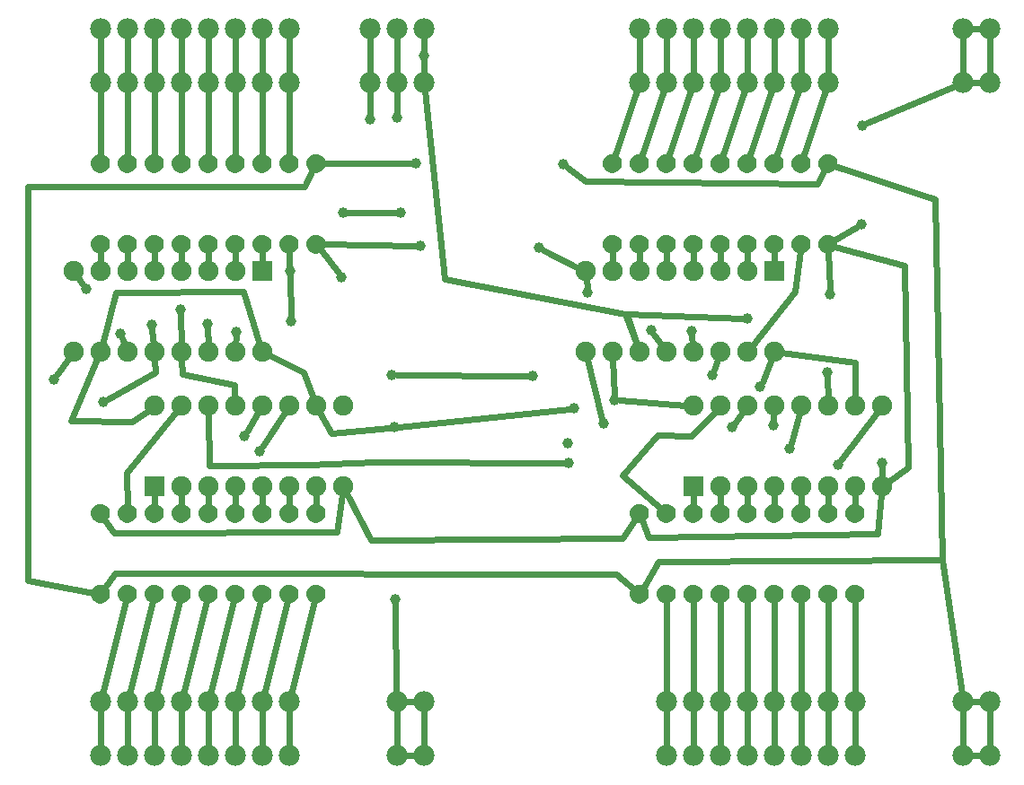
<source format=gbl>
G04 MADE WITH FRITZING*
G04 WWW.FRITZING.ORG*
G04 DOUBLE SIDED*
G04 HOLES PLATED*
G04 CONTOUR ON CENTER OF CONTOUR VECTOR*
%ASAXBY*%
%FSLAX23Y23*%
%MOIN*%
%OFA0B0*%
%SFA1.0B1.0*%
%ADD10C,0.039370*%
%ADD11C,0.078000*%
%ADD12C,0.070000*%
%ADD13C,0.075000*%
%ADD14R,0.075000X0.075000*%
%ADD15C,0.024000*%
%ADD16R,0.001000X0.001000*%
%LNCOPPER0*%
G90*
G70*
G54D10*
X3051Y1986D03*
X1437Y852D03*
X1546Y2871D03*
X1345Y2634D03*
X1444Y2641D03*
X1239Y2049D03*
X934Y1402D03*
X878Y1458D03*
X2153Y1990D03*
X1971Y2157D03*
X2062Y2467D03*
X172Y1669D03*
X1425Y1685D03*
X3168Y2245D03*
X3171Y2613D03*
X2842Y1498D03*
X3245Y1359D03*
X3042Y1694D03*
X2793Y1640D03*
X2388Y1851D03*
X535Y1870D03*
X643Y1928D03*
X742Y1876D03*
X848Y1846D03*
X418Y1837D03*
X290Y2005D03*
X2538Y1847D03*
X2615Y1686D03*
X1947Y1682D03*
X2103Y1560D03*
X2688Y1490D03*
X2210Y1505D03*
X2902Y1412D03*
X3081Y1351D03*
X2083Y1359D03*
X1052Y1884D03*
X1047Y2072D03*
X354Y1585D03*
X1244Y2288D03*
X1458Y2288D03*
X1530Y2165D03*
X1514Y2471D03*
X2745Y1895D03*
X2078Y1430D03*
X1434Y1490D03*
X2253Y1593D03*
G54D11*
X2344Y2770D03*
X2444Y2770D03*
X2544Y2770D03*
X2644Y2770D03*
X2744Y2770D03*
X2844Y2770D03*
X2944Y2770D03*
X3044Y2770D03*
X2344Y2970D03*
X2444Y2970D03*
X2544Y2970D03*
X2644Y2970D03*
X2744Y2970D03*
X2844Y2970D03*
X2944Y2970D03*
X3044Y2970D03*
X344Y2770D03*
X444Y2770D03*
X544Y2770D03*
X644Y2770D03*
X744Y2770D03*
X844Y2770D03*
X944Y2770D03*
X1044Y2770D03*
X344Y2970D03*
X444Y2970D03*
X544Y2970D03*
X644Y2970D03*
X744Y2970D03*
X844Y2970D03*
X944Y2970D03*
X1044Y2970D03*
X3544Y2770D03*
X3644Y2770D03*
X1544Y470D03*
X1444Y470D03*
X3544Y470D03*
X3644Y470D03*
X1344Y2770D03*
X1444Y2770D03*
X1544Y2770D03*
G54D12*
X2244Y2170D03*
X2444Y2470D03*
X2344Y2170D03*
X2544Y2470D03*
X2444Y2170D03*
X2644Y2470D03*
X2544Y2170D03*
X2744Y2470D03*
X2644Y2170D03*
X2844Y2470D03*
X2744Y2170D03*
X2944Y2470D03*
X2844Y2170D03*
X3044Y2170D03*
X2944Y2170D03*
X3044Y2470D03*
X2244Y2470D03*
X2344Y2470D03*
X344Y2170D03*
X544Y2470D03*
X444Y2170D03*
X644Y2470D03*
X544Y2170D03*
X744Y2470D03*
X644Y2170D03*
X844Y2470D03*
X744Y2170D03*
X944Y2470D03*
X844Y2170D03*
X1044Y2470D03*
X944Y2170D03*
X1144Y2170D03*
X1044Y2170D03*
X1144Y2470D03*
X344Y2470D03*
X444Y2470D03*
G54D13*
X2844Y2070D03*
X2844Y1770D03*
X2744Y2070D03*
X2744Y1770D03*
X2644Y2070D03*
X2644Y1770D03*
X2544Y2070D03*
X2544Y1770D03*
X2444Y2070D03*
X2444Y1770D03*
X2344Y2070D03*
X2344Y1770D03*
X2244Y2070D03*
X2244Y1770D03*
X2144Y2070D03*
X2144Y1770D03*
X944Y2070D03*
X944Y1770D03*
X844Y2070D03*
X844Y1770D03*
X744Y2070D03*
X744Y1770D03*
X644Y2070D03*
X644Y1770D03*
X544Y2070D03*
X544Y1770D03*
X444Y2070D03*
X444Y1770D03*
X344Y2070D03*
X344Y1770D03*
X244Y2070D03*
X244Y1770D03*
G54D11*
X1344Y2970D03*
X1444Y2970D03*
X1544Y2970D03*
X3644Y2970D03*
X3544Y2970D03*
X1544Y270D03*
X1444Y270D03*
X3544Y270D03*
X3644Y270D03*
X1044Y470D03*
X944Y470D03*
X844Y470D03*
X744Y470D03*
X644Y470D03*
X544Y470D03*
X444Y470D03*
X344Y470D03*
X3144Y470D03*
X3044Y470D03*
X2944Y470D03*
X2844Y470D03*
X2744Y470D03*
X2644Y470D03*
X2544Y470D03*
X2444Y470D03*
G54D12*
X1144Y1170D03*
X944Y870D03*
X1044Y1170D03*
X844Y870D03*
X944Y1170D03*
X744Y870D03*
X844Y1170D03*
X644Y870D03*
X744Y1170D03*
X544Y870D03*
X644Y1170D03*
X444Y870D03*
X544Y1170D03*
X344Y1170D03*
X444Y1170D03*
X344Y870D03*
X1144Y870D03*
X1044Y870D03*
X3144Y1170D03*
X2944Y870D03*
X3044Y1170D03*
X2844Y870D03*
X2944Y1170D03*
X2744Y870D03*
X2844Y1170D03*
X2644Y870D03*
X2744Y1170D03*
X2544Y870D03*
X2644Y1170D03*
X2444Y870D03*
X2544Y1170D03*
X2344Y1170D03*
X2444Y1170D03*
X2344Y870D03*
X3144Y870D03*
X3044Y870D03*
G54D13*
X544Y1270D03*
X544Y1570D03*
X644Y1270D03*
X644Y1570D03*
X744Y1270D03*
X744Y1570D03*
X844Y1270D03*
X844Y1570D03*
X944Y1270D03*
X944Y1570D03*
X1044Y1270D03*
X1044Y1570D03*
X1144Y1270D03*
X1144Y1570D03*
X1244Y1270D03*
X1244Y1570D03*
X2544Y1270D03*
X2544Y1570D03*
X2644Y1270D03*
X2644Y1570D03*
X2744Y1270D03*
X2744Y1570D03*
X2844Y1270D03*
X2844Y1570D03*
X2944Y1270D03*
X2944Y1570D03*
X3044Y1270D03*
X3044Y1570D03*
X3144Y1270D03*
X3144Y1570D03*
X3244Y1270D03*
X3244Y1570D03*
G54D11*
X1044Y270D03*
X944Y270D03*
X844Y270D03*
X744Y270D03*
X644Y270D03*
X544Y270D03*
X444Y270D03*
X344Y270D03*
X3144Y270D03*
X3044Y270D03*
X2944Y270D03*
X2844Y270D03*
X2744Y270D03*
X2644Y270D03*
X2544Y270D03*
X2444Y270D03*
G54D14*
X2844Y2070D03*
X944Y2070D03*
X544Y1270D03*
X2544Y1270D03*
G54D15*
X2844Y2144D02*
X2844Y2099D01*
D02*
X2744Y2144D02*
X2744Y2099D01*
D02*
X3045Y2144D02*
X3051Y2005D01*
D02*
X3069Y2163D02*
X3329Y2092D01*
D02*
X3329Y2092D02*
X3343Y1340D01*
D02*
X3343Y1340D02*
X3267Y1287D01*
D02*
X3069Y2462D02*
X3443Y2337D01*
D02*
X3443Y2337D02*
X3468Y997D01*
D02*
X3468Y997D02*
X2416Y992D01*
D02*
X2416Y992D02*
X2357Y893D01*
D02*
X3468Y997D02*
X3540Y500D01*
D02*
X2379Y1083D02*
X3228Y1096D01*
D02*
X3228Y1096D02*
X3241Y1242D01*
D02*
X2354Y1146D02*
X2379Y1083D01*
D02*
X1437Y833D02*
X1443Y500D01*
D02*
X1444Y440D02*
X1444Y300D01*
D02*
X1544Y440D02*
X1544Y300D01*
D02*
X1474Y470D02*
X1514Y470D01*
D02*
X1474Y270D02*
X1514Y270D01*
D02*
X1223Y1101D02*
X396Y1099D01*
D02*
X396Y1099D02*
X359Y1149D01*
D02*
X1240Y1242D02*
X1223Y1101D01*
D02*
X944Y1242D02*
X944Y1196D01*
D02*
X1044Y1242D02*
X1044Y1196D01*
D02*
X1144Y1242D02*
X1144Y1196D01*
D02*
X1045Y2144D02*
X1046Y2091D01*
D02*
X944Y2144D02*
X944Y2099D01*
D02*
X844Y2144D02*
X844Y2099D01*
D02*
X744Y2144D02*
X744Y2099D01*
D02*
X644Y2144D02*
X644Y2099D01*
D02*
X544Y2144D02*
X544Y2099D01*
D02*
X444Y2144D02*
X444Y2099D01*
D02*
X344Y2144D02*
X344Y2099D01*
D02*
X1545Y2800D02*
X1546Y2852D01*
D02*
X1546Y2890D02*
X1545Y2940D01*
D02*
X1344Y2740D02*
X1345Y2653D01*
D02*
X1444Y2740D02*
X1444Y2660D01*
D02*
X1227Y2064D02*
X1160Y2150D01*
D02*
X1200Y1469D02*
X1415Y1488D01*
D02*
X1158Y1545D02*
X1200Y1469D01*
D02*
X461Y1510D02*
X521Y1553D01*
D02*
X929Y1546D02*
X888Y1474D01*
D02*
X1028Y1546D02*
X944Y1418D01*
D02*
X3144Y1242D02*
X3144Y1196D01*
D02*
X3044Y1242D02*
X3044Y1196D01*
D02*
X2944Y1242D02*
X2944Y1196D01*
D02*
X2844Y1242D02*
X2844Y1196D01*
D02*
X2744Y1242D02*
X2744Y1196D01*
D02*
X2644Y1242D02*
X2644Y1196D01*
D02*
X2544Y1242D02*
X2544Y1196D01*
D02*
X2244Y2144D02*
X2244Y2099D01*
D02*
X2344Y2144D02*
X2344Y2099D01*
D02*
X2444Y2144D02*
X2444Y2099D01*
D02*
X2544Y2144D02*
X2544Y2099D01*
D02*
X2644Y2144D02*
X2644Y2099D01*
D02*
X2272Y1592D02*
X2515Y1572D01*
D02*
X2151Y2009D02*
X2147Y2042D01*
D02*
X2118Y2083D02*
X1988Y2149D01*
D02*
X2146Y2404D02*
X3004Y2396D01*
D02*
X3004Y2396D02*
X3032Y2447D01*
D02*
X2077Y2456D02*
X2146Y2404D01*
D02*
X3544Y2800D02*
X3544Y2940D01*
D02*
X3644Y2940D02*
X3644Y2800D01*
D02*
X3614Y2970D02*
X3574Y2970D01*
D02*
X3614Y2770D02*
X3574Y2770D01*
D02*
X3544Y440D02*
X3544Y300D01*
D02*
X3644Y440D02*
X3644Y300D01*
D02*
X3574Y470D02*
X3614Y470D01*
D02*
X3574Y270D02*
X3614Y270D01*
D02*
X370Y1595D02*
X548Y1696D01*
D02*
X548Y1696D02*
X546Y1742D01*
D02*
X648Y1688D02*
X842Y1649D01*
D02*
X842Y1649D02*
X843Y1599D01*
D02*
X645Y1742D02*
X648Y1688D01*
D02*
X964Y1761D02*
X1099Y1695D01*
D02*
X1099Y1695D02*
X1134Y1597D01*
D02*
X970Y1758D02*
X964Y1761D01*
D02*
X333Y1744D02*
X235Y1514D01*
D02*
X235Y1514D02*
X461Y1510D01*
D02*
X1928Y1683D02*
X1444Y1685D01*
D02*
X2635Y1743D02*
X2621Y1704D01*
D02*
X2843Y1542D02*
X2842Y1517D01*
D02*
X3245Y1340D02*
X3244Y1299D01*
D02*
X3043Y1676D02*
X3044Y1599D01*
D02*
X2800Y1658D02*
X2834Y1744D01*
D02*
X2428Y1794D02*
X2399Y1836D01*
D02*
X644Y1799D02*
X643Y1909D01*
D02*
X743Y1857D02*
X744Y1799D01*
D02*
X847Y1827D02*
X845Y1799D01*
D02*
X536Y1851D02*
X541Y1799D01*
D02*
X425Y1820D02*
X434Y1797D01*
D02*
X279Y2020D02*
X260Y2047D01*
D02*
X2539Y1828D02*
X2542Y1799D01*
D02*
X2245Y1742D02*
X2252Y1612D01*
D02*
X2699Y1506D02*
X2728Y1547D01*
D02*
X2539Y1458D02*
X2412Y1462D01*
D02*
X2412Y1462D02*
X2280Y1310D01*
D02*
X2624Y1549D02*
X2539Y1458D01*
D02*
X2280Y1310D02*
X2424Y1187D01*
D02*
X1453Y1492D02*
X2084Y1558D01*
D02*
X1366Y1362D02*
X1114Y1351D01*
D02*
X2151Y1742D02*
X2205Y1523D01*
D02*
X876Y1994D02*
X400Y1990D01*
D02*
X400Y1990D02*
X351Y1798D01*
D02*
X936Y1798D02*
X876Y1994D01*
D02*
X3152Y2235D02*
X3066Y2184D01*
D02*
X3516Y2759D02*
X3189Y2620D01*
D02*
X344Y2940D02*
X344Y2800D01*
D02*
X444Y2940D02*
X444Y2800D01*
D02*
X544Y2940D02*
X544Y2800D01*
D02*
X644Y2940D02*
X644Y2800D01*
D02*
X744Y2940D02*
X744Y2800D01*
D02*
X844Y2940D02*
X844Y2800D01*
D02*
X944Y2940D02*
X944Y2800D01*
D02*
X1044Y2940D02*
X1044Y2800D01*
D02*
X1044Y2740D02*
X1044Y2496D01*
D02*
X944Y2740D02*
X944Y2496D01*
D02*
X844Y2740D02*
X844Y2496D01*
D02*
X744Y2740D02*
X744Y2496D01*
D02*
X644Y2740D02*
X644Y2496D01*
D02*
X544Y2740D02*
X544Y2496D01*
D02*
X444Y2740D02*
X444Y2496D01*
D02*
X344Y2740D02*
X344Y2496D01*
D02*
X1344Y2940D02*
X1344Y2800D01*
D02*
X1444Y2800D02*
X1444Y2940D01*
D02*
X2344Y2940D02*
X2344Y2800D01*
D02*
X2444Y2940D02*
X2444Y2800D01*
D02*
X2544Y2940D02*
X2544Y2800D01*
D02*
X2644Y2940D02*
X2644Y2800D01*
D02*
X2744Y2940D02*
X2744Y2800D01*
D02*
X2844Y2940D02*
X2844Y2800D01*
D02*
X2944Y2940D02*
X2944Y2800D01*
D02*
X3044Y2940D02*
X3044Y2800D01*
D02*
X3034Y2742D02*
X2952Y2495D01*
D02*
X2934Y2742D02*
X2852Y2495D01*
D02*
X2752Y2495D02*
X2834Y2742D01*
D02*
X2734Y2742D02*
X2652Y2495D01*
D02*
X2552Y2495D02*
X2634Y2742D01*
D02*
X2534Y2742D02*
X2452Y2495D01*
D02*
X2434Y2742D02*
X2352Y2495D01*
D02*
X2334Y2742D02*
X2252Y2495D01*
D02*
X74Y921D02*
X318Y875D01*
D02*
X74Y2386D02*
X74Y921D01*
D02*
X1102Y2384D02*
X74Y2386D01*
D02*
X1132Y2447D02*
X1102Y2384D01*
D02*
X544Y1242D02*
X544Y1196D01*
D02*
X644Y1242D02*
X644Y1196D01*
D02*
X744Y1242D02*
X744Y1196D01*
D02*
X844Y1242D02*
X844Y1196D01*
D02*
X183Y1685D02*
X227Y1747D01*
D02*
X351Y499D02*
X438Y845D01*
D02*
X451Y499D02*
X538Y845D01*
D02*
X551Y499D02*
X638Y845D01*
D02*
X651Y499D02*
X738Y845D01*
D02*
X751Y499D02*
X838Y845D01*
D02*
X851Y499D02*
X938Y845D01*
D02*
X951Y499D02*
X1038Y845D01*
D02*
X1138Y845D02*
X1051Y499D01*
D02*
X344Y300D02*
X344Y440D01*
D02*
X444Y440D02*
X444Y300D01*
D02*
X544Y440D02*
X544Y300D01*
D02*
X644Y300D02*
X644Y440D01*
D02*
X744Y440D02*
X744Y300D01*
D02*
X844Y300D02*
X844Y440D01*
D02*
X944Y300D02*
X944Y440D01*
D02*
X1044Y300D02*
X1044Y440D01*
D02*
X1047Y2053D02*
X1051Y1903D01*
D02*
X443Y1323D02*
X444Y1196D01*
D02*
X626Y1548D02*
X443Y1323D01*
D02*
X1439Y2288D02*
X1263Y2288D01*
D02*
X748Y1348D02*
X744Y1542D01*
D02*
X2064Y1359D02*
X1366Y1362D01*
D02*
X1114Y1351D02*
X748Y1348D01*
D02*
X3227Y1547D02*
X3092Y1367D01*
D02*
X1511Y2165D02*
X1170Y2170D01*
D02*
X1170Y2470D02*
X1495Y2471D01*
D02*
X1621Y2042D02*
X1547Y2740D01*
D02*
X2293Y1911D02*
X1621Y2042D01*
D02*
X2334Y1797D02*
X2293Y1911D01*
D02*
X1347Y1073D02*
X2281Y1077D01*
D02*
X2281Y1077D02*
X2329Y1149D01*
D02*
X1257Y1245D02*
X1347Y1073D01*
D02*
X2920Y1994D02*
X2762Y1793D01*
D02*
X2940Y2144D02*
X2920Y1994D01*
D02*
X2444Y500D02*
X2444Y844D01*
D02*
X2544Y500D02*
X2544Y844D01*
D02*
X2644Y500D02*
X2644Y844D01*
D02*
X2744Y500D02*
X2744Y844D01*
D02*
X2844Y500D02*
X2844Y844D01*
D02*
X2944Y844D02*
X2944Y500D01*
D02*
X3044Y500D02*
X3044Y844D01*
D02*
X3144Y844D02*
X3144Y500D01*
D02*
X3144Y440D02*
X3144Y300D01*
D02*
X3044Y300D02*
X3044Y440D01*
D02*
X2844Y300D02*
X2844Y440D01*
D02*
X2944Y440D02*
X2944Y300D01*
D02*
X2744Y300D02*
X2744Y440D01*
D02*
X2644Y440D02*
X2644Y300D01*
D02*
X2544Y300D02*
X2544Y440D01*
D02*
X2444Y300D02*
X2444Y440D01*
D02*
X397Y949D02*
X2257Y945D01*
D02*
X2257Y945D02*
X2324Y887D01*
D02*
X359Y892D02*
X397Y949D01*
D02*
X2297Y1911D02*
X2726Y1896D01*
D02*
X2335Y1797D02*
X2297Y1911D01*
D02*
X2907Y1430D02*
X2937Y1543D01*
D02*
X3144Y1732D02*
X3144Y1599D01*
D02*
X2872Y1767D02*
X3144Y1732D01*
G54D16*
X339Y2505D02*
X348Y2505D01*
X439Y2505D02*
X448Y2505D01*
X539Y2505D02*
X548Y2505D01*
X639Y2505D02*
X648Y2505D01*
X739Y2505D02*
X748Y2505D01*
X839Y2505D02*
X848Y2505D01*
X939Y2505D02*
X948Y2505D01*
X1039Y2505D02*
X1048Y2505D01*
X1139Y2505D02*
X1148Y2505D01*
X2238Y2505D02*
X2248Y2505D01*
X2338Y2505D02*
X2348Y2505D01*
X2438Y2505D02*
X2448Y2505D01*
X2538Y2505D02*
X2548Y2505D01*
X2638Y2505D02*
X2648Y2505D01*
X2738Y2505D02*
X2748Y2505D01*
X2838Y2505D02*
X2848Y2505D01*
X2938Y2505D02*
X2947Y2505D01*
X3038Y2505D02*
X3047Y2505D01*
X335Y2504D02*
X352Y2504D01*
X435Y2504D02*
X452Y2504D01*
X535Y2504D02*
X552Y2504D01*
X635Y2504D02*
X652Y2504D01*
X735Y2504D02*
X752Y2504D01*
X835Y2504D02*
X852Y2504D01*
X935Y2504D02*
X952Y2504D01*
X1035Y2504D02*
X1052Y2504D01*
X1135Y2504D02*
X1152Y2504D01*
X2234Y2504D02*
X2252Y2504D01*
X2334Y2504D02*
X2352Y2504D01*
X2434Y2504D02*
X2452Y2504D01*
X2534Y2504D02*
X2552Y2504D01*
X2634Y2504D02*
X2652Y2504D01*
X2734Y2504D02*
X2752Y2504D01*
X2834Y2504D02*
X2852Y2504D01*
X2934Y2504D02*
X2952Y2504D01*
X3034Y2504D02*
X3052Y2504D01*
X332Y2503D02*
X355Y2503D01*
X432Y2503D02*
X455Y2503D01*
X532Y2503D02*
X555Y2503D01*
X632Y2503D02*
X655Y2503D01*
X732Y2503D02*
X755Y2503D01*
X832Y2503D02*
X855Y2503D01*
X932Y2503D02*
X955Y2503D01*
X1032Y2503D02*
X1055Y2503D01*
X1132Y2503D02*
X1155Y2503D01*
X2232Y2503D02*
X2254Y2503D01*
X2332Y2503D02*
X2354Y2503D01*
X2432Y2503D02*
X2454Y2503D01*
X2532Y2503D02*
X2554Y2503D01*
X2632Y2503D02*
X2654Y2503D01*
X2732Y2503D02*
X2754Y2503D01*
X2832Y2503D02*
X2854Y2503D01*
X2932Y2503D02*
X2954Y2503D01*
X3031Y2503D02*
X3054Y2503D01*
X330Y2502D02*
X357Y2502D01*
X430Y2502D02*
X457Y2502D01*
X530Y2502D02*
X557Y2502D01*
X630Y2502D02*
X657Y2502D01*
X730Y2502D02*
X757Y2502D01*
X830Y2502D02*
X857Y2502D01*
X930Y2502D02*
X957Y2502D01*
X1030Y2502D02*
X1057Y2502D01*
X1130Y2502D02*
X1157Y2502D01*
X2229Y2502D02*
X2257Y2502D01*
X2329Y2502D02*
X2357Y2502D01*
X2429Y2502D02*
X2457Y2502D01*
X2529Y2502D02*
X2557Y2502D01*
X2629Y2502D02*
X2657Y2502D01*
X2729Y2502D02*
X2757Y2502D01*
X2829Y2502D02*
X2857Y2502D01*
X2929Y2502D02*
X2957Y2502D01*
X3029Y2502D02*
X3057Y2502D01*
X328Y2501D02*
X359Y2501D01*
X428Y2501D02*
X459Y2501D01*
X528Y2501D02*
X559Y2501D01*
X628Y2501D02*
X659Y2501D01*
X728Y2501D02*
X759Y2501D01*
X828Y2501D02*
X859Y2501D01*
X928Y2501D02*
X959Y2501D01*
X1028Y2501D02*
X1059Y2501D01*
X1128Y2501D02*
X1159Y2501D01*
X2228Y2501D02*
X2259Y2501D01*
X2327Y2501D02*
X2359Y2501D01*
X2427Y2501D02*
X2459Y2501D01*
X2527Y2501D02*
X2559Y2501D01*
X2627Y2501D02*
X2658Y2501D01*
X2727Y2501D02*
X2758Y2501D01*
X2827Y2501D02*
X2858Y2501D01*
X2927Y2501D02*
X2958Y2501D01*
X3027Y2501D02*
X3058Y2501D01*
X326Y2500D02*
X360Y2500D01*
X426Y2500D02*
X460Y2500D01*
X526Y2500D02*
X560Y2500D01*
X626Y2500D02*
X660Y2500D01*
X726Y2500D02*
X760Y2500D01*
X826Y2500D02*
X860Y2500D01*
X926Y2500D02*
X960Y2500D01*
X1026Y2500D02*
X1060Y2500D01*
X1126Y2500D02*
X1160Y2500D01*
X2226Y2500D02*
X2260Y2500D01*
X2326Y2500D02*
X2360Y2500D01*
X2426Y2500D02*
X2460Y2500D01*
X2526Y2500D02*
X2560Y2500D01*
X2626Y2500D02*
X2660Y2500D01*
X2726Y2500D02*
X2760Y2500D01*
X2826Y2500D02*
X2860Y2500D01*
X2926Y2500D02*
X2960Y2500D01*
X3026Y2500D02*
X3060Y2500D01*
X325Y2499D02*
X362Y2499D01*
X425Y2499D02*
X462Y2499D01*
X525Y2499D02*
X562Y2499D01*
X625Y2499D02*
X662Y2499D01*
X725Y2499D02*
X762Y2499D01*
X825Y2499D02*
X862Y2499D01*
X925Y2499D02*
X962Y2499D01*
X1025Y2499D02*
X1062Y2499D01*
X1125Y2499D02*
X1162Y2499D01*
X2224Y2499D02*
X2262Y2499D01*
X2324Y2499D02*
X2362Y2499D01*
X2424Y2499D02*
X2462Y2499D01*
X2524Y2499D02*
X2562Y2499D01*
X2624Y2499D02*
X2662Y2499D01*
X2724Y2499D02*
X2762Y2499D01*
X2824Y2499D02*
X2862Y2499D01*
X2924Y2499D02*
X2962Y2499D01*
X3024Y2499D02*
X3062Y2499D01*
X323Y2498D02*
X363Y2498D01*
X423Y2498D02*
X463Y2498D01*
X523Y2498D02*
X563Y2498D01*
X623Y2498D02*
X663Y2498D01*
X723Y2498D02*
X763Y2498D01*
X823Y2498D02*
X863Y2498D01*
X923Y2498D02*
X963Y2498D01*
X1023Y2498D02*
X1063Y2498D01*
X1123Y2498D02*
X1163Y2498D01*
X2223Y2498D02*
X2263Y2498D01*
X2323Y2498D02*
X2363Y2498D01*
X2423Y2498D02*
X2463Y2498D01*
X2523Y2498D02*
X2563Y2498D01*
X2623Y2498D02*
X2663Y2498D01*
X2723Y2498D02*
X2763Y2498D01*
X2823Y2498D02*
X2863Y2498D01*
X2923Y2498D02*
X2963Y2498D01*
X3023Y2498D02*
X3063Y2498D01*
X322Y2497D02*
X365Y2497D01*
X422Y2497D02*
X465Y2497D01*
X522Y2497D02*
X565Y2497D01*
X622Y2497D02*
X665Y2497D01*
X722Y2497D02*
X765Y2497D01*
X822Y2497D02*
X865Y2497D01*
X922Y2497D02*
X964Y2497D01*
X1022Y2497D02*
X1064Y2497D01*
X1122Y2497D02*
X1164Y2497D01*
X2222Y2497D02*
X2264Y2497D01*
X2322Y2497D02*
X2364Y2497D01*
X2422Y2497D02*
X2464Y2497D01*
X2522Y2497D02*
X2564Y2497D01*
X2622Y2497D02*
X2664Y2497D01*
X2722Y2497D02*
X2764Y2497D01*
X2822Y2497D02*
X2864Y2497D01*
X2922Y2497D02*
X2964Y2497D01*
X3022Y2497D02*
X3064Y2497D01*
X321Y2496D02*
X366Y2496D01*
X421Y2496D02*
X466Y2496D01*
X521Y2496D02*
X566Y2496D01*
X621Y2496D02*
X666Y2496D01*
X721Y2496D02*
X766Y2496D01*
X821Y2496D02*
X866Y2496D01*
X921Y2496D02*
X966Y2496D01*
X1021Y2496D02*
X1066Y2496D01*
X1121Y2496D02*
X1166Y2496D01*
X2221Y2496D02*
X2265Y2496D01*
X2321Y2496D02*
X2365Y2496D01*
X2421Y2496D02*
X2465Y2496D01*
X2521Y2496D02*
X2565Y2496D01*
X2621Y2496D02*
X2665Y2496D01*
X2721Y2496D02*
X2765Y2496D01*
X2821Y2496D02*
X2865Y2496D01*
X2921Y2496D02*
X2965Y2496D01*
X3021Y2496D02*
X3065Y2496D01*
X320Y2495D02*
X367Y2495D01*
X420Y2495D02*
X467Y2495D01*
X520Y2495D02*
X567Y2495D01*
X620Y2495D02*
X667Y2495D01*
X720Y2495D02*
X767Y2495D01*
X820Y2495D02*
X867Y2495D01*
X920Y2495D02*
X967Y2495D01*
X1020Y2495D02*
X1067Y2495D01*
X1120Y2495D02*
X1167Y2495D01*
X2220Y2495D02*
X2266Y2495D01*
X2320Y2495D02*
X2366Y2495D01*
X2420Y2495D02*
X2466Y2495D01*
X2520Y2495D02*
X2566Y2495D01*
X2620Y2495D02*
X2666Y2495D01*
X2720Y2495D02*
X2766Y2495D01*
X2820Y2495D02*
X2866Y2495D01*
X2919Y2495D02*
X2966Y2495D01*
X3019Y2495D02*
X3066Y2495D01*
X319Y2494D02*
X368Y2494D01*
X419Y2494D02*
X468Y2494D01*
X519Y2494D02*
X568Y2494D01*
X619Y2494D02*
X668Y2494D01*
X719Y2494D02*
X768Y2494D01*
X819Y2494D02*
X868Y2494D01*
X919Y2494D02*
X968Y2494D01*
X1019Y2494D02*
X1068Y2494D01*
X1119Y2494D02*
X1168Y2494D01*
X2219Y2494D02*
X2267Y2494D01*
X2319Y2494D02*
X2367Y2494D01*
X2419Y2494D02*
X2467Y2494D01*
X2519Y2494D02*
X2567Y2494D01*
X2619Y2494D02*
X2667Y2494D01*
X2719Y2494D02*
X2767Y2494D01*
X2819Y2494D02*
X2867Y2494D01*
X2919Y2494D02*
X2967Y2494D01*
X3019Y2494D02*
X3067Y2494D01*
X318Y2493D02*
X369Y2493D01*
X418Y2493D02*
X469Y2493D01*
X518Y2493D02*
X569Y2493D01*
X618Y2493D02*
X669Y2493D01*
X718Y2493D02*
X769Y2493D01*
X818Y2493D02*
X869Y2493D01*
X918Y2493D02*
X969Y2493D01*
X1018Y2493D02*
X1069Y2493D01*
X1118Y2493D02*
X1169Y2493D01*
X2218Y2493D02*
X2268Y2493D01*
X2318Y2493D02*
X2368Y2493D01*
X2418Y2493D02*
X2468Y2493D01*
X2518Y2493D02*
X2568Y2493D01*
X2618Y2493D02*
X2668Y2493D01*
X2718Y2493D02*
X2768Y2493D01*
X2818Y2493D02*
X2868Y2493D01*
X2918Y2493D02*
X2968Y2493D01*
X3018Y2493D02*
X3068Y2493D01*
X317Y2492D02*
X370Y2492D01*
X417Y2492D02*
X470Y2492D01*
X517Y2492D02*
X570Y2492D01*
X617Y2492D02*
X669Y2492D01*
X717Y2492D02*
X769Y2492D01*
X817Y2492D02*
X869Y2492D01*
X917Y2492D02*
X969Y2492D01*
X1017Y2492D02*
X1069Y2492D01*
X1117Y2492D02*
X1169Y2492D01*
X2217Y2492D02*
X2269Y2492D01*
X2317Y2492D02*
X2369Y2492D01*
X2417Y2492D02*
X2469Y2492D01*
X2517Y2492D02*
X2569Y2492D01*
X2617Y2492D02*
X2669Y2492D01*
X2717Y2492D02*
X2769Y2492D01*
X2817Y2492D02*
X2869Y2492D01*
X2917Y2492D02*
X2969Y2492D01*
X3017Y2492D02*
X3069Y2492D01*
X316Y2491D02*
X370Y2491D01*
X416Y2491D02*
X470Y2491D01*
X516Y2491D02*
X570Y2491D01*
X616Y2491D02*
X670Y2491D01*
X716Y2491D02*
X770Y2491D01*
X816Y2491D02*
X870Y2491D01*
X916Y2491D02*
X970Y2491D01*
X1016Y2491D02*
X1070Y2491D01*
X1116Y2491D02*
X1170Y2491D01*
X2216Y2491D02*
X2270Y2491D01*
X2316Y2491D02*
X2370Y2491D01*
X2416Y2491D02*
X2470Y2491D01*
X2516Y2491D02*
X2570Y2491D01*
X2616Y2491D02*
X2670Y2491D01*
X2716Y2491D02*
X2770Y2491D01*
X2816Y2491D02*
X2870Y2491D01*
X2916Y2491D02*
X2970Y2491D01*
X3016Y2491D02*
X3070Y2491D01*
X316Y2490D02*
X371Y2490D01*
X416Y2490D02*
X471Y2490D01*
X516Y2490D02*
X571Y2490D01*
X616Y2490D02*
X671Y2490D01*
X716Y2490D02*
X771Y2490D01*
X816Y2490D02*
X871Y2490D01*
X916Y2490D02*
X971Y2490D01*
X1015Y2490D02*
X1071Y2490D01*
X1115Y2490D02*
X1171Y2490D01*
X2215Y2490D02*
X2271Y2490D01*
X2315Y2490D02*
X2371Y2490D01*
X2415Y2490D02*
X2471Y2490D01*
X2515Y2490D02*
X2571Y2490D01*
X2615Y2490D02*
X2671Y2490D01*
X2715Y2490D02*
X2771Y2490D01*
X2815Y2490D02*
X2871Y2490D01*
X2915Y2490D02*
X2971Y2490D01*
X3015Y2490D02*
X3071Y2490D01*
X315Y2489D02*
X372Y2489D01*
X415Y2489D02*
X472Y2489D01*
X515Y2489D02*
X572Y2489D01*
X615Y2489D02*
X672Y2489D01*
X715Y2489D02*
X772Y2489D01*
X815Y2489D02*
X872Y2489D01*
X915Y2489D02*
X972Y2489D01*
X1015Y2489D02*
X1072Y2489D01*
X1115Y2489D02*
X1172Y2489D01*
X2215Y2489D02*
X2271Y2489D01*
X2315Y2489D02*
X2371Y2489D01*
X2415Y2489D02*
X2471Y2489D01*
X2515Y2489D02*
X2571Y2489D01*
X2615Y2489D02*
X2671Y2489D01*
X2715Y2489D02*
X2771Y2489D01*
X2814Y2489D02*
X2871Y2489D01*
X2914Y2489D02*
X2971Y2489D01*
X3014Y2489D02*
X3071Y2489D01*
X314Y2488D02*
X372Y2488D01*
X414Y2488D02*
X472Y2488D01*
X514Y2488D02*
X572Y2488D01*
X614Y2488D02*
X672Y2488D01*
X714Y2488D02*
X772Y2488D01*
X814Y2488D02*
X872Y2488D01*
X914Y2488D02*
X972Y2488D01*
X1014Y2488D02*
X1072Y2488D01*
X1114Y2488D02*
X1172Y2488D01*
X2214Y2488D02*
X2272Y2488D01*
X2314Y2488D02*
X2372Y2488D01*
X2414Y2488D02*
X2472Y2488D01*
X2514Y2488D02*
X2572Y2488D01*
X2614Y2488D02*
X2672Y2488D01*
X2714Y2488D02*
X2772Y2488D01*
X2814Y2488D02*
X2872Y2488D01*
X2914Y2488D02*
X2972Y2488D01*
X3014Y2488D02*
X3072Y2488D01*
X314Y2487D02*
X373Y2487D01*
X414Y2487D02*
X473Y2487D01*
X514Y2487D02*
X573Y2487D01*
X614Y2487D02*
X673Y2487D01*
X714Y2487D02*
X773Y2487D01*
X814Y2487D02*
X873Y2487D01*
X914Y2487D02*
X973Y2487D01*
X1014Y2487D02*
X1073Y2487D01*
X1113Y2487D02*
X1173Y2487D01*
X2213Y2487D02*
X2273Y2487D01*
X2313Y2487D02*
X2373Y2487D01*
X2413Y2487D02*
X2473Y2487D01*
X2513Y2487D02*
X2573Y2487D01*
X2613Y2487D02*
X2673Y2487D01*
X2713Y2487D02*
X2773Y2487D01*
X2813Y2487D02*
X2873Y2487D01*
X2913Y2487D02*
X2973Y2487D01*
X3013Y2487D02*
X3073Y2487D01*
X313Y2486D02*
X374Y2486D01*
X413Y2486D02*
X474Y2486D01*
X513Y2486D02*
X574Y2486D01*
X613Y2486D02*
X674Y2486D01*
X713Y2486D02*
X774Y2486D01*
X813Y2486D02*
X874Y2486D01*
X913Y2486D02*
X974Y2486D01*
X1013Y2486D02*
X1074Y2486D01*
X1113Y2486D02*
X1173Y2486D01*
X2213Y2486D02*
X2273Y2486D01*
X2313Y2486D02*
X2373Y2486D01*
X2413Y2486D02*
X2473Y2486D01*
X2513Y2486D02*
X2573Y2486D01*
X2613Y2486D02*
X2673Y2486D01*
X2713Y2486D02*
X2773Y2486D01*
X2813Y2486D02*
X2873Y2486D01*
X2913Y2486D02*
X2973Y2486D01*
X3013Y2486D02*
X3073Y2486D01*
X313Y2485D02*
X338Y2485D01*
X348Y2485D02*
X374Y2485D01*
X413Y2485D02*
X438Y2485D01*
X448Y2485D02*
X474Y2485D01*
X513Y2485D02*
X538Y2485D01*
X548Y2485D02*
X574Y2485D01*
X612Y2485D02*
X638Y2485D01*
X648Y2485D02*
X674Y2485D01*
X712Y2485D02*
X738Y2485D01*
X748Y2485D02*
X774Y2485D01*
X812Y2485D02*
X838Y2485D01*
X848Y2485D02*
X874Y2485D01*
X912Y2485D02*
X938Y2485D01*
X948Y2485D02*
X974Y2485D01*
X1012Y2485D02*
X1038Y2485D01*
X1048Y2485D02*
X1074Y2485D01*
X1112Y2485D02*
X1138Y2485D01*
X1148Y2485D02*
X1174Y2485D01*
X2212Y2485D02*
X2238Y2485D01*
X2248Y2485D02*
X2274Y2485D01*
X2312Y2485D02*
X2338Y2485D01*
X2348Y2485D02*
X2374Y2485D01*
X2412Y2485D02*
X2438Y2485D01*
X2448Y2485D02*
X2474Y2485D01*
X2512Y2485D02*
X2538Y2485D01*
X2548Y2485D02*
X2574Y2485D01*
X2612Y2485D02*
X2638Y2485D01*
X2648Y2485D02*
X2674Y2485D01*
X2712Y2485D02*
X2738Y2485D01*
X2748Y2485D02*
X2774Y2485D01*
X2812Y2485D02*
X2838Y2485D01*
X2848Y2485D02*
X2874Y2485D01*
X2912Y2485D02*
X2938Y2485D01*
X2948Y2485D02*
X2974Y2485D01*
X3012Y2485D02*
X3038Y2485D01*
X3048Y2485D02*
X3074Y2485D01*
X312Y2484D02*
X335Y2484D01*
X351Y2484D02*
X375Y2484D01*
X412Y2484D02*
X435Y2484D01*
X451Y2484D02*
X475Y2484D01*
X512Y2484D02*
X535Y2484D01*
X551Y2484D02*
X575Y2484D01*
X612Y2484D02*
X635Y2484D01*
X651Y2484D02*
X675Y2484D01*
X712Y2484D02*
X735Y2484D01*
X751Y2484D02*
X775Y2484D01*
X812Y2484D02*
X835Y2484D01*
X851Y2484D02*
X875Y2484D01*
X912Y2484D02*
X935Y2484D01*
X951Y2484D02*
X975Y2484D01*
X1012Y2484D02*
X1035Y2484D01*
X1051Y2484D02*
X1075Y2484D01*
X1112Y2484D02*
X1135Y2484D01*
X1151Y2484D02*
X1175Y2484D01*
X2212Y2484D02*
X2235Y2484D01*
X2251Y2484D02*
X2274Y2484D01*
X2312Y2484D02*
X2335Y2484D01*
X2351Y2484D02*
X2374Y2484D01*
X2412Y2484D02*
X2435Y2484D01*
X2451Y2484D02*
X2474Y2484D01*
X2512Y2484D02*
X2535Y2484D01*
X2551Y2484D02*
X2574Y2484D01*
X2612Y2484D02*
X2635Y2484D01*
X2651Y2484D02*
X2674Y2484D01*
X2712Y2484D02*
X2735Y2484D01*
X2751Y2484D02*
X2774Y2484D01*
X2812Y2484D02*
X2835Y2484D01*
X2851Y2484D02*
X2874Y2484D01*
X2912Y2484D02*
X2935Y2484D01*
X2951Y2484D02*
X2974Y2484D01*
X3012Y2484D02*
X3035Y2484D01*
X3051Y2484D02*
X3074Y2484D01*
X312Y2483D02*
X333Y2483D01*
X353Y2483D02*
X375Y2483D01*
X412Y2483D02*
X433Y2483D01*
X453Y2483D02*
X475Y2483D01*
X512Y2483D02*
X533Y2483D01*
X553Y2483D02*
X575Y2483D01*
X612Y2483D02*
X633Y2483D01*
X653Y2483D02*
X675Y2483D01*
X712Y2483D02*
X733Y2483D01*
X753Y2483D02*
X775Y2483D01*
X811Y2483D02*
X833Y2483D01*
X853Y2483D02*
X875Y2483D01*
X911Y2483D02*
X933Y2483D01*
X953Y2483D02*
X975Y2483D01*
X1011Y2483D02*
X1033Y2483D01*
X1053Y2483D02*
X1075Y2483D01*
X1111Y2483D02*
X1133Y2483D01*
X1153Y2483D02*
X1175Y2483D01*
X2211Y2483D02*
X2233Y2483D01*
X2253Y2483D02*
X2275Y2483D01*
X2311Y2483D02*
X2333Y2483D01*
X2353Y2483D02*
X2375Y2483D01*
X2411Y2483D02*
X2433Y2483D01*
X2453Y2483D02*
X2475Y2483D01*
X2511Y2483D02*
X2533Y2483D01*
X2553Y2483D02*
X2575Y2483D01*
X2611Y2483D02*
X2633Y2483D01*
X2653Y2483D02*
X2675Y2483D01*
X2711Y2483D02*
X2733Y2483D01*
X2753Y2483D02*
X2775Y2483D01*
X2811Y2483D02*
X2833Y2483D01*
X2853Y2483D02*
X2875Y2483D01*
X2911Y2483D02*
X2933Y2483D01*
X2953Y2483D02*
X2975Y2483D01*
X3011Y2483D02*
X3033Y2483D01*
X3053Y2483D02*
X3075Y2483D01*
X311Y2482D02*
X332Y2482D01*
X354Y2482D02*
X376Y2482D01*
X411Y2482D02*
X432Y2482D01*
X454Y2482D02*
X475Y2482D01*
X511Y2482D02*
X532Y2482D01*
X554Y2482D02*
X575Y2482D01*
X611Y2482D02*
X632Y2482D01*
X654Y2482D02*
X675Y2482D01*
X711Y2482D02*
X732Y2482D01*
X754Y2482D02*
X775Y2482D01*
X811Y2482D02*
X832Y2482D01*
X854Y2482D02*
X875Y2482D01*
X911Y2482D02*
X932Y2482D01*
X954Y2482D02*
X975Y2482D01*
X1011Y2482D02*
X1032Y2482D01*
X1054Y2482D02*
X1075Y2482D01*
X1111Y2482D02*
X1132Y2482D01*
X1154Y2482D02*
X1175Y2482D01*
X2211Y2482D02*
X2232Y2482D01*
X2254Y2482D02*
X2275Y2482D01*
X2311Y2482D02*
X2332Y2482D01*
X2354Y2482D02*
X2375Y2482D01*
X2411Y2482D02*
X2432Y2482D01*
X2454Y2482D02*
X2475Y2482D01*
X2511Y2482D02*
X2532Y2482D01*
X2554Y2482D02*
X2575Y2482D01*
X2611Y2482D02*
X2632Y2482D01*
X2654Y2482D02*
X2675Y2482D01*
X2711Y2482D02*
X2732Y2482D01*
X2754Y2482D02*
X2775Y2482D01*
X2811Y2482D02*
X2832Y2482D01*
X2854Y2482D02*
X2875Y2482D01*
X2911Y2482D02*
X2932Y2482D01*
X2954Y2482D02*
X2975Y2482D01*
X3011Y2482D02*
X3032Y2482D01*
X3054Y2482D02*
X3075Y2482D01*
X311Y2481D02*
X331Y2481D01*
X355Y2481D02*
X376Y2481D01*
X411Y2481D02*
X431Y2481D01*
X455Y2481D02*
X476Y2481D01*
X511Y2481D02*
X531Y2481D01*
X555Y2481D02*
X576Y2481D01*
X611Y2481D02*
X631Y2481D01*
X655Y2481D02*
X676Y2481D01*
X711Y2481D02*
X731Y2481D01*
X755Y2481D02*
X776Y2481D01*
X811Y2481D02*
X831Y2481D01*
X855Y2481D02*
X876Y2481D01*
X911Y2481D02*
X931Y2481D01*
X955Y2481D02*
X976Y2481D01*
X1011Y2481D02*
X1031Y2481D01*
X1055Y2481D02*
X1076Y2481D01*
X1111Y2481D02*
X1131Y2481D01*
X1155Y2481D02*
X1176Y2481D01*
X2210Y2481D02*
X2231Y2481D01*
X2255Y2481D02*
X2276Y2481D01*
X2310Y2481D02*
X2331Y2481D01*
X2355Y2481D02*
X2376Y2481D01*
X2410Y2481D02*
X2431Y2481D01*
X2455Y2481D02*
X2476Y2481D01*
X2510Y2481D02*
X2531Y2481D01*
X2555Y2481D02*
X2576Y2481D01*
X2610Y2481D02*
X2631Y2481D01*
X2655Y2481D02*
X2676Y2481D01*
X2710Y2481D02*
X2731Y2481D01*
X2755Y2481D02*
X2776Y2481D01*
X2810Y2481D02*
X2831Y2481D01*
X2855Y2481D02*
X2875Y2481D01*
X2910Y2481D02*
X2931Y2481D01*
X2955Y2481D02*
X2975Y2481D01*
X3010Y2481D02*
X3031Y2481D01*
X3055Y2481D02*
X3075Y2481D01*
X310Y2480D02*
X330Y2480D01*
X356Y2480D02*
X376Y2480D01*
X410Y2480D02*
X430Y2480D01*
X456Y2480D02*
X476Y2480D01*
X510Y2480D02*
X530Y2480D01*
X556Y2480D02*
X576Y2480D01*
X610Y2480D02*
X630Y2480D01*
X656Y2480D02*
X676Y2480D01*
X710Y2480D02*
X730Y2480D01*
X756Y2480D02*
X776Y2480D01*
X810Y2480D02*
X830Y2480D01*
X856Y2480D02*
X876Y2480D01*
X910Y2480D02*
X930Y2480D01*
X956Y2480D02*
X976Y2480D01*
X1010Y2480D02*
X1030Y2480D01*
X1056Y2480D02*
X1076Y2480D01*
X1110Y2480D02*
X1130Y2480D01*
X1156Y2480D02*
X1176Y2480D01*
X2210Y2480D02*
X2230Y2480D01*
X2256Y2480D02*
X2276Y2480D01*
X2310Y2480D02*
X2330Y2480D01*
X2356Y2480D02*
X2376Y2480D01*
X2410Y2480D02*
X2430Y2480D01*
X2456Y2480D02*
X2476Y2480D01*
X2510Y2480D02*
X2530Y2480D01*
X2556Y2480D02*
X2576Y2480D01*
X2610Y2480D02*
X2630Y2480D01*
X2656Y2480D02*
X2676Y2480D01*
X2710Y2480D02*
X2730Y2480D01*
X2756Y2480D02*
X2776Y2480D01*
X2810Y2480D02*
X2830Y2480D01*
X2856Y2480D02*
X2876Y2480D01*
X2910Y2480D02*
X2930Y2480D01*
X2956Y2480D02*
X2976Y2480D01*
X3010Y2480D02*
X3030Y2480D01*
X3056Y2480D02*
X3076Y2480D01*
X310Y2479D02*
X330Y2479D01*
X357Y2479D02*
X377Y2479D01*
X410Y2479D02*
X430Y2479D01*
X457Y2479D02*
X477Y2479D01*
X510Y2479D02*
X530Y2479D01*
X557Y2479D02*
X577Y2479D01*
X610Y2479D02*
X630Y2479D01*
X657Y2479D02*
X676Y2479D01*
X710Y2479D02*
X730Y2479D01*
X757Y2479D02*
X776Y2479D01*
X810Y2479D02*
X830Y2479D01*
X857Y2479D02*
X876Y2479D01*
X910Y2479D02*
X930Y2479D01*
X957Y2479D02*
X976Y2479D01*
X1010Y2479D02*
X1030Y2479D01*
X1057Y2479D02*
X1076Y2479D01*
X1110Y2479D02*
X1130Y2479D01*
X1157Y2479D02*
X1176Y2479D01*
X2210Y2479D02*
X2230Y2479D01*
X2257Y2479D02*
X2276Y2479D01*
X2310Y2479D02*
X2329Y2479D01*
X2357Y2479D02*
X2376Y2479D01*
X2410Y2479D02*
X2429Y2479D01*
X2457Y2479D02*
X2476Y2479D01*
X2510Y2479D02*
X2529Y2479D01*
X2557Y2479D02*
X2576Y2479D01*
X2610Y2479D02*
X2629Y2479D01*
X2656Y2479D02*
X2676Y2479D01*
X2710Y2479D02*
X2729Y2479D01*
X2756Y2479D02*
X2776Y2479D01*
X2810Y2479D02*
X2829Y2479D01*
X2856Y2479D02*
X2876Y2479D01*
X2910Y2479D02*
X2929Y2479D01*
X2956Y2479D02*
X2976Y2479D01*
X3010Y2479D02*
X3029Y2479D01*
X3056Y2479D02*
X3076Y2479D01*
X310Y2478D02*
X329Y2478D01*
X357Y2478D02*
X377Y2478D01*
X410Y2478D02*
X429Y2478D01*
X457Y2478D02*
X477Y2478D01*
X510Y2478D02*
X529Y2478D01*
X557Y2478D02*
X577Y2478D01*
X610Y2478D02*
X629Y2478D01*
X657Y2478D02*
X677Y2478D01*
X710Y2478D02*
X729Y2478D01*
X757Y2478D02*
X777Y2478D01*
X810Y2478D02*
X829Y2478D01*
X857Y2478D02*
X877Y2478D01*
X910Y2478D02*
X929Y2478D01*
X957Y2478D02*
X977Y2478D01*
X1010Y2478D02*
X1029Y2478D01*
X1057Y2478D02*
X1077Y2478D01*
X1110Y2478D02*
X1129Y2478D01*
X1157Y2478D02*
X1177Y2478D01*
X2210Y2478D02*
X2229Y2478D01*
X2257Y2478D02*
X2277Y2478D01*
X2310Y2478D02*
X2329Y2478D01*
X2357Y2478D02*
X2377Y2478D01*
X2410Y2478D02*
X2429Y2478D01*
X2457Y2478D02*
X2476Y2478D01*
X2509Y2478D02*
X2529Y2478D01*
X2557Y2478D02*
X2576Y2478D01*
X2609Y2478D02*
X2629Y2478D01*
X2657Y2478D02*
X2676Y2478D01*
X2709Y2478D02*
X2729Y2478D01*
X2757Y2478D02*
X2776Y2478D01*
X2809Y2478D02*
X2829Y2478D01*
X2857Y2478D02*
X2876Y2478D01*
X2909Y2478D02*
X2929Y2478D01*
X2957Y2478D02*
X2976Y2478D01*
X3009Y2478D02*
X3029Y2478D01*
X3057Y2478D02*
X3076Y2478D01*
X310Y2477D02*
X329Y2477D01*
X358Y2477D02*
X377Y2477D01*
X410Y2477D02*
X429Y2477D01*
X458Y2477D02*
X477Y2477D01*
X510Y2477D02*
X529Y2477D01*
X558Y2477D02*
X577Y2477D01*
X610Y2477D02*
X629Y2477D01*
X658Y2477D02*
X677Y2477D01*
X710Y2477D02*
X729Y2477D01*
X758Y2477D02*
X777Y2477D01*
X810Y2477D02*
X829Y2477D01*
X858Y2477D02*
X877Y2477D01*
X909Y2477D02*
X929Y2477D01*
X958Y2477D02*
X977Y2477D01*
X1009Y2477D02*
X1029Y2477D01*
X1058Y2477D02*
X1077Y2477D01*
X1109Y2477D02*
X1129Y2477D01*
X1158Y2477D02*
X1177Y2477D01*
X2209Y2477D02*
X2229Y2477D01*
X2257Y2477D02*
X2277Y2477D01*
X2309Y2477D02*
X2329Y2477D01*
X2357Y2477D02*
X2377Y2477D01*
X2409Y2477D02*
X2429Y2477D01*
X2457Y2477D02*
X2477Y2477D01*
X2509Y2477D02*
X2529Y2477D01*
X2557Y2477D02*
X2577Y2477D01*
X2609Y2477D02*
X2629Y2477D01*
X2657Y2477D02*
X2677Y2477D01*
X2709Y2477D02*
X2728Y2477D01*
X2757Y2477D02*
X2777Y2477D01*
X2809Y2477D02*
X2828Y2477D01*
X2857Y2477D02*
X2877Y2477D01*
X2909Y2477D02*
X2928Y2477D01*
X2957Y2477D02*
X2977Y2477D01*
X3009Y2477D02*
X3028Y2477D01*
X3057Y2477D02*
X3077Y2477D01*
X309Y2476D02*
X329Y2476D01*
X358Y2476D02*
X377Y2476D01*
X409Y2476D02*
X429Y2476D01*
X458Y2476D02*
X477Y2476D01*
X509Y2476D02*
X529Y2476D01*
X558Y2476D02*
X577Y2476D01*
X609Y2476D02*
X629Y2476D01*
X658Y2476D02*
X677Y2476D01*
X709Y2476D02*
X729Y2476D01*
X758Y2476D02*
X777Y2476D01*
X809Y2476D02*
X829Y2476D01*
X858Y2476D02*
X877Y2476D01*
X909Y2476D02*
X929Y2476D01*
X958Y2476D02*
X977Y2476D01*
X1009Y2476D02*
X1028Y2476D01*
X1058Y2476D02*
X1077Y2476D01*
X1109Y2476D02*
X1128Y2476D01*
X1158Y2476D02*
X1177Y2476D01*
X2209Y2476D02*
X2228Y2476D01*
X2258Y2476D02*
X2277Y2476D01*
X2309Y2476D02*
X2328Y2476D01*
X2358Y2476D02*
X2377Y2476D01*
X2409Y2476D02*
X2428Y2476D01*
X2458Y2476D02*
X2477Y2476D01*
X2509Y2476D02*
X2528Y2476D01*
X2558Y2476D02*
X2577Y2476D01*
X2609Y2476D02*
X2628Y2476D01*
X2658Y2476D02*
X2677Y2476D01*
X2709Y2476D02*
X2728Y2476D01*
X2758Y2476D02*
X2777Y2476D01*
X2809Y2476D02*
X2828Y2476D01*
X2858Y2476D02*
X2877Y2476D01*
X2909Y2476D02*
X2928Y2476D01*
X2958Y2476D02*
X2977Y2476D01*
X3009Y2476D02*
X3028Y2476D01*
X3058Y2476D02*
X3077Y2476D01*
X309Y2475D02*
X328Y2475D01*
X358Y2475D02*
X377Y2475D01*
X409Y2475D02*
X428Y2475D01*
X458Y2475D02*
X477Y2475D01*
X509Y2475D02*
X528Y2475D01*
X558Y2475D02*
X577Y2475D01*
X609Y2475D02*
X628Y2475D01*
X658Y2475D02*
X677Y2475D01*
X709Y2475D02*
X728Y2475D01*
X758Y2475D02*
X777Y2475D01*
X809Y2475D02*
X828Y2475D01*
X858Y2475D02*
X877Y2475D01*
X909Y2475D02*
X928Y2475D01*
X958Y2475D02*
X977Y2475D01*
X1009Y2475D02*
X1028Y2475D01*
X1058Y2475D02*
X1077Y2475D01*
X1109Y2475D02*
X1128Y2475D01*
X1158Y2475D02*
X1177Y2475D01*
X2209Y2475D02*
X2228Y2475D01*
X2258Y2475D02*
X2277Y2475D01*
X2309Y2475D02*
X2328Y2475D01*
X2358Y2475D02*
X2377Y2475D01*
X2409Y2475D02*
X2428Y2475D01*
X2458Y2475D02*
X2477Y2475D01*
X2509Y2475D02*
X2528Y2475D01*
X2558Y2475D02*
X2577Y2475D01*
X2609Y2475D02*
X2628Y2475D01*
X2658Y2475D02*
X2677Y2475D01*
X2709Y2475D02*
X2728Y2475D01*
X2758Y2475D02*
X2777Y2475D01*
X2809Y2475D02*
X2828Y2475D01*
X2858Y2475D02*
X2877Y2475D01*
X2909Y2475D02*
X2928Y2475D01*
X2958Y2475D02*
X2977Y2475D01*
X3009Y2475D02*
X3028Y2475D01*
X3058Y2475D02*
X3077Y2475D01*
X309Y2474D02*
X328Y2474D01*
X359Y2474D02*
X378Y2474D01*
X409Y2474D02*
X428Y2474D01*
X459Y2474D02*
X478Y2474D01*
X509Y2474D02*
X528Y2474D01*
X559Y2474D02*
X578Y2474D01*
X609Y2474D02*
X628Y2474D01*
X659Y2474D02*
X678Y2474D01*
X709Y2474D02*
X728Y2474D01*
X758Y2474D02*
X778Y2474D01*
X809Y2474D02*
X828Y2474D01*
X858Y2474D02*
X878Y2474D01*
X909Y2474D02*
X928Y2474D01*
X958Y2474D02*
X978Y2474D01*
X1009Y2474D02*
X1028Y2474D01*
X1058Y2474D02*
X1077Y2474D01*
X1109Y2474D02*
X1128Y2474D01*
X1158Y2474D02*
X1177Y2474D01*
X2209Y2474D02*
X2228Y2474D01*
X2258Y2474D02*
X2277Y2474D01*
X2309Y2474D02*
X2328Y2474D01*
X2358Y2474D02*
X2377Y2474D01*
X2409Y2474D02*
X2428Y2474D01*
X2458Y2474D02*
X2477Y2474D01*
X2509Y2474D02*
X2528Y2474D01*
X2558Y2474D02*
X2577Y2474D01*
X2609Y2474D02*
X2628Y2474D01*
X2658Y2474D02*
X2677Y2474D01*
X2709Y2474D02*
X2728Y2474D01*
X2758Y2474D02*
X2777Y2474D01*
X2809Y2474D02*
X2828Y2474D01*
X2858Y2474D02*
X2877Y2474D01*
X2909Y2474D02*
X2928Y2474D01*
X2958Y2474D02*
X2977Y2474D01*
X3009Y2474D02*
X3028Y2474D01*
X3058Y2474D02*
X3077Y2474D01*
X309Y2473D02*
X328Y2473D01*
X359Y2473D02*
X378Y2473D01*
X409Y2473D02*
X428Y2473D01*
X459Y2473D02*
X478Y2473D01*
X509Y2473D02*
X528Y2473D01*
X559Y2473D02*
X578Y2473D01*
X609Y2473D02*
X628Y2473D01*
X659Y2473D02*
X678Y2473D01*
X709Y2473D02*
X728Y2473D01*
X759Y2473D02*
X778Y2473D01*
X809Y2473D02*
X828Y2473D01*
X859Y2473D02*
X878Y2473D01*
X909Y2473D02*
X928Y2473D01*
X959Y2473D02*
X978Y2473D01*
X1009Y2473D02*
X1028Y2473D01*
X1059Y2473D02*
X1078Y2473D01*
X1109Y2473D02*
X1128Y2473D01*
X1159Y2473D02*
X1178Y2473D01*
X2209Y2473D02*
X2228Y2473D01*
X2258Y2473D02*
X2277Y2473D01*
X2309Y2473D02*
X2328Y2473D01*
X2358Y2473D02*
X2377Y2473D01*
X2409Y2473D02*
X2428Y2473D01*
X2458Y2473D02*
X2477Y2473D01*
X2509Y2473D02*
X2528Y2473D01*
X2558Y2473D02*
X2577Y2473D01*
X2609Y2473D02*
X2628Y2473D01*
X2658Y2473D02*
X2677Y2473D01*
X2709Y2473D02*
X2728Y2473D01*
X2758Y2473D02*
X2777Y2473D01*
X2809Y2473D02*
X2828Y2473D01*
X2858Y2473D02*
X2877Y2473D01*
X2909Y2473D02*
X2928Y2473D01*
X2958Y2473D02*
X2977Y2473D01*
X3009Y2473D02*
X3028Y2473D01*
X3058Y2473D02*
X3077Y2473D01*
X309Y2472D02*
X328Y2472D01*
X359Y2472D02*
X378Y2472D01*
X409Y2472D02*
X428Y2472D01*
X459Y2472D02*
X478Y2472D01*
X509Y2472D02*
X528Y2472D01*
X559Y2472D02*
X578Y2472D01*
X609Y2472D02*
X628Y2472D01*
X659Y2472D02*
X678Y2472D01*
X709Y2472D02*
X728Y2472D01*
X759Y2472D02*
X778Y2472D01*
X809Y2472D02*
X828Y2472D01*
X859Y2472D02*
X878Y2472D01*
X909Y2472D02*
X928Y2472D01*
X959Y2472D02*
X978Y2472D01*
X1009Y2472D02*
X1028Y2472D01*
X1059Y2472D02*
X1078Y2472D01*
X1109Y2472D02*
X1128Y2472D01*
X1159Y2472D02*
X1178Y2472D01*
X2209Y2472D02*
X2228Y2472D01*
X2258Y2472D02*
X2277Y2472D01*
X2309Y2472D02*
X2328Y2472D01*
X2358Y2472D02*
X2377Y2472D01*
X2409Y2472D02*
X2428Y2472D01*
X2458Y2472D02*
X2477Y2472D01*
X2509Y2472D02*
X2528Y2472D01*
X2558Y2472D02*
X2577Y2472D01*
X2609Y2472D02*
X2628Y2472D01*
X2658Y2472D02*
X2677Y2472D01*
X2709Y2472D02*
X2728Y2472D01*
X2758Y2472D02*
X2777Y2472D01*
X2809Y2472D02*
X2828Y2472D01*
X2858Y2472D02*
X2877Y2472D01*
X2909Y2472D02*
X2928Y2472D01*
X2958Y2472D02*
X2977Y2472D01*
X3008Y2472D02*
X3028Y2472D01*
X3058Y2472D02*
X3077Y2472D01*
X309Y2471D02*
X328Y2471D01*
X359Y2471D02*
X378Y2471D01*
X409Y2471D02*
X428Y2471D01*
X459Y2471D02*
X478Y2471D01*
X509Y2471D02*
X528Y2471D01*
X559Y2471D02*
X578Y2471D01*
X609Y2471D02*
X628Y2471D01*
X659Y2471D02*
X678Y2471D01*
X709Y2471D02*
X728Y2471D01*
X759Y2471D02*
X778Y2471D01*
X809Y2471D02*
X828Y2471D01*
X859Y2471D02*
X878Y2471D01*
X909Y2471D02*
X928Y2471D01*
X959Y2471D02*
X978Y2471D01*
X1009Y2471D02*
X1028Y2471D01*
X1059Y2471D02*
X1078Y2471D01*
X1109Y2471D02*
X1128Y2471D01*
X1159Y2471D02*
X1178Y2471D01*
X2209Y2471D02*
X2228Y2471D01*
X2258Y2471D02*
X2278Y2471D01*
X2309Y2471D02*
X2328Y2471D01*
X2358Y2471D02*
X2377Y2471D01*
X2409Y2471D02*
X2428Y2471D01*
X2458Y2471D02*
X2477Y2471D01*
X2509Y2471D02*
X2528Y2471D01*
X2558Y2471D02*
X2577Y2471D01*
X2608Y2471D02*
X2628Y2471D01*
X2658Y2471D02*
X2677Y2471D01*
X2708Y2471D02*
X2727Y2471D01*
X2758Y2471D02*
X2777Y2471D01*
X2808Y2471D02*
X2827Y2471D01*
X2858Y2471D02*
X2877Y2471D01*
X2908Y2471D02*
X2927Y2471D01*
X2958Y2471D02*
X2977Y2471D01*
X3008Y2471D02*
X3027Y2471D01*
X3058Y2471D02*
X3077Y2471D01*
X309Y2470D02*
X328Y2470D01*
X359Y2470D02*
X378Y2470D01*
X409Y2470D02*
X428Y2470D01*
X459Y2470D02*
X478Y2470D01*
X509Y2470D02*
X528Y2470D01*
X559Y2470D02*
X578Y2470D01*
X609Y2470D02*
X628Y2470D01*
X659Y2470D02*
X678Y2470D01*
X709Y2470D02*
X728Y2470D01*
X759Y2470D02*
X778Y2470D01*
X809Y2470D02*
X828Y2470D01*
X859Y2470D02*
X878Y2470D01*
X909Y2470D02*
X928Y2470D01*
X959Y2470D02*
X978Y2470D01*
X1009Y2470D02*
X1028Y2470D01*
X1059Y2470D02*
X1078Y2470D01*
X1109Y2470D02*
X1128Y2470D01*
X1159Y2470D02*
X1178Y2470D01*
X2209Y2470D02*
X2228Y2470D01*
X2258Y2470D02*
X2278Y2470D01*
X2309Y2470D02*
X2328Y2470D01*
X2358Y2470D02*
X2377Y2470D01*
X2409Y2470D02*
X2428Y2470D01*
X2458Y2470D02*
X2477Y2470D01*
X2509Y2470D02*
X2528Y2470D01*
X2558Y2470D02*
X2577Y2470D01*
X2608Y2470D02*
X2628Y2470D01*
X2658Y2470D02*
X2677Y2470D01*
X2708Y2470D02*
X2727Y2470D01*
X2758Y2470D02*
X2777Y2470D01*
X2808Y2470D02*
X2827Y2470D01*
X2858Y2470D02*
X2877Y2470D01*
X2908Y2470D02*
X2927Y2470D01*
X2958Y2470D02*
X2977Y2470D01*
X3008Y2470D02*
X3027Y2470D01*
X3058Y2470D02*
X3077Y2470D01*
X309Y2469D02*
X328Y2469D01*
X359Y2469D02*
X378Y2469D01*
X409Y2469D02*
X428Y2469D01*
X459Y2469D02*
X478Y2469D01*
X509Y2469D02*
X528Y2469D01*
X559Y2469D02*
X578Y2469D01*
X609Y2469D02*
X628Y2469D01*
X659Y2469D02*
X678Y2469D01*
X709Y2469D02*
X728Y2469D01*
X759Y2469D02*
X778Y2469D01*
X809Y2469D02*
X828Y2469D01*
X859Y2469D02*
X878Y2469D01*
X909Y2469D02*
X928Y2469D01*
X959Y2469D02*
X978Y2469D01*
X1009Y2469D02*
X1028Y2469D01*
X1059Y2469D02*
X1078Y2469D01*
X1109Y2469D02*
X1128Y2469D01*
X1159Y2469D02*
X1178Y2469D01*
X2209Y2469D02*
X2228Y2469D01*
X2258Y2469D02*
X2277Y2469D01*
X2309Y2469D02*
X2328Y2469D01*
X2358Y2469D02*
X2377Y2469D01*
X2409Y2469D02*
X2428Y2469D01*
X2458Y2469D02*
X2477Y2469D01*
X2509Y2469D02*
X2528Y2469D01*
X2558Y2469D02*
X2577Y2469D01*
X2609Y2469D02*
X2628Y2469D01*
X2658Y2469D02*
X2677Y2469D01*
X2709Y2469D02*
X2728Y2469D01*
X2758Y2469D02*
X2777Y2469D01*
X2809Y2469D02*
X2828Y2469D01*
X2858Y2469D02*
X2877Y2469D01*
X2909Y2469D02*
X2928Y2469D01*
X2958Y2469D02*
X2977Y2469D01*
X3008Y2469D02*
X3028Y2469D01*
X3058Y2469D02*
X3077Y2469D01*
X309Y2468D02*
X328Y2468D01*
X359Y2468D02*
X378Y2468D01*
X409Y2468D02*
X428Y2468D01*
X459Y2468D02*
X478Y2468D01*
X509Y2468D02*
X528Y2468D01*
X559Y2468D02*
X578Y2468D01*
X609Y2468D02*
X628Y2468D01*
X659Y2468D02*
X678Y2468D01*
X709Y2468D02*
X728Y2468D01*
X759Y2468D02*
X778Y2468D01*
X809Y2468D02*
X828Y2468D01*
X859Y2468D02*
X878Y2468D01*
X909Y2468D02*
X928Y2468D01*
X959Y2468D02*
X978Y2468D01*
X1009Y2468D02*
X1028Y2468D01*
X1059Y2468D02*
X1078Y2468D01*
X1109Y2468D02*
X1128Y2468D01*
X1159Y2468D02*
X1178Y2468D01*
X2209Y2468D02*
X2228Y2468D01*
X2258Y2468D02*
X2277Y2468D01*
X2309Y2468D02*
X2328Y2468D01*
X2358Y2468D02*
X2377Y2468D01*
X2409Y2468D02*
X2428Y2468D01*
X2458Y2468D02*
X2477Y2468D01*
X2509Y2468D02*
X2528Y2468D01*
X2558Y2468D02*
X2577Y2468D01*
X2609Y2468D02*
X2628Y2468D01*
X2658Y2468D02*
X2677Y2468D01*
X2709Y2468D02*
X2728Y2468D01*
X2758Y2468D02*
X2777Y2468D01*
X2809Y2468D02*
X2828Y2468D01*
X2858Y2468D02*
X2877Y2468D01*
X2909Y2468D02*
X2928Y2468D01*
X2958Y2468D02*
X2977Y2468D01*
X3009Y2468D02*
X3028Y2468D01*
X3058Y2468D02*
X3077Y2468D01*
X309Y2467D02*
X328Y2467D01*
X359Y2467D02*
X378Y2467D01*
X409Y2467D02*
X428Y2467D01*
X459Y2467D02*
X478Y2467D01*
X509Y2467D02*
X528Y2467D01*
X559Y2467D02*
X578Y2467D01*
X609Y2467D02*
X628Y2467D01*
X659Y2467D02*
X678Y2467D01*
X709Y2467D02*
X728Y2467D01*
X758Y2467D02*
X778Y2467D01*
X809Y2467D02*
X828Y2467D01*
X858Y2467D02*
X878Y2467D01*
X909Y2467D02*
X928Y2467D01*
X958Y2467D02*
X978Y2467D01*
X1009Y2467D02*
X1028Y2467D01*
X1058Y2467D02*
X1078Y2467D01*
X1109Y2467D02*
X1128Y2467D01*
X1158Y2467D02*
X1177Y2467D01*
X2209Y2467D02*
X2228Y2467D01*
X2258Y2467D02*
X2277Y2467D01*
X2309Y2467D02*
X2328Y2467D01*
X2358Y2467D02*
X2377Y2467D01*
X2409Y2467D02*
X2428Y2467D01*
X2458Y2467D02*
X2477Y2467D01*
X2509Y2467D02*
X2528Y2467D01*
X2558Y2467D02*
X2577Y2467D01*
X2609Y2467D02*
X2628Y2467D01*
X2658Y2467D02*
X2677Y2467D01*
X2709Y2467D02*
X2728Y2467D01*
X2758Y2467D02*
X2777Y2467D01*
X2809Y2467D02*
X2828Y2467D01*
X2858Y2467D02*
X2877Y2467D01*
X2909Y2467D02*
X2928Y2467D01*
X2958Y2467D02*
X2977Y2467D01*
X3009Y2467D02*
X3028Y2467D01*
X3058Y2467D02*
X3077Y2467D01*
X309Y2466D02*
X328Y2466D01*
X358Y2466D02*
X377Y2466D01*
X409Y2466D02*
X428Y2466D01*
X458Y2466D02*
X477Y2466D01*
X509Y2466D02*
X528Y2466D01*
X558Y2466D02*
X577Y2466D01*
X609Y2466D02*
X628Y2466D01*
X658Y2466D02*
X677Y2466D01*
X709Y2466D02*
X728Y2466D01*
X758Y2466D02*
X777Y2466D01*
X809Y2466D02*
X828Y2466D01*
X858Y2466D02*
X877Y2466D01*
X909Y2466D02*
X928Y2466D01*
X958Y2466D02*
X977Y2466D01*
X1009Y2466D02*
X1028Y2466D01*
X1058Y2466D02*
X1077Y2466D01*
X1109Y2466D02*
X1128Y2466D01*
X1158Y2466D02*
X1177Y2466D01*
X2209Y2466D02*
X2228Y2466D01*
X2258Y2466D02*
X2277Y2466D01*
X2309Y2466D02*
X2328Y2466D01*
X2358Y2466D02*
X2377Y2466D01*
X2409Y2466D02*
X2428Y2466D01*
X2458Y2466D02*
X2477Y2466D01*
X2509Y2466D02*
X2528Y2466D01*
X2558Y2466D02*
X2577Y2466D01*
X2609Y2466D02*
X2628Y2466D01*
X2658Y2466D02*
X2677Y2466D01*
X2709Y2466D02*
X2728Y2466D01*
X2758Y2466D02*
X2777Y2466D01*
X2809Y2466D02*
X2828Y2466D01*
X2858Y2466D02*
X2877Y2466D01*
X2909Y2466D02*
X2928Y2466D01*
X2958Y2466D02*
X2977Y2466D01*
X3009Y2466D02*
X3028Y2466D01*
X3058Y2466D02*
X3077Y2466D01*
X309Y2465D02*
X329Y2465D01*
X358Y2465D02*
X377Y2465D01*
X409Y2465D02*
X429Y2465D01*
X458Y2465D02*
X477Y2465D01*
X509Y2465D02*
X529Y2465D01*
X558Y2465D02*
X577Y2465D01*
X609Y2465D02*
X629Y2465D01*
X658Y2465D02*
X677Y2465D01*
X709Y2465D02*
X729Y2465D01*
X758Y2465D02*
X777Y2465D01*
X809Y2465D02*
X829Y2465D01*
X858Y2465D02*
X877Y2465D01*
X909Y2465D02*
X929Y2465D01*
X958Y2465D02*
X977Y2465D01*
X1009Y2465D02*
X1028Y2465D01*
X1058Y2465D02*
X1077Y2465D01*
X1109Y2465D02*
X1128Y2465D01*
X1158Y2465D02*
X1177Y2465D01*
X2209Y2465D02*
X2228Y2465D01*
X2258Y2465D02*
X2277Y2465D01*
X2309Y2465D02*
X2328Y2465D01*
X2358Y2465D02*
X2377Y2465D01*
X2409Y2465D02*
X2428Y2465D01*
X2458Y2465D02*
X2477Y2465D01*
X2509Y2465D02*
X2528Y2465D01*
X2558Y2465D02*
X2577Y2465D01*
X2609Y2465D02*
X2628Y2465D01*
X2658Y2465D02*
X2677Y2465D01*
X2709Y2465D02*
X2728Y2465D01*
X2758Y2465D02*
X2777Y2465D01*
X2809Y2465D02*
X2828Y2465D01*
X2858Y2465D02*
X2877Y2465D01*
X2909Y2465D02*
X2928Y2465D01*
X2958Y2465D02*
X2977Y2465D01*
X3009Y2465D02*
X3028Y2465D01*
X3058Y2465D02*
X3077Y2465D01*
X310Y2464D02*
X329Y2464D01*
X358Y2464D02*
X377Y2464D01*
X410Y2464D02*
X429Y2464D01*
X458Y2464D02*
X477Y2464D01*
X510Y2464D02*
X529Y2464D01*
X558Y2464D02*
X577Y2464D01*
X610Y2464D02*
X629Y2464D01*
X658Y2464D02*
X677Y2464D01*
X710Y2464D02*
X729Y2464D01*
X758Y2464D02*
X777Y2464D01*
X810Y2464D02*
X829Y2464D01*
X858Y2464D02*
X877Y2464D01*
X909Y2464D02*
X929Y2464D01*
X958Y2464D02*
X977Y2464D01*
X1009Y2464D02*
X1029Y2464D01*
X1058Y2464D02*
X1077Y2464D01*
X1109Y2464D02*
X1129Y2464D01*
X1158Y2464D02*
X1177Y2464D01*
X2209Y2464D02*
X2229Y2464D01*
X2257Y2464D02*
X2277Y2464D01*
X2309Y2464D02*
X2329Y2464D01*
X2357Y2464D02*
X2377Y2464D01*
X2409Y2464D02*
X2429Y2464D01*
X2457Y2464D02*
X2477Y2464D01*
X2509Y2464D02*
X2529Y2464D01*
X2557Y2464D02*
X2577Y2464D01*
X2609Y2464D02*
X2629Y2464D01*
X2657Y2464D02*
X2677Y2464D01*
X2709Y2464D02*
X2728Y2464D01*
X2757Y2464D02*
X2777Y2464D01*
X2809Y2464D02*
X2828Y2464D01*
X2857Y2464D02*
X2877Y2464D01*
X2909Y2464D02*
X2928Y2464D01*
X2957Y2464D02*
X2977Y2464D01*
X3009Y2464D02*
X3028Y2464D01*
X3057Y2464D02*
X3077Y2464D01*
X310Y2463D02*
X329Y2463D01*
X357Y2463D02*
X377Y2463D01*
X410Y2463D02*
X429Y2463D01*
X457Y2463D02*
X477Y2463D01*
X510Y2463D02*
X529Y2463D01*
X557Y2463D02*
X577Y2463D01*
X610Y2463D02*
X629Y2463D01*
X657Y2463D02*
X677Y2463D01*
X710Y2463D02*
X729Y2463D01*
X757Y2463D02*
X777Y2463D01*
X810Y2463D02*
X829Y2463D01*
X857Y2463D02*
X877Y2463D01*
X910Y2463D02*
X929Y2463D01*
X957Y2463D02*
X977Y2463D01*
X1010Y2463D02*
X1029Y2463D01*
X1057Y2463D02*
X1077Y2463D01*
X1110Y2463D02*
X1129Y2463D01*
X1157Y2463D02*
X1177Y2463D01*
X2210Y2463D02*
X2229Y2463D01*
X2257Y2463D02*
X2277Y2463D01*
X2310Y2463D02*
X2329Y2463D01*
X2357Y2463D02*
X2377Y2463D01*
X2410Y2463D02*
X2429Y2463D01*
X2457Y2463D02*
X2476Y2463D01*
X2509Y2463D02*
X2529Y2463D01*
X2557Y2463D02*
X2576Y2463D01*
X2609Y2463D02*
X2629Y2463D01*
X2657Y2463D02*
X2676Y2463D01*
X2709Y2463D02*
X2729Y2463D01*
X2757Y2463D02*
X2776Y2463D01*
X2809Y2463D02*
X2829Y2463D01*
X2857Y2463D02*
X2876Y2463D01*
X2909Y2463D02*
X2929Y2463D01*
X2957Y2463D02*
X2976Y2463D01*
X3009Y2463D02*
X3029Y2463D01*
X3057Y2463D02*
X3076Y2463D01*
X310Y2462D02*
X330Y2462D01*
X357Y2462D02*
X377Y2462D01*
X410Y2462D02*
X430Y2462D01*
X457Y2462D02*
X477Y2462D01*
X510Y2462D02*
X530Y2462D01*
X557Y2462D02*
X577Y2462D01*
X610Y2462D02*
X630Y2462D01*
X657Y2462D02*
X676Y2462D01*
X710Y2462D02*
X730Y2462D01*
X757Y2462D02*
X776Y2462D01*
X810Y2462D02*
X830Y2462D01*
X857Y2462D02*
X876Y2462D01*
X910Y2462D02*
X930Y2462D01*
X957Y2462D02*
X976Y2462D01*
X1010Y2462D02*
X1030Y2462D01*
X1057Y2462D02*
X1076Y2462D01*
X1110Y2462D02*
X1130Y2462D01*
X1157Y2462D02*
X1176Y2462D01*
X2210Y2462D02*
X2229Y2462D01*
X2257Y2462D02*
X2276Y2462D01*
X2310Y2462D02*
X2329Y2462D01*
X2357Y2462D02*
X2376Y2462D01*
X2410Y2462D02*
X2429Y2462D01*
X2457Y2462D02*
X2476Y2462D01*
X2510Y2462D02*
X2529Y2462D01*
X2557Y2462D02*
X2576Y2462D01*
X2610Y2462D02*
X2629Y2462D01*
X2656Y2462D02*
X2676Y2462D01*
X2710Y2462D02*
X2729Y2462D01*
X2756Y2462D02*
X2776Y2462D01*
X2810Y2462D02*
X2829Y2462D01*
X2856Y2462D02*
X2876Y2462D01*
X2910Y2462D02*
X2929Y2462D01*
X2956Y2462D02*
X2976Y2462D01*
X3010Y2462D02*
X3029Y2462D01*
X3056Y2462D02*
X3076Y2462D01*
X310Y2461D02*
X330Y2461D01*
X356Y2461D02*
X376Y2461D01*
X410Y2461D02*
X430Y2461D01*
X456Y2461D02*
X476Y2461D01*
X510Y2461D02*
X530Y2461D01*
X556Y2461D02*
X576Y2461D01*
X610Y2461D02*
X630Y2461D01*
X656Y2461D02*
X676Y2461D01*
X710Y2461D02*
X730Y2461D01*
X756Y2461D02*
X776Y2461D01*
X810Y2461D02*
X830Y2461D01*
X856Y2461D02*
X876Y2461D01*
X910Y2461D02*
X930Y2461D01*
X956Y2461D02*
X976Y2461D01*
X1010Y2461D02*
X1030Y2461D01*
X1056Y2461D02*
X1076Y2461D01*
X1110Y2461D02*
X1130Y2461D01*
X1156Y2461D02*
X1176Y2461D01*
X2210Y2461D02*
X2230Y2461D01*
X2256Y2461D02*
X2276Y2461D01*
X2310Y2461D02*
X2330Y2461D01*
X2356Y2461D02*
X2376Y2461D01*
X2410Y2461D02*
X2430Y2461D01*
X2456Y2461D02*
X2476Y2461D01*
X2510Y2461D02*
X2530Y2461D01*
X2556Y2461D02*
X2576Y2461D01*
X2610Y2461D02*
X2630Y2461D01*
X2656Y2461D02*
X2676Y2461D01*
X2710Y2461D02*
X2730Y2461D01*
X2756Y2461D02*
X2776Y2461D01*
X2810Y2461D02*
X2830Y2461D01*
X2856Y2461D02*
X2876Y2461D01*
X2910Y2461D02*
X2930Y2461D01*
X2956Y2461D02*
X2976Y2461D01*
X3010Y2461D02*
X3030Y2461D01*
X3056Y2461D02*
X3076Y2461D01*
X311Y2460D02*
X331Y2460D01*
X355Y2460D02*
X376Y2460D01*
X411Y2460D02*
X431Y2460D01*
X455Y2460D02*
X476Y2460D01*
X511Y2460D02*
X531Y2460D01*
X555Y2460D02*
X576Y2460D01*
X611Y2460D02*
X631Y2460D01*
X655Y2460D02*
X676Y2460D01*
X711Y2460D02*
X731Y2460D01*
X755Y2460D02*
X776Y2460D01*
X811Y2460D02*
X831Y2460D01*
X855Y2460D02*
X876Y2460D01*
X911Y2460D02*
X931Y2460D01*
X955Y2460D02*
X976Y2460D01*
X1011Y2460D02*
X1031Y2460D01*
X1055Y2460D02*
X1076Y2460D01*
X1111Y2460D02*
X1131Y2460D01*
X1155Y2460D02*
X1176Y2460D01*
X2210Y2460D02*
X2231Y2460D01*
X2255Y2460D02*
X2276Y2460D01*
X2310Y2460D02*
X2331Y2460D01*
X2355Y2460D02*
X2376Y2460D01*
X2410Y2460D02*
X2431Y2460D01*
X2455Y2460D02*
X2476Y2460D01*
X2510Y2460D02*
X2531Y2460D01*
X2555Y2460D02*
X2576Y2460D01*
X2610Y2460D02*
X2631Y2460D01*
X2655Y2460D02*
X2676Y2460D01*
X2710Y2460D02*
X2731Y2460D01*
X2755Y2460D02*
X2776Y2460D01*
X2810Y2460D02*
X2831Y2460D01*
X2855Y2460D02*
X2875Y2460D01*
X2910Y2460D02*
X2931Y2460D01*
X2955Y2460D02*
X2975Y2460D01*
X3010Y2460D02*
X3031Y2460D01*
X3055Y2460D02*
X3075Y2460D01*
X311Y2459D02*
X332Y2459D01*
X354Y2459D02*
X376Y2459D01*
X411Y2459D02*
X432Y2459D01*
X454Y2459D02*
X475Y2459D01*
X511Y2459D02*
X532Y2459D01*
X554Y2459D02*
X575Y2459D01*
X611Y2459D02*
X632Y2459D01*
X654Y2459D02*
X675Y2459D01*
X711Y2459D02*
X732Y2459D01*
X754Y2459D02*
X775Y2459D01*
X811Y2459D02*
X832Y2459D01*
X854Y2459D02*
X875Y2459D01*
X911Y2459D02*
X932Y2459D01*
X954Y2459D02*
X975Y2459D01*
X1011Y2459D02*
X1032Y2459D01*
X1054Y2459D02*
X1075Y2459D01*
X1111Y2459D02*
X1132Y2459D01*
X1154Y2459D02*
X1175Y2459D01*
X2211Y2459D02*
X2232Y2459D01*
X2254Y2459D02*
X2275Y2459D01*
X2311Y2459D02*
X2332Y2459D01*
X2354Y2459D02*
X2375Y2459D01*
X2411Y2459D02*
X2432Y2459D01*
X2454Y2459D02*
X2475Y2459D01*
X2511Y2459D02*
X2532Y2459D01*
X2554Y2459D02*
X2575Y2459D01*
X2611Y2459D02*
X2632Y2459D01*
X2654Y2459D02*
X2675Y2459D01*
X2711Y2459D02*
X2732Y2459D01*
X2754Y2459D02*
X2775Y2459D01*
X2811Y2459D02*
X2832Y2459D01*
X2854Y2459D02*
X2875Y2459D01*
X2911Y2459D02*
X2932Y2459D01*
X2954Y2459D02*
X2975Y2459D01*
X3011Y2459D02*
X3032Y2459D01*
X3054Y2459D02*
X3075Y2459D01*
X312Y2458D02*
X333Y2458D01*
X353Y2458D02*
X375Y2458D01*
X412Y2458D02*
X433Y2458D01*
X453Y2458D02*
X475Y2458D01*
X512Y2458D02*
X533Y2458D01*
X553Y2458D02*
X575Y2458D01*
X612Y2458D02*
X633Y2458D01*
X653Y2458D02*
X675Y2458D01*
X712Y2458D02*
X733Y2458D01*
X753Y2458D02*
X775Y2458D01*
X811Y2458D02*
X833Y2458D01*
X853Y2458D02*
X875Y2458D01*
X911Y2458D02*
X933Y2458D01*
X953Y2458D02*
X975Y2458D01*
X1011Y2458D02*
X1033Y2458D01*
X1053Y2458D02*
X1075Y2458D01*
X1111Y2458D02*
X1133Y2458D01*
X1153Y2458D02*
X1175Y2458D01*
X2211Y2458D02*
X2233Y2458D01*
X2253Y2458D02*
X2275Y2458D01*
X2311Y2458D02*
X2333Y2458D01*
X2353Y2458D02*
X2375Y2458D01*
X2411Y2458D02*
X2433Y2458D01*
X2453Y2458D02*
X2475Y2458D01*
X2511Y2458D02*
X2533Y2458D01*
X2553Y2458D02*
X2575Y2458D01*
X2611Y2458D02*
X2633Y2458D01*
X2653Y2458D02*
X2675Y2458D01*
X2711Y2458D02*
X2733Y2458D01*
X2753Y2458D02*
X2775Y2458D01*
X2811Y2458D02*
X2833Y2458D01*
X2853Y2458D02*
X2875Y2458D01*
X2911Y2458D02*
X2933Y2458D01*
X2953Y2458D02*
X2975Y2458D01*
X3011Y2458D02*
X3033Y2458D01*
X3053Y2458D02*
X3075Y2458D01*
X312Y2457D02*
X335Y2457D01*
X351Y2457D02*
X375Y2457D01*
X412Y2457D02*
X435Y2457D01*
X451Y2457D02*
X475Y2457D01*
X512Y2457D02*
X535Y2457D01*
X551Y2457D02*
X575Y2457D01*
X612Y2457D02*
X635Y2457D01*
X651Y2457D02*
X675Y2457D01*
X712Y2457D02*
X735Y2457D01*
X751Y2457D02*
X775Y2457D01*
X812Y2457D02*
X835Y2457D01*
X851Y2457D02*
X875Y2457D01*
X912Y2457D02*
X935Y2457D01*
X951Y2457D02*
X975Y2457D01*
X1012Y2457D02*
X1035Y2457D01*
X1051Y2457D02*
X1075Y2457D01*
X1112Y2457D02*
X1135Y2457D01*
X1151Y2457D02*
X1175Y2457D01*
X2212Y2457D02*
X2235Y2457D01*
X2251Y2457D02*
X2274Y2457D01*
X2312Y2457D02*
X2335Y2457D01*
X2351Y2457D02*
X2374Y2457D01*
X2412Y2457D02*
X2435Y2457D01*
X2451Y2457D02*
X2474Y2457D01*
X2512Y2457D02*
X2535Y2457D01*
X2551Y2457D02*
X2574Y2457D01*
X2612Y2457D02*
X2635Y2457D01*
X2651Y2457D02*
X2674Y2457D01*
X2712Y2457D02*
X2735Y2457D01*
X2751Y2457D02*
X2774Y2457D01*
X2812Y2457D02*
X2835Y2457D01*
X2851Y2457D02*
X2874Y2457D01*
X2912Y2457D02*
X2935Y2457D01*
X2951Y2457D02*
X2974Y2457D01*
X3012Y2457D02*
X3035Y2457D01*
X3051Y2457D02*
X3074Y2457D01*
X313Y2456D02*
X338Y2456D01*
X348Y2456D02*
X374Y2456D01*
X413Y2456D02*
X438Y2456D01*
X448Y2456D02*
X474Y2456D01*
X513Y2456D02*
X538Y2456D01*
X548Y2456D02*
X574Y2456D01*
X612Y2456D02*
X638Y2456D01*
X648Y2456D02*
X674Y2456D01*
X712Y2456D02*
X738Y2456D01*
X748Y2456D02*
X774Y2456D01*
X812Y2456D02*
X838Y2456D01*
X848Y2456D02*
X874Y2456D01*
X912Y2456D02*
X938Y2456D01*
X948Y2456D02*
X974Y2456D01*
X1012Y2456D02*
X1038Y2456D01*
X1048Y2456D02*
X1074Y2456D01*
X1112Y2456D02*
X1138Y2456D01*
X1148Y2456D02*
X1174Y2456D01*
X2212Y2456D02*
X2238Y2456D01*
X2248Y2456D02*
X2274Y2456D01*
X2312Y2456D02*
X2338Y2456D01*
X2348Y2456D02*
X2374Y2456D01*
X2412Y2456D02*
X2438Y2456D01*
X2448Y2456D02*
X2474Y2456D01*
X2512Y2456D02*
X2538Y2456D01*
X2548Y2456D02*
X2574Y2456D01*
X2612Y2456D02*
X2638Y2456D01*
X2648Y2456D02*
X2674Y2456D01*
X2712Y2456D02*
X2738Y2456D01*
X2748Y2456D02*
X2774Y2456D01*
X2812Y2456D02*
X2838Y2456D01*
X2848Y2456D02*
X2874Y2456D01*
X2912Y2456D02*
X2938Y2456D01*
X2948Y2456D02*
X2974Y2456D01*
X3012Y2456D02*
X3038Y2456D01*
X3048Y2456D02*
X3074Y2456D01*
X313Y2455D02*
X374Y2455D01*
X413Y2455D02*
X474Y2455D01*
X513Y2455D02*
X574Y2455D01*
X613Y2455D02*
X674Y2455D01*
X713Y2455D02*
X774Y2455D01*
X813Y2455D02*
X874Y2455D01*
X913Y2455D02*
X974Y2455D01*
X1013Y2455D02*
X1074Y2455D01*
X1113Y2455D02*
X1174Y2455D01*
X2213Y2455D02*
X2273Y2455D01*
X2313Y2455D02*
X2373Y2455D01*
X2413Y2455D02*
X2473Y2455D01*
X2513Y2455D02*
X2573Y2455D01*
X2613Y2455D02*
X2673Y2455D01*
X2713Y2455D02*
X2773Y2455D01*
X2813Y2455D02*
X2873Y2455D01*
X2913Y2455D02*
X2973Y2455D01*
X3013Y2455D02*
X3073Y2455D01*
X314Y2454D02*
X373Y2454D01*
X414Y2454D02*
X473Y2454D01*
X514Y2454D02*
X573Y2454D01*
X614Y2454D02*
X673Y2454D01*
X714Y2454D02*
X773Y2454D01*
X814Y2454D02*
X873Y2454D01*
X914Y2454D02*
X973Y2454D01*
X1013Y2454D02*
X1073Y2454D01*
X1113Y2454D02*
X1173Y2454D01*
X2213Y2454D02*
X2273Y2454D01*
X2313Y2454D02*
X2373Y2454D01*
X2413Y2454D02*
X2473Y2454D01*
X2513Y2454D02*
X2573Y2454D01*
X2613Y2454D02*
X2673Y2454D01*
X2713Y2454D02*
X2773Y2454D01*
X2813Y2454D02*
X2873Y2454D01*
X2913Y2454D02*
X2973Y2454D01*
X3013Y2454D02*
X3073Y2454D01*
X314Y2453D02*
X372Y2453D01*
X414Y2453D02*
X472Y2453D01*
X514Y2453D02*
X572Y2453D01*
X614Y2453D02*
X672Y2453D01*
X714Y2453D02*
X772Y2453D01*
X814Y2453D02*
X872Y2453D01*
X914Y2453D02*
X972Y2453D01*
X1014Y2453D02*
X1072Y2453D01*
X1114Y2453D02*
X1172Y2453D01*
X2214Y2453D02*
X2272Y2453D01*
X2314Y2453D02*
X2372Y2453D01*
X2414Y2453D02*
X2472Y2453D01*
X2514Y2453D02*
X2572Y2453D01*
X2614Y2453D02*
X2672Y2453D01*
X2714Y2453D02*
X2772Y2453D01*
X2814Y2453D02*
X2872Y2453D01*
X2914Y2453D02*
X2972Y2453D01*
X3014Y2453D02*
X3072Y2453D01*
X315Y2452D02*
X372Y2452D01*
X415Y2452D02*
X472Y2452D01*
X515Y2452D02*
X572Y2452D01*
X615Y2452D02*
X672Y2452D01*
X715Y2452D02*
X772Y2452D01*
X815Y2452D02*
X872Y2452D01*
X915Y2452D02*
X972Y2452D01*
X1015Y2452D02*
X1072Y2452D01*
X1115Y2452D02*
X1172Y2452D01*
X2215Y2452D02*
X2271Y2452D01*
X2315Y2452D02*
X2371Y2452D01*
X2415Y2452D02*
X2471Y2452D01*
X2515Y2452D02*
X2571Y2452D01*
X2615Y2452D02*
X2671Y2452D01*
X2714Y2452D02*
X2771Y2452D01*
X2814Y2452D02*
X2871Y2452D01*
X2914Y2452D02*
X2971Y2452D01*
X3014Y2452D02*
X3071Y2452D01*
X316Y2451D02*
X371Y2451D01*
X416Y2451D02*
X471Y2451D01*
X516Y2451D02*
X571Y2451D01*
X616Y2451D02*
X671Y2451D01*
X716Y2451D02*
X771Y2451D01*
X816Y2451D02*
X871Y2451D01*
X915Y2451D02*
X971Y2451D01*
X1015Y2451D02*
X1071Y2451D01*
X1115Y2451D02*
X1171Y2451D01*
X2215Y2451D02*
X2271Y2451D01*
X2315Y2451D02*
X2371Y2451D01*
X2415Y2451D02*
X2471Y2451D01*
X2515Y2451D02*
X2571Y2451D01*
X2615Y2451D02*
X2671Y2451D01*
X2715Y2451D02*
X2771Y2451D01*
X2815Y2451D02*
X2871Y2451D01*
X2915Y2451D02*
X2971Y2451D01*
X3015Y2451D02*
X3071Y2451D01*
X316Y2450D02*
X370Y2450D01*
X416Y2450D02*
X470Y2450D01*
X516Y2450D02*
X570Y2450D01*
X616Y2450D02*
X670Y2450D01*
X716Y2450D02*
X770Y2450D01*
X816Y2450D02*
X870Y2450D01*
X916Y2450D02*
X970Y2450D01*
X1016Y2450D02*
X1070Y2450D01*
X1116Y2450D02*
X1170Y2450D01*
X2216Y2450D02*
X2270Y2450D01*
X2316Y2450D02*
X2370Y2450D01*
X2416Y2450D02*
X2470Y2450D01*
X2516Y2450D02*
X2570Y2450D01*
X2616Y2450D02*
X2670Y2450D01*
X2716Y2450D02*
X2770Y2450D01*
X2816Y2450D02*
X2870Y2450D01*
X2916Y2450D02*
X2970Y2450D01*
X3016Y2450D02*
X3070Y2450D01*
X317Y2449D02*
X370Y2449D01*
X417Y2449D02*
X470Y2449D01*
X517Y2449D02*
X570Y2449D01*
X617Y2449D02*
X669Y2449D01*
X717Y2449D02*
X769Y2449D01*
X817Y2449D02*
X869Y2449D01*
X917Y2449D02*
X969Y2449D01*
X1017Y2449D02*
X1069Y2449D01*
X1117Y2449D02*
X1169Y2449D01*
X2217Y2449D02*
X2269Y2449D01*
X2317Y2449D02*
X2369Y2449D01*
X2417Y2449D02*
X2469Y2449D01*
X2517Y2449D02*
X2569Y2449D01*
X2617Y2449D02*
X2669Y2449D01*
X2717Y2449D02*
X2769Y2449D01*
X2817Y2449D02*
X2869Y2449D01*
X2917Y2449D02*
X2969Y2449D01*
X3017Y2449D02*
X3069Y2449D01*
X318Y2448D02*
X369Y2448D01*
X418Y2448D02*
X469Y2448D01*
X518Y2448D02*
X569Y2448D01*
X618Y2448D02*
X669Y2448D01*
X718Y2448D02*
X769Y2448D01*
X818Y2448D02*
X869Y2448D01*
X918Y2448D02*
X969Y2448D01*
X1018Y2448D02*
X1069Y2448D01*
X1118Y2448D02*
X1169Y2448D01*
X2218Y2448D02*
X2268Y2448D01*
X2318Y2448D02*
X2368Y2448D01*
X2418Y2448D02*
X2468Y2448D01*
X2518Y2448D02*
X2568Y2448D01*
X2618Y2448D02*
X2668Y2448D01*
X2718Y2448D02*
X2768Y2448D01*
X2818Y2448D02*
X2868Y2448D01*
X2918Y2448D02*
X2968Y2448D01*
X3018Y2448D02*
X3068Y2448D01*
X319Y2447D02*
X368Y2447D01*
X419Y2447D02*
X468Y2447D01*
X519Y2447D02*
X568Y2447D01*
X619Y2447D02*
X668Y2447D01*
X719Y2447D02*
X768Y2447D01*
X819Y2447D02*
X868Y2447D01*
X919Y2447D02*
X968Y2447D01*
X1019Y2447D02*
X1068Y2447D01*
X1119Y2447D02*
X1168Y2447D01*
X2219Y2447D02*
X2267Y2447D01*
X2319Y2447D02*
X2367Y2447D01*
X2419Y2447D02*
X2467Y2447D01*
X2519Y2447D02*
X2567Y2447D01*
X2619Y2447D02*
X2667Y2447D01*
X2719Y2447D02*
X2767Y2447D01*
X2819Y2447D02*
X2867Y2447D01*
X2919Y2447D02*
X2967Y2447D01*
X3018Y2447D02*
X3067Y2447D01*
X320Y2446D02*
X367Y2446D01*
X420Y2446D02*
X467Y2446D01*
X520Y2446D02*
X567Y2446D01*
X620Y2446D02*
X667Y2446D01*
X720Y2446D02*
X767Y2446D01*
X820Y2446D02*
X867Y2446D01*
X920Y2446D02*
X967Y2446D01*
X1020Y2446D02*
X1067Y2446D01*
X1120Y2446D02*
X1167Y2446D01*
X2220Y2446D02*
X2266Y2446D01*
X2320Y2446D02*
X2366Y2446D01*
X2420Y2446D02*
X2466Y2446D01*
X2520Y2446D02*
X2566Y2446D01*
X2620Y2446D02*
X2666Y2446D01*
X2720Y2446D02*
X2766Y2446D01*
X2819Y2446D02*
X2866Y2446D01*
X2919Y2446D02*
X2966Y2446D01*
X3019Y2446D02*
X3066Y2446D01*
X321Y2445D02*
X366Y2445D01*
X421Y2445D02*
X466Y2445D01*
X521Y2445D02*
X566Y2445D01*
X621Y2445D02*
X666Y2445D01*
X721Y2445D02*
X766Y2445D01*
X821Y2445D02*
X866Y2445D01*
X921Y2445D02*
X966Y2445D01*
X1021Y2445D02*
X1066Y2445D01*
X1121Y2445D02*
X1166Y2445D01*
X2221Y2445D02*
X2265Y2445D01*
X2321Y2445D02*
X2365Y2445D01*
X2421Y2445D02*
X2465Y2445D01*
X2521Y2445D02*
X2565Y2445D01*
X2621Y2445D02*
X2665Y2445D01*
X2721Y2445D02*
X2765Y2445D01*
X2821Y2445D02*
X2865Y2445D01*
X2921Y2445D02*
X2965Y2445D01*
X3021Y2445D02*
X3065Y2445D01*
X322Y2444D02*
X365Y2444D01*
X422Y2444D02*
X465Y2444D01*
X522Y2444D02*
X565Y2444D01*
X622Y2444D02*
X665Y2444D01*
X722Y2444D02*
X765Y2444D01*
X822Y2444D02*
X865Y2444D01*
X922Y2444D02*
X964Y2444D01*
X1022Y2444D02*
X1064Y2444D01*
X1122Y2444D02*
X1164Y2444D01*
X2222Y2444D02*
X2264Y2444D01*
X2322Y2444D02*
X2364Y2444D01*
X2422Y2444D02*
X2464Y2444D01*
X2522Y2444D02*
X2564Y2444D01*
X2622Y2444D02*
X2664Y2444D01*
X2722Y2444D02*
X2764Y2444D01*
X2822Y2444D02*
X2864Y2444D01*
X2922Y2444D02*
X2964Y2444D01*
X3022Y2444D02*
X3064Y2444D01*
X323Y2443D02*
X363Y2443D01*
X423Y2443D02*
X463Y2443D01*
X523Y2443D02*
X563Y2443D01*
X623Y2443D02*
X663Y2443D01*
X723Y2443D02*
X763Y2443D01*
X823Y2443D02*
X863Y2443D01*
X923Y2443D02*
X963Y2443D01*
X1023Y2443D02*
X1063Y2443D01*
X1123Y2443D02*
X1163Y2443D01*
X2223Y2443D02*
X2263Y2443D01*
X2323Y2443D02*
X2363Y2443D01*
X2423Y2443D02*
X2463Y2443D01*
X2523Y2443D02*
X2563Y2443D01*
X2623Y2443D02*
X2663Y2443D01*
X2723Y2443D02*
X2763Y2443D01*
X2823Y2443D02*
X2863Y2443D01*
X2923Y2443D02*
X2963Y2443D01*
X3023Y2443D02*
X3063Y2443D01*
X325Y2442D02*
X362Y2442D01*
X425Y2442D02*
X462Y2442D01*
X525Y2442D02*
X562Y2442D01*
X625Y2442D02*
X662Y2442D01*
X725Y2442D02*
X762Y2442D01*
X825Y2442D02*
X862Y2442D01*
X925Y2442D02*
X962Y2442D01*
X1025Y2442D02*
X1062Y2442D01*
X1125Y2442D02*
X1162Y2442D01*
X2224Y2442D02*
X2262Y2442D01*
X2324Y2442D02*
X2362Y2442D01*
X2424Y2442D02*
X2462Y2442D01*
X2524Y2442D02*
X2562Y2442D01*
X2624Y2442D02*
X2662Y2442D01*
X2724Y2442D02*
X2762Y2442D01*
X2824Y2442D02*
X2862Y2442D01*
X2924Y2442D02*
X2962Y2442D01*
X3024Y2442D02*
X3062Y2442D01*
X326Y2441D02*
X360Y2441D01*
X426Y2441D02*
X460Y2441D01*
X526Y2441D02*
X560Y2441D01*
X626Y2441D02*
X660Y2441D01*
X726Y2441D02*
X760Y2441D01*
X826Y2441D02*
X860Y2441D01*
X926Y2441D02*
X960Y2441D01*
X1026Y2441D02*
X1060Y2441D01*
X1126Y2441D02*
X1160Y2441D01*
X2226Y2441D02*
X2260Y2441D01*
X2326Y2441D02*
X2360Y2441D01*
X2426Y2441D02*
X2460Y2441D01*
X2526Y2441D02*
X2560Y2441D01*
X2626Y2441D02*
X2660Y2441D01*
X2726Y2441D02*
X2760Y2441D01*
X2826Y2441D02*
X2860Y2441D01*
X2926Y2441D02*
X2960Y2441D01*
X3026Y2441D02*
X3060Y2441D01*
X328Y2440D02*
X359Y2440D01*
X428Y2440D02*
X459Y2440D01*
X528Y2440D02*
X559Y2440D01*
X628Y2440D02*
X659Y2440D01*
X728Y2440D02*
X759Y2440D01*
X828Y2440D02*
X859Y2440D01*
X928Y2440D02*
X959Y2440D01*
X1028Y2440D02*
X1059Y2440D01*
X1128Y2440D02*
X1159Y2440D01*
X2227Y2440D02*
X2259Y2440D01*
X2327Y2440D02*
X2359Y2440D01*
X2427Y2440D02*
X2459Y2440D01*
X2527Y2440D02*
X2559Y2440D01*
X2627Y2440D02*
X2659Y2440D01*
X2727Y2440D02*
X2758Y2440D01*
X2827Y2440D02*
X2858Y2440D01*
X2927Y2440D02*
X2958Y2440D01*
X3027Y2440D02*
X3058Y2440D01*
X330Y2439D02*
X357Y2439D01*
X430Y2439D02*
X457Y2439D01*
X530Y2439D02*
X557Y2439D01*
X630Y2439D02*
X657Y2439D01*
X730Y2439D02*
X757Y2439D01*
X830Y2439D02*
X857Y2439D01*
X930Y2439D02*
X957Y2439D01*
X1030Y2439D02*
X1057Y2439D01*
X1130Y2439D02*
X1157Y2439D01*
X2229Y2439D02*
X2257Y2439D01*
X2329Y2439D02*
X2357Y2439D01*
X2429Y2439D02*
X2457Y2439D01*
X2529Y2439D02*
X2557Y2439D01*
X2629Y2439D02*
X2657Y2439D01*
X2729Y2439D02*
X2757Y2439D01*
X2829Y2439D02*
X2857Y2439D01*
X2929Y2439D02*
X2957Y2439D01*
X3029Y2439D02*
X3057Y2439D01*
X332Y2438D02*
X355Y2438D01*
X432Y2438D02*
X455Y2438D01*
X532Y2438D02*
X555Y2438D01*
X632Y2438D02*
X655Y2438D01*
X732Y2438D02*
X755Y2438D01*
X832Y2438D02*
X855Y2438D01*
X932Y2438D02*
X955Y2438D01*
X1032Y2438D02*
X1055Y2438D01*
X1132Y2438D02*
X1155Y2438D01*
X2232Y2438D02*
X2254Y2438D01*
X2332Y2438D02*
X2354Y2438D01*
X2432Y2438D02*
X2454Y2438D01*
X2532Y2438D02*
X2554Y2438D01*
X2632Y2438D02*
X2654Y2438D01*
X2732Y2438D02*
X2754Y2438D01*
X2831Y2438D02*
X2854Y2438D01*
X2931Y2438D02*
X2954Y2438D01*
X3031Y2438D02*
X3054Y2438D01*
X335Y2437D02*
X352Y2437D01*
X435Y2437D02*
X452Y2437D01*
X535Y2437D02*
X552Y2437D01*
X635Y2437D02*
X652Y2437D01*
X735Y2437D02*
X752Y2437D01*
X835Y2437D02*
X852Y2437D01*
X935Y2437D02*
X952Y2437D01*
X1034Y2437D02*
X1052Y2437D01*
X1134Y2437D02*
X1152Y2437D01*
X2234Y2437D02*
X2252Y2437D01*
X2334Y2437D02*
X2352Y2437D01*
X2434Y2437D02*
X2452Y2437D01*
X2534Y2437D02*
X2552Y2437D01*
X2634Y2437D02*
X2652Y2437D01*
X2734Y2437D02*
X2752Y2437D01*
X2834Y2437D02*
X2852Y2437D01*
X2934Y2437D02*
X2952Y2437D01*
X3034Y2437D02*
X3052Y2437D01*
X339Y2436D02*
X348Y2436D01*
X439Y2436D02*
X448Y2436D01*
X539Y2436D02*
X548Y2436D01*
X639Y2436D02*
X648Y2436D01*
X739Y2436D02*
X748Y2436D01*
X839Y2436D02*
X848Y2436D01*
X939Y2436D02*
X948Y2436D01*
X1039Y2436D02*
X1048Y2436D01*
X1139Y2436D02*
X1148Y2436D01*
X2238Y2436D02*
X2248Y2436D01*
X2338Y2436D02*
X2348Y2436D01*
X2438Y2436D02*
X2448Y2436D01*
X2538Y2436D02*
X2548Y2436D01*
X2638Y2436D02*
X2648Y2436D01*
X2738Y2436D02*
X2748Y2436D01*
X2838Y2436D02*
X2848Y2436D01*
X2938Y2436D02*
X2948Y2436D01*
X3038Y2436D02*
X3048Y2436D01*
X339Y2205D02*
X348Y2205D01*
X439Y2205D02*
X448Y2205D01*
X539Y2205D02*
X548Y2205D01*
X638Y2205D02*
X648Y2205D01*
X738Y2205D02*
X748Y2205D01*
X838Y2205D02*
X848Y2205D01*
X938Y2205D02*
X948Y2205D01*
X1038Y2205D02*
X1048Y2205D01*
X1138Y2205D02*
X1148Y2205D01*
X2238Y2205D02*
X2248Y2205D01*
X2338Y2205D02*
X2348Y2205D01*
X2438Y2205D02*
X2448Y2205D01*
X2538Y2205D02*
X2548Y2205D01*
X2638Y2205D02*
X2648Y2205D01*
X2738Y2205D02*
X2748Y2205D01*
X2838Y2205D02*
X2848Y2205D01*
X2938Y2205D02*
X2948Y2205D01*
X3038Y2205D02*
X3048Y2205D01*
X335Y2204D02*
X352Y2204D01*
X435Y2204D02*
X452Y2204D01*
X534Y2204D02*
X552Y2204D01*
X634Y2204D02*
X652Y2204D01*
X734Y2204D02*
X752Y2204D01*
X834Y2204D02*
X852Y2204D01*
X934Y2204D02*
X952Y2204D01*
X1034Y2204D02*
X1052Y2204D01*
X1134Y2204D02*
X1152Y2204D01*
X2234Y2204D02*
X2252Y2204D01*
X2334Y2204D02*
X2352Y2204D01*
X2434Y2204D02*
X2452Y2204D01*
X2534Y2204D02*
X2552Y2204D01*
X2634Y2204D02*
X2652Y2204D01*
X2734Y2204D02*
X2752Y2204D01*
X2834Y2204D02*
X2852Y2204D01*
X2934Y2204D02*
X2952Y2204D01*
X3034Y2204D02*
X3052Y2204D01*
X332Y2203D02*
X355Y2203D01*
X432Y2203D02*
X455Y2203D01*
X532Y2203D02*
X555Y2203D01*
X632Y2203D02*
X655Y2203D01*
X732Y2203D02*
X755Y2203D01*
X832Y2203D02*
X855Y2203D01*
X932Y2203D02*
X955Y2203D01*
X1032Y2203D02*
X1055Y2203D01*
X1132Y2203D02*
X1155Y2203D01*
X2232Y2203D02*
X2255Y2203D01*
X2332Y2203D02*
X2355Y2203D01*
X2432Y2203D02*
X2454Y2203D01*
X2532Y2203D02*
X2554Y2203D01*
X2631Y2203D02*
X2654Y2203D01*
X2731Y2203D02*
X2754Y2203D01*
X2831Y2203D02*
X2854Y2203D01*
X2931Y2203D02*
X2954Y2203D01*
X3031Y2203D02*
X3054Y2203D01*
X330Y2202D02*
X357Y2202D01*
X430Y2202D02*
X457Y2202D01*
X530Y2202D02*
X557Y2202D01*
X630Y2202D02*
X657Y2202D01*
X730Y2202D02*
X757Y2202D01*
X830Y2202D02*
X857Y2202D01*
X930Y2202D02*
X957Y2202D01*
X1030Y2202D02*
X1057Y2202D01*
X1130Y2202D02*
X1157Y2202D01*
X2229Y2202D02*
X2257Y2202D01*
X2329Y2202D02*
X2357Y2202D01*
X2429Y2202D02*
X2457Y2202D01*
X2529Y2202D02*
X2557Y2202D01*
X2629Y2202D02*
X2657Y2202D01*
X2729Y2202D02*
X2757Y2202D01*
X2829Y2202D02*
X2857Y2202D01*
X2929Y2202D02*
X2957Y2202D01*
X3029Y2202D02*
X3057Y2202D01*
X328Y2201D02*
X359Y2201D01*
X428Y2201D02*
X459Y2201D01*
X528Y2201D02*
X559Y2201D01*
X628Y2201D02*
X659Y2201D01*
X728Y2201D02*
X759Y2201D01*
X828Y2201D02*
X859Y2201D01*
X928Y2201D02*
X959Y2201D01*
X1028Y2201D02*
X1059Y2201D01*
X1128Y2201D02*
X1159Y2201D01*
X2227Y2201D02*
X2259Y2201D01*
X2327Y2201D02*
X2359Y2201D01*
X2427Y2201D02*
X2459Y2201D01*
X2527Y2201D02*
X2559Y2201D01*
X2627Y2201D02*
X2659Y2201D01*
X2727Y2201D02*
X2759Y2201D01*
X2827Y2201D02*
X2859Y2201D01*
X2927Y2201D02*
X2959Y2201D01*
X3027Y2201D02*
X3059Y2201D01*
X326Y2200D02*
X361Y2200D01*
X426Y2200D02*
X461Y2200D01*
X526Y2200D02*
X560Y2200D01*
X626Y2200D02*
X660Y2200D01*
X726Y2200D02*
X760Y2200D01*
X826Y2200D02*
X860Y2200D01*
X926Y2200D02*
X960Y2200D01*
X1026Y2200D02*
X1060Y2200D01*
X1126Y2200D02*
X1160Y2200D01*
X2226Y2200D02*
X2260Y2200D01*
X2326Y2200D02*
X2360Y2200D01*
X2426Y2200D02*
X2460Y2200D01*
X2526Y2200D02*
X2560Y2200D01*
X2626Y2200D02*
X2660Y2200D01*
X2726Y2200D02*
X2760Y2200D01*
X2826Y2200D02*
X2860Y2200D01*
X2926Y2200D02*
X2960Y2200D01*
X3026Y2200D02*
X3060Y2200D01*
X325Y2199D02*
X362Y2199D01*
X425Y2199D02*
X462Y2199D01*
X525Y2199D02*
X562Y2199D01*
X625Y2199D02*
X662Y2199D01*
X725Y2199D02*
X762Y2199D01*
X825Y2199D02*
X862Y2199D01*
X925Y2199D02*
X962Y2199D01*
X1025Y2199D02*
X1062Y2199D01*
X1125Y2199D02*
X1162Y2199D01*
X2224Y2199D02*
X2262Y2199D01*
X2324Y2199D02*
X2362Y2199D01*
X2424Y2199D02*
X2462Y2199D01*
X2524Y2199D02*
X2562Y2199D01*
X2624Y2199D02*
X2662Y2199D01*
X2724Y2199D02*
X2762Y2199D01*
X2824Y2199D02*
X2862Y2199D01*
X2924Y2199D02*
X2962Y2199D01*
X3024Y2199D02*
X3062Y2199D01*
X323Y2198D02*
X363Y2198D01*
X423Y2198D02*
X463Y2198D01*
X523Y2198D02*
X563Y2198D01*
X623Y2198D02*
X663Y2198D01*
X723Y2198D02*
X763Y2198D01*
X823Y2198D02*
X863Y2198D01*
X923Y2198D02*
X963Y2198D01*
X1023Y2198D02*
X1063Y2198D01*
X1123Y2198D02*
X1163Y2198D01*
X2223Y2198D02*
X2263Y2198D01*
X2323Y2198D02*
X2363Y2198D01*
X2423Y2198D02*
X2463Y2198D01*
X2523Y2198D02*
X2563Y2198D01*
X2623Y2198D02*
X2663Y2198D01*
X2723Y2198D02*
X2763Y2198D01*
X2823Y2198D02*
X2863Y2198D01*
X2923Y2198D02*
X2963Y2198D01*
X3023Y2198D02*
X3063Y2198D01*
X322Y2197D02*
X365Y2197D01*
X422Y2197D02*
X465Y2197D01*
X522Y2197D02*
X565Y2197D01*
X622Y2197D02*
X665Y2197D01*
X722Y2197D02*
X765Y2197D01*
X822Y2197D02*
X865Y2197D01*
X922Y2197D02*
X965Y2197D01*
X1022Y2197D02*
X1065Y2197D01*
X1122Y2197D02*
X1164Y2197D01*
X2222Y2197D02*
X2264Y2197D01*
X2322Y2197D02*
X2364Y2197D01*
X2422Y2197D02*
X2464Y2197D01*
X2522Y2197D02*
X2564Y2197D01*
X2622Y2197D02*
X2664Y2197D01*
X2722Y2197D02*
X2764Y2197D01*
X2822Y2197D02*
X2864Y2197D01*
X2922Y2197D02*
X2964Y2197D01*
X3022Y2197D02*
X3064Y2197D01*
X321Y2196D02*
X366Y2196D01*
X421Y2196D02*
X466Y2196D01*
X521Y2196D02*
X566Y2196D01*
X621Y2196D02*
X666Y2196D01*
X721Y2196D02*
X766Y2196D01*
X821Y2196D02*
X866Y2196D01*
X921Y2196D02*
X966Y2196D01*
X1021Y2196D02*
X1066Y2196D01*
X1121Y2196D02*
X1166Y2196D01*
X2221Y2196D02*
X2265Y2196D01*
X2321Y2196D02*
X2365Y2196D01*
X2421Y2196D02*
X2465Y2196D01*
X2521Y2196D02*
X2565Y2196D01*
X2621Y2196D02*
X2665Y2196D01*
X2721Y2196D02*
X2765Y2196D01*
X2821Y2196D02*
X2865Y2196D01*
X2921Y2196D02*
X2965Y2196D01*
X3021Y2196D02*
X3065Y2196D01*
X320Y2195D02*
X367Y2195D01*
X420Y2195D02*
X467Y2195D01*
X520Y2195D02*
X567Y2195D01*
X620Y2195D02*
X667Y2195D01*
X720Y2195D02*
X767Y2195D01*
X820Y2195D02*
X867Y2195D01*
X920Y2195D02*
X967Y2195D01*
X1020Y2195D02*
X1067Y2195D01*
X1120Y2195D02*
X1167Y2195D01*
X2220Y2195D02*
X2267Y2195D01*
X2320Y2195D02*
X2366Y2195D01*
X2420Y2195D02*
X2466Y2195D01*
X2520Y2195D02*
X2566Y2195D01*
X2619Y2195D02*
X2666Y2195D01*
X2719Y2195D02*
X2766Y2195D01*
X2819Y2195D02*
X2866Y2195D01*
X2919Y2195D02*
X2966Y2195D01*
X3019Y2195D02*
X3066Y2195D01*
X319Y2194D02*
X368Y2194D01*
X419Y2194D02*
X468Y2194D01*
X519Y2194D02*
X568Y2194D01*
X619Y2194D02*
X668Y2194D01*
X719Y2194D02*
X768Y2194D01*
X819Y2194D02*
X868Y2194D01*
X919Y2194D02*
X968Y2194D01*
X1019Y2194D02*
X1068Y2194D01*
X1119Y2194D02*
X1168Y2194D01*
X2219Y2194D02*
X2267Y2194D01*
X2319Y2194D02*
X2367Y2194D01*
X2419Y2194D02*
X2467Y2194D01*
X2519Y2194D02*
X2567Y2194D01*
X2619Y2194D02*
X2667Y2194D01*
X2719Y2194D02*
X2767Y2194D01*
X2818Y2194D02*
X2867Y2194D01*
X2918Y2194D02*
X2967Y2194D01*
X3018Y2194D02*
X3067Y2194D01*
X318Y2193D02*
X369Y2193D01*
X418Y2193D02*
X469Y2193D01*
X518Y2193D02*
X569Y2193D01*
X618Y2193D02*
X669Y2193D01*
X718Y2193D02*
X769Y2193D01*
X818Y2193D02*
X869Y2193D01*
X918Y2193D02*
X969Y2193D01*
X1018Y2193D02*
X1069Y2193D01*
X1118Y2193D02*
X1169Y2193D01*
X2218Y2193D02*
X2268Y2193D01*
X2318Y2193D02*
X2368Y2193D01*
X2418Y2193D02*
X2468Y2193D01*
X2518Y2193D02*
X2568Y2193D01*
X2618Y2193D02*
X2668Y2193D01*
X2718Y2193D02*
X2768Y2193D01*
X2818Y2193D02*
X2868Y2193D01*
X2918Y2193D02*
X2968Y2193D01*
X3018Y2193D02*
X3068Y2193D01*
X317Y2192D02*
X370Y2192D01*
X417Y2192D02*
X470Y2192D01*
X517Y2192D02*
X570Y2192D01*
X617Y2192D02*
X670Y2192D01*
X717Y2192D02*
X769Y2192D01*
X817Y2192D02*
X869Y2192D01*
X917Y2192D02*
X969Y2192D01*
X1017Y2192D02*
X1069Y2192D01*
X1117Y2192D02*
X1169Y2192D01*
X2217Y2192D02*
X2269Y2192D01*
X2317Y2192D02*
X2369Y2192D01*
X2417Y2192D02*
X2469Y2192D01*
X2517Y2192D02*
X2569Y2192D01*
X2617Y2192D02*
X2669Y2192D01*
X2717Y2192D02*
X2769Y2192D01*
X2817Y2192D02*
X2869Y2192D01*
X2917Y2192D02*
X2969Y2192D01*
X3017Y2192D02*
X3069Y2192D01*
X316Y2191D02*
X370Y2191D01*
X416Y2191D02*
X470Y2191D01*
X516Y2191D02*
X570Y2191D01*
X616Y2191D02*
X670Y2191D01*
X716Y2191D02*
X770Y2191D01*
X816Y2191D02*
X870Y2191D01*
X916Y2191D02*
X970Y2191D01*
X1016Y2191D02*
X1070Y2191D01*
X1116Y2191D02*
X1170Y2191D01*
X2216Y2191D02*
X2270Y2191D01*
X2316Y2191D02*
X2370Y2191D01*
X2416Y2191D02*
X2470Y2191D01*
X2516Y2191D02*
X2570Y2191D01*
X2616Y2191D02*
X2670Y2191D01*
X2716Y2191D02*
X2770Y2191D01*
X2816Y2191D02*
X2870Y2191D01*
X2916Y2191D02*
X2970Y2191D01*
X3016Y2191D02*
X3070Y2191D01*
X316Y2190D02*
X371Y2190D01*
X416Y2190D02*
X471Y2190D01*
X516Y2190D02*
X571Y2190D01*
X616Y2190D02*
X671Y2190D01*
X716Y2190D02*
X771Y2190D01*
X816Y2190D02*
X871Y2190D01*
X915Y2190D02*
X971Y2190D01*
X1015Y2190D02*
X1071Y2190D01*
X1115Y2190D02*
X1171Y2190D01*
X2215Y2190D02*
X2271Y2190D01*
X2315Y2190D02*
X2371Y2190D01*
X2415Y2190D02*
X2471Y2190D01*
X2515Y2190D02*
X2571Y2190D01*
X2615Y2190D02*
X2671Y2190D01*
X2715Y2190D02*
X2771Y2190D01*
X2815Y2190D02*
X2871Y2190D01*
X2915Y2190D02*
X2971Y2190D01*
X3015Y2190D02*
X3071Y2190D01*
X315Y2189D02*
X372Y2189D01*
X415Y2189D02*
X472Y2189D01*
X515Y2189D02*
X572Y2189D01*
X615Y2189D02*
X672Y2189D01*
X715Y2189D02*
X772Y2189D01*
X815Y2189D02*
X872Y2189D01*
X915Y2189D02*
X972Y2189D01*
X1015Y2189D02*
X1072Y2189D01*
X1115Y2189D02*
X1172Y2189D01*
X2215Y2189D02*
X2271Y2189D01*
X2315Y2189D02*
X2371Y2189D01*
X2415Y2189D02*
X2471Y2189D01*
X2515Y2189D02*
X2571Y2189D01*
X2614Y2189D02*
X2671Y2189D01*
X2714Y2189D02*
X2771Y2189D01*
X2814Y2189D02*
X2871Y2189D01*
X2914Y2189D02*
X2971Y2189D01*
X3014Y2189D02*
X3071Y2189D01*
X314Y2188D02*
X372Y2188D01*
X414Y2188D02*
X472Y2188D01*
X514Y2188D02*
X572Y2188D01*
X614Y2188D02*
X672Y2188D01*
X714Y2188D02*
X772Y2188D01*
X814Y2188D02*
X872Y2188D01*
X914Y2188D02*
X972Y2188D01*
X1014Y2188D02*
X1072Y2188D01*
X1114Y2188D02*
X1172Y2188D01*
X2214Y2188D02*
X2272Y2188D01*
X2314Y2188D02*
X2372Y2188D01*
X2414Y2188D02*
X2472Y2188D01*
X2514Y2188D02*
X2572Y2188D01*
X2614Y2188D02*
X2672Y2188D01*
X2714Y2188D02*
X2772Y2188D01*
X2814Y2188D02*
X2872Y2188D01*
X2914Y2188D02*
X2972Y2188D01*
X3014Y2188D02*
X3072Y2188D01*
X314Y2187D02*
X373Y2187D01*
X414Y2187D02*
X473Y2187D01*
X514Y2187D02*
X573Y2187D01*
X614Y2187D02*
X673Y2187D01*
X714Y2187D02*
X773Y2187D01*
X814Y2187D02*
X873Y2187D01*
X914Y2187D02*
X973Y2187D01*
X1013Y2187D02*
X1073Y2187D01*
X1113Y2187D02*
X1173Y2187D01*
X2213Y2187D02*
X2273Y2187D01*
X2313Y2187D02*
X2373Y2187D01*
X2413Y2187D02*
X2473Y2187D01*
X2513Y2187D02*
X2573Y2187D01*
X2613Y2187D02*
X2673Y2187D01*
X2713Y2187D02*
X2773Y2187D01*
X2813Y2187D02*
X2873Y2187D01*
X2913Y2187D02*
X2973Y2187D01*
X3013Y2187D02*
X3073Y2187D01*
X313Y2186D02*
X374Y2186D01*
X413Y2186D02*
X474Y2186D01*
X513Y2186D02*
X574Y2186D01*
X613Y2186D02*
X674Y2186D01*
X713Y2186D02*
X774Y2186D01*
X813Y2186D02*
X874Y2186D01*
X913Y2186D02*
X974Y2186D01*
X1013Y2186D02*
X1074Y2186D01*
X1113Y2186D02*
X1174Y2186D01*
X2213Y2186D02*
X2273Y2186D01*
X2313Y2186D02*
X2373Y2186D01*
X2413Y2186D02*
X2473Y2186D01*
X2513Y2186D02*
X2573Y2186D01*
X2613Y2186D02*
X2673Y2186D01*
X2713Y2186D02*
X2773Y2186D01*
X2813Y2186D02*
X2873Y2186D01*
X2913Y2186D02*
X2973Y2186D01*
X3013Y2186D02*
X3073Y2186D01*
X313Y2185D02*
X338Y2185D01*
X348Y2185D02*
X374Y2185D01*
X413Y2185D02*
X438Y2185D01*
X448Y2185D02*
X474Y2185D01*
X512Y2185D02*
X538Y2185D01*
X548Y2185D02*
X574Y2185D01*
X612Y2185D02*
X638Y2185D01*
X648Y2185D02*
X674Y2185D01*
X712Y2185D02*
X738Y2185D01*
X748Y2185D02*
X774Y2185D01*
X812Y2185D02*
X838Y2185D01*
X848Y2185D02*
X874Y2185D01*
X912Y2185D02*
X938Y2185D01*
X948Y2185D02*
X974Y2185D01*
X1012Y2185D02*
X1038Y2185D01*
X1048Y2185D02*
X1074Y2185D01*
X1112Y2185D02*
X1138Y2185D01*
X1148Y2185D02*
X1174Y2185D01*
X2212Y2185D02*
X2238Y2185D01*
X2248Y2185D02*
X2274Y2185D01*
X2312Y2185D02*
X2338Y2185D01*
X2348Y2185D02*
X2374Y2185D01*
X2412Y2185D02*
X2438Y2185D01*
X2448Y2185D02*
X2474Y2185D01*
X2512Y2185D02*
X2538Y2185D01*
X2548Y2185D02*
X2574Y2185D01*
X2612Y2185D02*
X2638Y2185D01*
X2648Y2185D02*
X2674Y2185D01*
X2712Y2185D02*
X2738Y2185D01*
X2748Y2185D02*
X2774Y2185D01*
X2812Y2185D02*
X2838Y2185D01*
X2848Y2185D02*
X2874Y2185D01*
X2912Y2185D02*
X2938Y2185D01*
X2948Y2185D02*
X2974Y2185D01*
X3012Y2185D02*
X3038Y2185D01*
X3048Y2185D02*
X3074Y2185D01*
X312Y2184D02*
X335Y2184D01*
X351Y2184D02*
X375Y2184D01*
X412Y2184D02*
X435Y2184D01*
X451Y2184D02*
X475Y2184D01*
X512Y2184D02*
X535Y2184D01*
X551Y2184D02*
X575Y2184D01*
X612Y2184D02*
X635Y2184D01*
X651Y2184D02*
X675Y2184D01*
X712Y2184D02*
X735Y2184D01*
X751Y2184D02*
X775Y2184D01*
X812Y2184D02*
X835Y2184D01*
X851Y2184D02*
X875Y2184D01*
X912Y2184D02*
X935Y2184D01*
X951Y2184D02*
X975Y2184D01*
X1012Y2184D02*
X1035Y2184D01*
X1051Y2184D02*
X1075Y2184D01*
X1112Y2184D02*
X1135Y2184D01*
X1151Y2184D02*
X1175Y2184D01*
X2212Y2184D02*
X2235Y2184D01*
X2251Y2184D02*
X2274Y2184D01*
X2312Y2184D02*
X2335Y2184D01*
X2351Y2184D02*
X2374Y2184D01*
X2412Y2184D02*
X2435Y2184D01*
X2451Y2184D02*
X2474Y2184D01*
X2512Y2184D02*
X2535Y2184D01*
X2551Y2184D02*
X2574Y2184D01*
X2612Y2184D02*
X2635Y2184D01*
X2651Y2184D02*
X2674Y2184D01*
X2712Y2184D02*
X2735Y2184D01*
X2751Y2184D02*
X2774Y2184D01*
X2812Y2184D02*
X2835Y2184D01*
X2851Y2184D02*
X2874Y2184D01*
X2912Y2184D02*
X2935Y2184D01*
X2951Y2184D02*
X2974Y2184D01*
X3012Y2184D02*
X3035Y2184D01*
X3051Y2184D02*
X3074Y2184D01*
X312Y2183D02*
X333Y2183D01*
X353Y2183D02*
X375Y2183D01*
X412Y2183D02*
X433Y2183D01*
X453Y2183D02*
X475Y2183D01*
X512Y2183D02*
X533Y2183D01*
X553Y2183D02*
X575Y2183D01*
X612Y2183D02*
X633Y2183D01*
X653Y2183D02*
X675Y2183D01*
X712Y2183D02*
X733Y2183D01*
X753Y2183D02*
X775Y2183D01*
X811Y2183D02*
X833Y2183D01*
X853Y2183D02*
X875Y2183D01*
X911Y2183D02*
X933Y2183D01*
X953Y2183D02*
X975Y2183D01*
X1011Y2183D02*
X1033Y2183D01*
X1053Y2183D02*
X1075Y2183D01*
X1111Y2183D02*
X1133Y2183D01*
X1153Y2183D02*
X1175Y2183D01*
X2211Y2183D02*
X2233Y2183D01*
X2253Y2183D02*
X2275Y2183D01*
X2311Y2183D02*
X2333Y2183D01*
X2353Y2183D02*
X2375Y2183D01*
X2411Y2183D02*
X2433Y2183D01*
X2453Y2183D02*
X2475Y2183D01*
X2511Y2183D02*
X2533Y2183D01*
X2553Y2183D02*
X2575Y2183D01*
X2611Y2183D02*
X2633Y2183D01*
X2653Y2183D02*
X2675Y2183D01*
X2711Y2183D02*
X2733Y2183D01*
X2753Y2183D02*
X2775Y2183D01*
X2811Y2183D02*
X2833Y2183D01*
X2853Y2183D02*
X2875Y2183D01*
X2911Y2183D02*
X2933Y2183D01*
X2953Y2183D02*
X2975Y2183D01*
X3011Y2183D02*
X3033Y2183D01*
X3053Y2183D02*
X3075Y2183D01*
X311Y2182D02*
X332Y2182D01*
X355Y2182D02*
X376Y2182D01*
X411Y2182D02*
X432Y2182D01*
X455Y2182D02*
X475Y2182D01*
X511Y2182D02*
X532Y2182D01*
X554Y2182D02*
X575Y2182D01*
X611Y2182D02*
X632Y2182D01*
X654Y2182D02*
X675Y2182D01*
X711Y2182D02*
X732Y2182D01*
X754Y2182D02*
X775Y2182D01*
X811Y2182D02*
X832Y2182D01*
X854Y2182D02*
X875Y2182D01*
X911Y2182D02*
X932Y2182D01*
X954Y2182D02*
X975Y2182D01*
X1011Y2182D02*
X1032Y2182D01*
X1054Y2182D02*
X1075Y2182D01*
X1111Y2182D02*
X1132Y2182D01*
X1154Y2182D02*
X1175Y2182D01*
X2211Y2182D02*
X2232Y2182D01*
X2254Y2182D02*
X2275Y2182D01*
X2311Y2182D02*
X2332Y2182D01*
X2354Y2182D02*
X2375Y2182D01*
X2411Y2182D02*
X2432Y2182D01*
X2454Y2182D02*
X2475Y2182D01*
X2511Y2182D02*
X2532Y2182D01*
X2554Y2182D02*
X2575Y2182D01*
X2611Y2182D02*
X2632Y2182D01*
X2654Y2182D02*
X2675Y2182D01*
X2711Y2182D02*
X2732Y2182D01*
X2754Y2182D02*
X2775Y2182D01*
X2811Y2182D02*
X2832Y2182D01*
X2854Y2182D02*
X2875Y2182D01*
X2911Y2182D02*
X2932Y2182D01*
X2954Y2182D02*
X2975Y2182D01*
X3011Y2182D02*
X3032Y2182D01*
X3054Y2182D02*
X3075Y2182D01*
X311Y2181D02*
X331Y2181D01*
X355Y2181D02*
X376Y2181D01*
X411Y2181D02*
X431Y2181D01*
X455Y2181D02*
X476Y2181D01*
X511Y2181D02*
X531Y2181D01*
X555Y2181D02*
X576Y2181D01*
X611Y2181D02*
X631Y2181D01*
X655Y2181D02*
X676Y2181D01*
X711Y2181D02*
X731Y2181D01*
X755Y2181D02*
X776Y2181D01*
X811Y2181D02*
X831Y2181D01*
X855Y2181D02*
X876Y2181D01*
X911Y2181D02*
X931Y2181D01*
X955Y2181D02*
X976Y2181D01*
X1011Y2181D02*
X1031Y2181D01*
X1055Y2181D02*
X1076Y2181D01*
X1111Y2181D02*
X1131Y2181D01*
X1155Y2181D02*
X1176Y2181D01*
X2210Y2181D02*
X2231Y2181D01*
X2255Y2181D02*
X2276Y2181D01*
X2310Y2181D02*
X2331Y2181D01*
X2355Y2181D02*
X2376Y2181D01*
X2410Y2181D02*
X2431Y2181D01*
X2455Y2181D02*
X2476Y2181D01*
X2510Y2181D02*
X2531Y2181D01*
X2555Y2181D02*
X2576Y2181D01*
X2610Y2181D02*
X2631Y2181D01*
X2655Y2181D02*
X2676Y2181D01*
X2710Y2181D02*
X2731Y2181D01*
X2755Y2181D02*
X2776Y2181D01*
X2810Y2181D02*
X2831Y2181D01*
X2855Y2181D02*
X2876Y2181D01*
X2910Y2181D02*
X2931Y2181D01*
X2955Y2181D02*
X2975Y2181D01*
X3010Y2181D02*
X3031Y2181D01*
X3055Y2181D02*
X3075Y2181D01*
X310Y2180D02*
X330Y2180D01*
X356Y2180D02*
X376Y2180D01*
X410Y2180D02*
X430Y2180D01*
X456Y2180D02*
X476Y2180D01*
X510Y2180D02*
X530Y2180D01*
X556Y2180D02*
X576Y2180D01*
X610Y2180D02*
X630Y2180D01*
X656Y2180D02*
X676Y2180D01*
X710Y2180D02*
X730Y2180D01*
X756Y2180D02*
X776Y2180D01*
X810Y2180D02*
X830Y2180D01*
X856Y2180D02*
X876Y2180D01*
X910Y2180D02*
X930Y2180D01*
X956Y2180D02*
X976Y2180D01*
X1010Y2180D02*
X1030Y2180D01*
X1056Y2180D02*
X1076Y2180D01*
X1110Y2180D02*
X1130Y2180D01*
X1156Y2180D02*
X1176Y2180D01*
X2210Y2180D02*
X2230Y2180D01*
X2256Y2180D02*
X2276Y2180D01*
X2310Y2180D02*
X2330Y2180D01*
X2356Y2180D02*
X2376Y2180D01*
X2410Y2180D02*
X2430Y2180D01*
X2456Y2180D02*
X2476Y2180D01*
X2510Y2180D02*
X2530Y2180D01*
X2556Y2180D02*
X2576Y2180D01*
X2610Y2180D02*
X2630Y2180D01*
X2656Y2180D02*
X2676Y2180D01*
X2710Y2180D02*
X2730Y2180D01*
X2756Y2180D02*
X2776Y2180D01*
X2810Y2180D02*
X2830Y2180D01*
X2856Y2180D02*
X2876Y2180D01*
X2910Y2180D02*
X2930Y2180D01*
X2956Y2180D02*
X2976Y2180D01*
X3010Y2180D02*
X3030Y2180D01*
X3056Y2180D02*
X3076Y2180D01*
X310Y2179D02*
X330Y2179D01*
X357Y2179D02*
X377Y2179D01*
X410Y2179D02*
X430Y2179D01*
X457Y2179D02*
X477Y2179D01*
X510Y2179D02*
X530Y2179D01*
X557Y2179D02*
X577Y2179D01*
X610Y2179D02*
X630Y2179D01*
X657Y2179D02*
X677Y2179D01*
X710Y2179D02*
X730Y2179D01*
X757Y2179D02*
X776Y2179D01*
X810Y2179D02*
X830Y2179D01*
X857Y2179D02*
X876Y2179D01*
X910Y2179D02*
X930Y2179D01*
X957Y2179D02*
X976Y2179D01*
X1010Y2179D02*
X1030Y2179D01*
X1057Y2179D02*
X1076Y2179D01*
X1110Y2179D02*
X1130Y2179D01*
X1157Y2179D02*
X1176Y2179D01*
X2210Y2179D02*
X2229Y2179D01*
X2257Y2179D02*
X2276Y2179D01*
X2310Y2179D02*
X2329Y2179D01*
X2357Y2179D02*
X2376Y2179D01*
X2410Y2179D02*
X2429Y2179D01*
X2457Y2179D02*
X2476Y2179D01*
X2510Y2179D02*
X2529Y2179D01*
X2557Y2179D02*
X2576Y2179D01*
X2610Y2179D02*
X2629Y2179D01*
X2657Y2179D02*
X2676Y2179D01*
X2710Y2179D02*
X2729Y2179D01*
X2756Y2179D02*
X2776Y2179D01*
X2810Y2179D02*
X2829Y2179D01*
X2856Y2179D02*
X2876Y2179D01*
X2910Y2179D02*
X2929Y2179D01*
X2956Y2179D02*
X2976Y2179D01*
X3010Y2179D02*
X3029Y2179D01*
X3056Y2179D02*
X3076Y2179D01*
X310Y2178D02*
X329Y2178D01*
X357Y2178D02*
X377Y2178D01*
X410Y2178D02*
X429Y2178D01*
X457Y2178D02*
X477Y2178D01*
X510Y2178D02*
X529Y2178D01*
X557Y2178D02*
X577Y2178D01*
X610Y2178D02*
X629Y2178D01*
X657Y2178D02*
X677Y2178D01*
X710Y2178D02*
X729Y2178D01*
X757Y2178D02*
X777Y2178D01*
X810Y2178D02*
X829Y2178D01*
X857Y2178D02*
X877Y2178D01*
X910Y2178D02*
X929Y2178D01*
X957Y2178D02*
X977Y2178D01*
X1010Y2178D02*
X1029Y2178D01*
X1057Y2178D02*
X1077Y2178D01*
X1110Y2178D02*
X1129Y2178D01*
X1157Y2178D02*
X1177Y2178D01*
X2210Y2178D02*
X2229Y2178D01*
X2257Y2178D02*
X2277Y2178D01*
X2310Y2178D02*
X2329Y2178D01*
X2357Y2178D02*
X2377Y2178D01*
X2410Y2178D02*
X2429Y2178D01*
X2457Y2178D02*
X2476Y2178D01*
X2509Y2178D02*
X2529Y2178D01*
X2557Y2178D02*
X2576Y2178D01*
X2609Y2178D02*
X2629Y2178D01*
X2657Y2178D02*
X2676Y2178D01*
X2709Y2178D02*
X2729Y2178D01*
X2757Y2178D02*
X2776Y2178D01*
X2809Y2178D02*
X2829Y2178D01*
X2857Y2178D02*
X2876Y2178D01*
X2909Y2178D02*
X2929Y2178D01*
X2957Y2178D02*
X2976Y2178D01*
X3009Y2178D02*
X3029Y2178D01*
X3057Y2178D02*
X3076Y2178D01*
X310Y2177D02*
X329Y2177D01*
X358Y2177D02*
X377Y2177D01*
X410Y2177D02*
X429Y2177D01*
X458Y2177D02*
X477Y2177D01*
X510Y2177D02*
X529Y2177D01*
X558Y2177D02*
X577Y2177D01*
X610Y2177D02*
X629Y2177D01*
X658Y2177D02*
X677Y2177D01*
X710Y2177D02*
X729Y2177D01*
X758Y2177D02*
X777Y2177D01*
X810Y2177D02*
X829Y2177D01*
X858Y2177D02*
X877Y2177D01*
X909Y2177D02*
X929Y2177D01*
X958Y2177D02*
X977Y2177D01*
X1009Y2177D02*
X1029Y2177D01*
X1058Y2177D02*
X1077Y2177D01*
X1109Y2177D02*
X1129Y2177D01*
X1158Y2177D02*
X1177Y2177D01*
X2209Y2177D02*
X2229Y2177D01*
X2257Y2177D02*
X2277Y2177D01*
X2309Y2177D02*
X2329Y2177D01*
X2357Y2177D02*
X2377Y2177D01*
X2409Y2177D02*
X2429Y2177D01*
X2457Y2177D02*
X2477Y2177D01*
X2509Y2177D02*
X2529Y2177D01*
X2557Y2177D02*
X2577Y2177D01*
X2609Y2177D02*
X2629Y2177D01*
X2657Y2177D02*
X2677Y2177D01*
X2709Y2177D02*
X2728Y2177D01*
X2757Y2177D02*
X2777Y2177D01*
X2809Y2177D02*
X2828Y2177D01*
X2857Y2177D02*
X2877Y2177D01*
X2909Y2177D02*
X2928Y2177D01*
X2957Y2177D02*
X2977Y2177D01*
X3009Y2177D02*
X3028Y2177D01*
X3057Y2177D02*
X3077Y2177D01*
X309Y2176D02*
X329Y2176D01*
X358Y2176D02*
X377Y2176D01*
X409Y2176D02*
X429Y2176D01*
X458Y2176D02*
X477Y2176D01*
X509Y2176D02*
X529Y2176D01*
X558Y2176D02*
X577Y2176D01*
X609Y2176D02*
X629Y2176D01*
X658Y2176D02*
X677Y2176D01*
X709Y2176D02*
X729Y2176D01*
X758Y2176D02*
X777Y2176D01*
X809Y2176D02*
X829Y2176D01*
X858Y2176D02*
X877Y2176D01*
X909Y2176D02*
X929Y2176D01*
X958Y2176D02*
X977Y2176D01*
X1009Y2176D02*
X1028Y2176D01*
X1058Y2176D02*
X1077Y2176D01*
X1109Y2176D02*
X1128Y2176D01*
X1158Y2176D02*
X1177Y2176D01*
X2209Y2176D02*
X2228Y2176D01*
X2258Y2176D02*
X2277Y2176D01*
X2309Y2176D02*
X2328Y2176D01*
X2358Y2176D02*
X2377Y2176D01*
X2409Y2176D02*
X2428Y2176D01*
X2458Y2176D02*
X2477Y2176D01*
X2509Y2176D02*
X2528Y2176D01*
X2558Y2176D02*
X2577Y2176D01*
X2609Y2176D02*
X2628Y2176D01*
X2658Y2176D02*
X2677Y2176D01*
X2709Y2176D02*
X2728Y2176D01*
X2758Y2176D02*
X2777Y2176D01*
X2809Y2176D02*
X2828Y2176D01*
X2858Y2176D02*
X2877Y2176D01*
X2909Y2176D02*
X2928Y2176D01*
X2958Y2176D02*
X2977Y2176D01*
X3009Y2176D02*
X3028Y2176D01*
X3058Y2176D02*
X3077Y2176D01*
X309Y2175D02*
X328Y2175D01*
X358Y2175D02*
X377Y2175D01*
X409Y2175D02*
X428Y2175D01*
X458Y2175D02*
X477Y2175D01*
X509Y2175D02*
X528Y2175D01*
X558Y2175D02*
X577Y2175D01*
X609Y2175D02*
X628Y2175D01*
X658Y2175D02*
X677Y2175D01*
X709Y2175D02*
X728Y2175D01*
X758Y2175D02*
X777Y2175D01*
X809Y2175D02*
X828Y2175D01*
X858Y2175D02*
X877Y2175D01*
X909Y2175D02*
X928Y2175D01*
X958Y2175D02*
X977Y2175D01*
X1009Y2175D02*
X1028Y2175D01*
X1058Y2175D02*
X1077Y2175D01*
X1109Y2175D02*
X1128Y2175D01*
X1158Y2175D02*
X1177Y2175D01*
X2209Y2175D02*
X2228Y2175D01*
X2258Y2175D02*
X2277Y2175D01*
X2309Y2175D02*
X2328Y2175D01*
X2358Y2175D02*
X2377Y2175D01*
X2409Y2175D02*
X2428Y2175D01*
X2458Y2175D02*
X2477Y2175D01*
X2509Y2175D02*
X2528Y2175D01*
X2558Y2175D02*
X2577Y2175D01*
X2609Y2175D02*
X2628Y2175D01*
X2658Y2175D02*
X2677Y2175D01*
X2709Y2175D02*
X2728Y2175D01*
X2758Y2175D02*
X2777Y2175D01*
X2809Y2175D02*
X2828Y2175D01*
X2858Y2175D02*
X2877Y2175D01*
X2909Y2175D02*
X2928Y2175D01*
X2958Y2175D02*
X2977Y2175D01*
X3009Y2175D02*
X3028Y2175D01*
X3058Y2175D02*
X3077Y2175D01*
X309Y2174D02*
X328Y2174D01*
X359Y2174D02*
X378Y2174D01*
X409Y2174D02*
X428Y2174D01*
X459Y2174D02*
X478Y2174D01*
X509Y2174D02*
X528Y2174D01*
X559Y2174D02*
X578Y2174D01*
X609Y2174D02*
X628Y2174D01*
X659Y2174D02*
X678Y2174D01*
X709Y2174D02*
X728Y2174D01*
X758Y2174D02*
X778Y2174D01*
X809Y2174D02*
X828Y2174D01*
X858Y2174D02*
X878Y2174D01*
X909Y2174D02*
X928Y2174D01*
X958Y2174D02*
X978Y2174D01*
X1009Y2174D02*
X1028Y2174D01*
X1058Y2174D02*
X1078Y2174D01*
X1109Y2174D02*
X1128Y2174D01*
X1158Y2174D02*
X1177Y2174D01*
X2209Y2174D02*
X2228Y2174D01*
X2258Y2174D02*
X2277Y2174D01*
X2309Y2174D02*
X2328Y2174D01*
X2358Y2174D02*
X2377Y2174D01*
X2409Y2174D02*
X2428Y2174D01*
X2458Y2174D02*
X2477Y2174D01*
X2509Y2174D02*
X2528Y2174D01*
X2558Y2174D02*
X2577Y2174D01*
X2609Y2174D02*
X2628Y2174D01*
X2658Y2174D02*
X2677Y2174D01*
X2709Y2174D02*
X2728Y2174D01*
X2758Y2174D02*
X2777Y2174D01*
X2809Y2174D02*
X2828Y2174D01*
X2858Y2174D02*
X2877Y2174D01*
X2909Y2174D02*
X2928Y2174D01*
X2958Y2174D02*
X2977Y2174D01*
X3009Y2174D02*
X3028Y2174D01*
X3058Y2174D02*
X3077Y2174D01*
X309Y2173D02*
X328Y2173D01*
X359Y2173D02*
X378Y2173D01*
X409Y2173D02*
X428Y2173D01*
X459Y2173D02*
X478Y2173D01*
X509Y2173D02*
X528Y2173D01*
X559Y2173D02*
X578Y2173D01*
X609Y2173D02*
X628Y2173D01*
X659Y2173D02*
X678Y2173D01*
X709Y2173D02*
X728Y2173D01*
X759Y2173D02*
X778Y2173D01*
X809Y2173D02*
X828Y2173D01*
X859Y2173D02*
X878Y2173D01*
X909Y2173D02*
X928Y2173D01*
X959Y2173D02*
X978Y2173D01*
X1009Y2173D02*
X1028Y2173D01*
X1059Y2173D02*
X1078Y2173D01*
X1109Y2173D02*
X1128Y2173D01*
X1159Y2173D02*
X1178Y2173D01*
X2209Y2173D02*
X2228Y2173D01*
X2258Y2173D02*
X2277Y2173D01*
X2309Y2173D02*
X2328Y2173D01*
X2358Y2173D02*
X2377Y2173D01*
X2409Y2173D02*
X2428Y2173D01*
X2458Y2173D02*
X2477Y2173D01*
X2509Y2173D02*
X2528Y2173D01*
X2558Y2173D02*
X2577Y2173D01*
X2609Y2173D02*
X2628Y2173D01*
X2658Y2173D02*
X2677Y2173D01*
X2709Y2173D02*
X2728Y2173D01*
X2758Y2173D02*
X2777Y2173D01*
X2809Y2173D02*
X2828Y2173D01*
X2858Y2173D02*
X2877Y2173D01*
X2909Y2173D02*
X2928Y2173D01*
X2958Y2173D02*
X2977Y2173D01*
X3009Y2173D02*
X3028Y2173D01*
X3058Y2173D02*
X3077Y2173D01*
X309Y2172D02*
X328Y2172D01*
X359Y2172D02*
X378Y2172D01*
X409Y2172D02*
X428Y2172D01*
X459Y2172D02*
X478Y2172D01*
X509Y2172D02*
X528Y2172D01*
X559Y2172D02*
X578Y2172D01*
X609Y2172D02*
X628Y2172D01*
X659Y2172D02*
X678Y2172D01*
X709Y2172D02*
X728Y2172D01*
X759Y2172D02*
X778Y2172D01*
X809Y2172D02*
X828Y2172D01*
X859Y2172D02*
X878Y2172D01*
X909Y2172D02*
X928Y2172D01*
X959Y2172D02*
X978Y2172D01*
X1009Y2172D02*
X1028Y2172D01*
X1059Y2172D02*
X1078Y2172D01*
X1109Y2172D02*
X1128Y2172D01*
X1159Y2172D02*
X1178Y2172D01*
X2209Y2172D02*
X2228Y2172D01*
X2258Y2172D02*
X2277Y2172D01*
X2309Y2172D02*
X2328Y2172D01*
X2358Y2172D02*
X2377Y2172D01*
X2409Y2172D02*
X2428Y2172D01*
X2458Y2172D02*
X2477Y2172D01*
X2509Y2172D02*
X2528Y2172D01*
X2558Y2172D02*
X2577Y2172D01*
X2609Y2172D02*
X2628Y2172D01*
X2658Y2172D02*
X2677Y2172D01*
X2709Y2172D02*
X2728Y2172D01*
X2758Y2172D02*
X2777Y2172D01*
X2809Y2172D02*
X2828Y2172D01*
X2858Y2172D02*
X2877Y2172D01*
X2909Y2172D02*
X2928Y2172D01*
X2958Y2172D02*
X2977Y2172D01*
X3008Y2172D02*
X3028Y2172D01*
X3058Y2172D02*
X3077Y2172D01*
X309Y2171D02*
X328Y2171D01*
X359Y2171D02*
X378Y2171D01*
X409Y2171D02*
X428Y2171D01*
X459Y2171D02*
X478Y2171D01*
X509Y2171D02*
X528Y2171D01*
X559Y2171D02*
X578Y2171D01*
X609Y2171D02*
X628Y2171D01*
X659Y2171D02*
X678Y2171D01*
X709Y2171D02*
X728Y2171D01*
X759Y2171D02*
X778Y2171D01*
X809Y2171D02*
X828Y2171D01*
X859Y2171D02*
X878Y2171D01*
X909Y2171D02*
X928Y2171D01*
X959Y2171D02*
X978Y2171D01*
X1009Y2171D02*
X1028Y2171D01*
X1059Y2171D02*
X1078Y2171D01*
X1109Y2171D02*
X1128Y2171D01*
X1159Y2171D02*
X1178Y2171D01*
X2209Y2171D02*
X2228Y2171D01*
X2258Y2171D02*
X2278Y2171D01*
X2309Y2171D02*
X2328Y2171D01*
X2358Y2171D02*
X2377Y2171D01*
X2409Y2171D02*
X2428Y2171D01*
X2458Y2171D02*
X2477Y2171D01*
X2509Y2171D02*
X2528Y2171D01*
X2558Y2171D02*
X2577Y2171D01*
X2608Y2171D02*
X2628Y2171D01*
X2658Y2171D02*
X2677Y2171D01*
X2708Y2171D02*
X2727Y2171D01*
X2758Y2171D02*
X2777Y2171D01*
X2808Y2171D02*
X2827Y2171D01*
X2858Y2171D02*
X2877Y2171D01*
X2908Y2171D02*
X2927Y2171D01*
X2958Y2171D02*
X2977Y2171D01*
X3008Y2171D02*
X3027Y2171D01*
X3058Y2171D02*
X3077Y2171D01*
X309Y2170D02*
X328Y2170D01*
X359Y2170D02*
X378Y2170D01*
X409Y2170D02*
X428Y2170D01*
X459Y2170D02*
X478Y2170D01*
X509Y2170D02*
X528Y2170D01*
X559Y2170D02*
X578Y2170D01*
X609Y2170D02*
X628Y2170D01*
X659Y2170D02*
X678Y2170D01*
X709Y2170D02*
X728Y2170D01*
X759Y2170D02*
X778Y2170D01*
X809Y2170D02*
X828Y2170D01*
X859Y2170D02*
X878Y2170D01*
X909Y2170D02*
X928Y2170D01*
X959Y2170D02*
X978Y2170D01*
X1009Y2170D02*
X1028Y2170D01*
X1059Y2170D02*
X1078Y2170D01*
X1109Y2170D02*
X1128Y2170D01*
X1159Y2170D02*
X1178Y2170D01*
X2209Y2170D02*
X2228Y2170D01*
X2258Y2170D02*
X2278Y2170D01*
X2309Y2170D02*
X2328Y2170D01*
X2358Y2170D02*
X2377Y2170D01*
X2409Y2170D02*
X2428Y2170D01*
X2458Y2170D02*
X2477Y2170D01*
X2509Y2170D02*
X2528Y2170D01*
X2558Y2170D02*
X2577Y2170D01*
X2608Y2170D02*
X2628Y2170D01*
X2658Y2170D02*
X2677Y2170D01*
X2708Y2170D02*
X2727Y2170D01*
X2758Y2170D02*
X2777Y2170D01*
X2808Y2170D02*
X2827Y2170D01*
X2858Y2170D02*
X2877Y2170D01*
X2908Y2170D02*
X2927Y2170D01*
X2958Y2170D02*
X2977Y2170D01*
X3008Y2170D02*
X3027Y2170D01*
X3058Y2170D02*
X3077Y2170D01*
X309Y2169D02*
X328Y2169D01*
X359Y2169D02*
X378Y2169D01*
X409Y2169D02*
X428Y2169D01*
X459Y2169D02*
X478Y2169D01*
X509Y2169D02*
X528Y2169D01*
X559Y2169D02*
X578Y2169D01*
X609Y2169D02*
X628Y2169D01*
X659Y2169D02*
X678Y2169D01*
X709Y2169D02*
X728Y2169D01*
X759Y2169D02*
X778Y2169D01*
X809Y2169D02*
X828Y2169D01*
X859Y2169D02*
X878Y2169D01*
X909Y2169D02*
X928Y2169D01*
X959Y2169D02*
X978Y2169D01*
X1009Y2169D02*
X1028Y2169D01*
X1059Y2169D02*
X1078Y2169D01*
X1109Y2169D02*
X1128Y2169D01*
X1159Y2169D02*
X1178Y2169D01*
X2209Y2169D02*
X2228Y2169D01*
X2258Y2169D02*
X2277Y2169D01*
X2309Y2169D02*
X2328Y2169D01*
X2358Y2169D02*
X2377Y2169D01*
X2409Y2169D02*
X2428Y2169D01*
X2458Y2169D02*
X2477Y2169D01*
X2509Y2169D02*
X2528Y2169D01*
X2558Y2169D02*
X2577Y2169D01*
X2609Y2169D02*
X2628Y2169D01*
X2658Y2169D02*
X2677Y2169D01*
X2709Y2169D02*
X2728Y2169D01*
X2758Y2169D02*
X2777Y2169D01*
X2809Y2169D02*
X2828Y2169D01*
X2858Y2169D02*
X2877Y2169D01*
X2909Y2169D02*
X2928Y2169D01*
X2958Y2169D02*
X2977Y2169D01*
X3008Y2169D02*
X3028Y2169D01*
X3058Y2169D02*
X3077Y2169D01*
X309Y2168D02*
X328Y2168D01*
X359Y2168D02*
X378Y2168D01*
X409Y2168D02*
X428Y2168D01*
X459Y2168D02*
X478Y2168D01*
X509Y2168D02*
X528Y2168D01*
X559Y2168D02*
X578Y2168D01*
X609Y2168D02*
X628Y2168D01*
X659Y2168D02*
X678Y2168D01*
X709Y2168D02*
X728Y2168D01*
X759Y2168D02*
X778Y2168D01*
X809Y2168D02*
X828Y2168D01*
X859Y2168D02*
X878Y2168D01*
X909Y2168D02*
X928Y2168D01*
X959Y2168D02*
X978Y2168D01*
X1009Y2168D02*
X1028Y2168D01*
X1059Y2168D02*
X1078Y2168D01*
X1109Y2168D02*
X1128Y2168D01*
X1159Y2168D02*
X1178Y2168D01*
X2209Y2168D02*
X2228Y2168D01*
X2258Y2168D02*
X2277Y2168D01*
X2309Y2168D02*
X2328Y2168D01*
X2358Y2168D02*
X2377Y2168D01*
X2409Y2168D02*
X2428Y2168D01*
X2458Y2168D02*
X2477Y2168D01*
X2509Y2168D02*
X2528Y2168D01*
X2558Y2168D02*
X2577Y2168D01*
X2609Y2168D02*
X2628Y2168D01*
X2658Y2168D02*
X2677Y2168D01*
X2709Y2168D02*
X2728Y2168D01*
X2758Y2168D02*
X2777Y2168D01*
X2809Y2168D02*
X2828Y2168D01*
X2858Y2168D02*
X2877Y2168D01*
X2909Y2168D02*
X2928Y2168D01*
X2958Y2168D02*
X2977Y2168D01*
X3009Y2168D02*
X3028Y2168D01*
X3058Y2168D02*
X3077Y2168D01*
X309Y2167D02*
X328Y2167D01*
X359Y2167D02*
X378Y2167D01*
X409Y2167D02*
X428Y2167D01*
X459Y2167D02*
X478Y2167D01*
X509Y2167D02*
X528Y2167D01*
X559Y2167D02*
X578Y2167D01*
X609Y2167D02*
X628Y2167D01*
X659Y2167D02*
X678Y2167D01*
X709Y2167D02*
X728Y2167D01*
X758Y2167D02*
X778Y2167D01*
X809Y2167D02*
X828Y2167D01*
X858Y2167D02*
X878Y2167D01*
X909Y2167D02*
X928Y2167D01*
X958Y2167D02*
X978Y2167D01*
X1009Y2167D02*
X1028Y2167D01*
X1058Y2167D02*
X1077Y2167D01*
X1109Y2167D02*
X1128Y2167D01*
X1158Y2167D02*
X1177Y2167D01*
X2209Y2167D02*
X2228Y2167D01*
X2258Y2167D02*
X2277Y2167D01*
X2309Y2167D02*
X2328Y2167D01*
X2358Y2167D02*
X2377Y2167D01*
X2409Y2167D02*
X2428Y2167D01*
X2458Y2167D02*
X2477Y2167D01*
X2509Y2167D02*
X2528Y2167D01*
X2558Y2167D02*
X2577Y2167D01*
X2609Y2167D02*
X2628Y2167D01*
X2658Y2167D02*
X2677Y2167D01*
X2709Y2167D02*
X2728Y2167D01*
X2758Y2167D02*
X2777Y2167D01*
X2809Y2167D02*
X2828Y2167D01*
X2858Y2167D02*
X2877Y2167D01*
X2909Y2167D02*
X2928Y2167D01*
X2958Y2167D02*
X2977Y2167D01*
X3009Y2167D02*
X3028Y2167D01*
X3058Y2167D02*
X3077Y2167D01*
X309Y2166D02*
X328Y2166D01*
X358Y2166D02*
X377Y2166D01*
X409Y2166D02*
X428Y2166D01*
X458Y2166D02*
X477Y2166D01*
X509Y2166D02*
X528Y2166D01*
X558Y2166D02*
X577Y2166D01*
X609Y2166D02*
X628Y2166D01*
X658Y2166D02*
X677Y2166D01*
X709Y2166D02*
X728Y2166D01*
X758Y2166D02*
X777Y2166D01*
X809Y2166D02*
X828Y2166D01*
X858Y2166D02*
X877Y2166D01*
X909Y2166D02*
X928Y2166D01*
X958Y2166D02*
X977Y2166D01*
X1009Y2166D02*
X1028Y2166D01*
X1058Y2166D02*
X1077Y2166D01*
X1109Y2166D02*
X1128Y2166D01*
X1158Y2166D02*
X1177Y2166D01*
X2209Y2166D02*
X2228Y2166D01*
X2258Y2166D02*
X2277Y2166D01*
X2309Y2166D02*
X2328Y2166D01*
X2358Y2166D02*
X2377Y2166D01*
X2409Y2166D02*
X2428Y2166D01*
X2458Y2166D02*
X2477Y2166D01*
X2509Y2166D02*
X2528Y2166D01*
X2558Y2166D02*
X2577Y2166D01*
X2609Y2166D02*
X2628Y2166D01*
X2658Y2166D02*
X2677Y2166D01*
X2709Y2166D02*
X2728Y2166D01*
X2758Y2166D02*
X2777Y2166D01*
X2809Y2166D02*
X2828Y2166D01*
X2858Y2166D02*
X2877Y2166D01*
X2909Y2166D02*
X2928Y2166D01*
X2958Y2166D02*
X2977Y2166D01*
X3009Y2166D02*
X3028Y2166D01*
X3058Y2166D02*
X3077Y2166D01*
X309Y2165D02*
X329Y2165D01*
X358Y2165D02*
X377Y2165D01*
X409Y2165D02*
X429Y2165D01*
X458Y2165D02*
X477Y2165D01*
X509Y2165D02*
X529Y2165D01*
X558Y2165D02*
X577Y2165D01*
X609Y2165D02*
X629Y2165D01*
X658Y2165D02*
X677Y2165D01*
X709Y2165D02*
X729Y2165D01*
X758Y2165D02*
X777Y2165D01*
X809Y2165D02*
X829Y2165D01*
X858Y2165D02*
X877Y2165D01*
X909Y2165D02*
X929Y2165D01*
X958Y2165D02*
X977Y2165D01*
X1009Y2165D02*
X1029Y2165D01*
X1058Y2165D02*
X1077Y2165D01*
X1109Y2165D02*
X1128Y2165D01*
X1158Y2165D02*
X1177Y2165D01*
X2209Y2165D02*
X2228Y2165D01*
X2258Y2165D02*
X2277Y2165D01*
X2309Y2165D02*
X2328Y2165D01*
X2358Y2165D02*
X2377Y2165D01*
X2409Y2165D02*
X2428Y2165D01*
X2458Y2165D02*
X2477Y2165D01*
X2509Y2165D02*
X2528Y2165D01*
X2558Y2165D02*
X2577Y2165D01*
X2609Y2165D02*
X2628Y2165D01*
X2658Y2165D02*
X2677Y2165D01*
X2709Y2165D02*
X2728Y2165D01*
X2758Y2165D02*
X2777Y2165D01*
X2809Y2165D02*
X2828Y2165D01*
X2858Y2165D02*
X2877Y2165D01*
X2909Y2165D02*
X2928Y2165D01*
X2958Y2165D02*
X2977Y2165D01*
X3009Y2165D02*
X3028Y2165D01*
X3058Y2165D02*
X3077Y2165D01*
X310Y2164D02*
X329Y2164D01*
X358Y2164D02*
X377Y2164D01*
X410Y2164D02*
X429Y2164D01*
X458Y2164D02*
X477Y2164D01*
X510Y2164D02*
X529Y2164D01*
X558Y2164D02*
X577Y2164D01*
X610Y2164D02*
X629Y2164D01*
X658Y2164D02*
X677Y2164D01*
X710Y2164D02*
X729Y2164D01*
X758Y2164D02*
X777Y2164D01*
X810Y2164D02*
X829Y2164D01*
X858Y2164D02*
X877Y2164D01*
X909Y2164D02*
X929Y2164D01*
X958Y2164D02*
X977Y2164D01*
X1009Y2164D02*
X1029Y2164D01*
X1058Y2164D02*
X1077Y2164D01*
X1109Y2164D02*
X1129Y2164D01*
X1158Y2164D02*
X1177Y2164D01*
X2209Y2164D02*
X2229Y2164D01*
X2257Y2164D02*
X2277Y2164D01*
X2309Y2164D02*
X2329Y2164D01*
X2357Y2164D02*
X2377Y2164D01*
X2409Y2164D02*
X2429Y2164D01*
X2457Y2164D02*
X2477Y2164D01*
X2509Y2164D02*
X2529Y2164D01*
X2557Y2164D02*
X2577Y2164D01*
X2609Y2164D02*
X2629Y2164D01*
X2657Y2164D02*
X2677Y2164D01*
X2709Y2164D02*
X2729Y2164D01*
X2757Y2164D02*
X2777Y2164D01*
X2809Y2164D02*
X2828Y2164D01*
X2857Y2164D02*
X2877Y2164D01*
X2909Y2164D02*
X2928Y2164D01*
X2957Y2164D02*
X2977Y2164D01*
X3009Y2164D02*
X3028Y2164D01*
X3057Y2164D02*
X3077Y2164D01*
X310Y2163D02*
X329Y2163D01*
X357Y2163D02*
X377Y2163D01*
X410Y2163D02*
X429Y2163D01*
X457Y2163D02*
X477Y2163D01*
X510Y2163D02*
X529Y2163D01*
X557Y2163D02*
X577Y2163D01*
X610Y2163D02*
X629Y2163D01*
X657Y2163D02*
X677Y2163D01*
X710Y2163D02*
X729Y2163D01*
X757Y2163D02*
X777Y2163D01*
X810Y2163D02*
X829Y2163D01*
X857Y2163D02*
X877Y2163D01*
X910Y2163D02*
X929Y2163D01*
X957Y2163D02*
X977Y2163D01*
X1010Y2163D02*
X1029Y2163D01*
X1057Y2163D02*
X1077Y2163D01*
X1110Y2163D02*
X1129Y2163D01*
X1157Y2163D02*
X1177Y2163D01*
X2210Y2163D02*
X2229Y2163D01*
X2257Y2163D02*
X2277Y2163D01*
X2310Y2163D02*
X2329Y2163D01*
X2357Y2163D02*
X2376Y2163D01*
X2410Y2163D02*
X2429Y2163D01*
X2457Y2163D02*
X2476Y2163D01*
X2509Y2163D02*
X2529Y2163D01*
X2557Y2163D02*
X2576Y2163D01*
X2609Y2163D02*
X2629Y2163D01*
X2657Y2163D02*
X2676Y2163D01*
X2709Y2163D02*
X2729Y2163D01*
X2757Y2163D02*
X2776Y2163D01*
X2809Y2163D02*
X2829Y2163D01*
X2857Y2163D02*
X2876Y2163D01*
X2909Y2163D02*
X2929Y2163D01*
X2957Y2163D02*
X2976Y2163D01*
X3009Y2163D02*
X3029Y2163D01*
X3057Y2163D02*
X3076Y2163D01*
X310Y2162D02*
X330Y2162D01*
X357Y2162D02*
X377Y2162D01*
X410Y2162D02*
X430Y2162D01*
X457Y2162D02*
X477Y2162D01*
X510Y2162D02*
X530Y2162D01*
X557Y2162D02*
X576Y2162D01*
X610Y2162D02*
X630Y2162D01*
X657Y2162D02*
X676Y2162D01*
X710Y2162D02*
X730Y2162D01*
X757Y2162D02*
X776Y2162D01*
X810Y2162D02*
X830Y2162D01*
X857Y2162D02*
X876Y2162D01*
X910Y2162D02*
X930Y2162D01*
X957Y2162D02*
X976Y2162D01*
X1010Y2162D02*
X1030Y2162D01*
X1057Y2162D02*
X1076Y2162D01*
X1110Y2162D02*
X1130Y2162D01*
X1157Y2162D02*
X1176Y2162D01*
X2210Y2162D02*
X2230Y2162D01*
X2257Y2162D02*
X2276Y2162D01*
X2310Y2162D02*
X2329Y2162D01*
X2357Y2162D02*
X2376Y2162D01*
X2410Y2162D02*
X2429Y2162D01*
X2457Y2162D02*
X2476Y2162D01*
X2510Y2162D02*
X2529Y2162D01*
X2556Y2162D02*
X2576Y2162D01*
X2610Y2162D02*
X2629Y2162D01*
X2656Y2162D02*
X2676Y2162D01*
X2710Y2162D02*
X2729Y2162D01*
X2756Y2162D02*
X2776Y2162D01*
X2810Y2162D02*
X2829Y2162D01*
X2856Y2162D02*
X2876Y2162D01*
X2910Y2162D02*
X2929Y2162D01*
X2956Y2162D02*
X2976Y2162D01*
X3010Y2162D02*
X3029Y2162D01*
X3056Y2162D02*
X3076Y2162D01*
X310Y2161D02*
X330Y2161D01*
X356Y2161D02*
X376Y2161D01*
X410Y2161D02*
X430Y2161D01*
X456Y2161D02*
X476Y2161D01*
X510Y2161D02*
X530Y2161D01*
X556Y2161D02*
X576Y2161D01*
X610Y2161D02*
X630Y2161D01*
X656Y2161D02*
X676Y2161D01*
X710Y2161D02*
X730Y2161D01*
X756Y2161D02*
X776Y2161D01*
X810Y2161D02*
X830Y2161D01*
X856Y2161D02*
X876Y2161D01*
X910Y2161D02*
X930Y2161D01*
X956Y2161D02*
X976Y2161D01*
X1010Y2161D02*
X1030Y2161D01*
X1056Y2161D02*
X1076Y2161D01*
X1110Y2161D02*
X1130Y2161D01*
X1156Y2161D02*
X1176Y2161D01*
X2210Y2161D02*
X2230Y2161D01*
X2256Y2161D02*
X2276Y2161D01*
X2310Y2161D02*
X2330Y2161D01*
X2356Y2161D02*
X2376Y2161D01*
X2410Y2161D02*
X2430Y2161D01*
X2456Y2161D02*
X2476Y2161D01*
X2510Y2161D02*
X2530Y2161D01*
X2556Y2161D02*
X2576Y2161D01*
X2610Y2161D02*
X2630Y2161D01*
X2656Y2161D02*
X2676Y2161D01*
X2710Y2161D02*
X2730Y2161D01*
X2756Y2161D02*
X2776Y2161D01*
X2810Y2161D02*
X2830Y2161D01*
X2856Y2161D02*
X2876Y2161D01*
X2910Y2161D02*
X2930Y2161D01*
X2956Y2161D02*
X2976Y2161D01*
X3010Y2161D02*
X3030Y2161D01*
X3056Y2161D02*
X3076Y2161D01*
X311Y2160D02*
X331Y2160D01*
X355Y2160D02*
X376Y2160D01*
X411Y2160D02*
X431Y2160D01*
X455Y2160D02*
X476Y2160D01*
X511Y2160D02*
X531Y2160D01*
X555Y2160D02*
X576Y2160D01*
X611Y2160D02*
X631Y2160D01*
X655Y2160D02*
X676Y2160D01*
X711Y2160D02*
X731Y2160D01*
X755Y2160D02*
X776Y2160D01*
X811Y2160D02*
X831Y2160D01*
X855Y2160D02*
X876Y2160D01*
X911Y2160D02*
X931Y2160D01*
X955Y2160D02*
X976Y2160D01*
X1011Y2160D02*
X1031Y2160D01*
X1055Y2160D02*
X1076Y2160D01*
X1111Y2160D02*
X1131Y2160D01*
X1155Y2160D02*
X1176Y2160D01*
X2210Y2160D02*
X2231Y2160D01*
X2255Y2160D02*
X2276Y2160D01*
X2310Y2160D02*
X2331Y2160D01*
X2355Y2160D02*
X2376Y2160D01*
X2410Y2160D02*
X2431Y2160D01*
X2455Y2160D02*
X2476Y2160D01*
X2510Y2160D02*
X2531Y2160D01*
X2555Y2160D02*
X2576Y2160D01*
X2610Y2160D02*
X2631Y2160D01*
X2655Y2160D02*
X2676Y2160D01*
X2710Y2160D02*
X2731Y2160D01*
X2755Y2160D02*
X2775Y2160D01*
X2810Y2160D02*
X2831Y2160D01*
X2855Y2160D02*
X2875Y2160D01*
X2910Y2160D02*
X2931Y2160D01*
X2955Y2160D02*
X2975Y2160D01*
X3010Y2160D02*
X3031Y2160D01*
X3055Y2160D02*
X3075Y2160D01*
X311Y2159D02*
X332Y2159D01*
X354Y2159D02*
X375Y2159D01*
X411Y2159D02*
X432Y2159D01*
X454Y2159D02*
X475Y2159D01*
X511Y2159D02*
X532Y2159D01*
X554Y2159D02*
X575Y2159D01*
X611Y2159D02*
X632Y2159D01*
X654Y2159D02*
X675Y2159D01*
X711Y2159D02*
X732Y2159D01*
X754Y2159D02*
X775Y2159D01*
X811Y2159D02*
X832Y2159D01*
X854Y2159D02*
X875Y2159D01*
X911Y2159D02*
X932Y2159D01*
X954Y2159D02*
X975Y2159D01*
X1011Y2159D02*
X1032Y2159D01*
X1054Y2159D02*
X1075Y2159D01*
X1111Y2159D02*
X1132Y2159D01*
X1154Y2159D02*
X1175Y2159D01*
X2211Y2159D02*
X2232Y2159D01*
X2254Y2159D02*
X2275Y2159D01*
X2311Y2159D02*
X2332Y2159D01*
X2354Y2159D02*
X2375Y2159D01*
X2411Y2159D02*
X2432Y2159D01*
X2454Y2159D02*
X2475Y2159D01*
X2511Y2159D02*
X2532Y2159D01*
X2554Y2159D02*
X2575Y2159D01*
X2611Y2159D02*
X2632Y2159D01*
X2654Y2159D02*
X2675Y2159D01*
X2711Y2159D02*
X2732Y2159D01*
X2754Y2159D02*
X2775Y2159D01*
X2811Y2159D02*
X2832Y2159D01*
X2854Y2159D02*
X2875Y2159D01*
X2911Y2159D02*
X2932Y2159D01*
X2954Y2159D02*
X2975Y2159D01*
X3011Y2159D02*
X3032Y2159D01*
X3054Y2159D02*
X3075Y2159D01*
X312Y2158D02*
X334Y2158D01*
X353Y2158D02*
X375Y2158D01*
X412Y2158D02*
X434Y2158D01*
X453Y2158D02*
X475Y2158D01*
X512Y2158D02*
X533Y2158D01*
X553Y2158D02*
X575Y2158D01*
X612Y2158D02*
X633Y2158D01*
X653Y2158D02*
X675Y2158D01*
X712Y2158D02*
X733Y2158D01*
X753Y2158D02*
X775Y2158D01*
X812Y2158D02*
X833Y2158D01*
X853Y2158D02*
X875Y2158D01*
X911Y2158D02*
X933Y2158D01*
X953Y2158D02*
X975Y2158D01*
X1011Y2158D02*
X1033Y2158D01*
X1053Y2158D02*
X1075Y2158D01*
X1111Y2158D02*
X1133Y2158D01*
X1153Y2158D02*
X1175Y2158D01*
X2211Y2158D02*
X2233Y2158D01*
X2253Y2158D02*
X2275Y2158D01*
X2311Y2158D02*
X2333Y2158D01*
X2353Y2158D02*
X2375Y2158D01*
X2411Y2158D02*
X2433Y2158D01*
X2453Y2158D02*
X2475Y2158D01*
X2511Y2158D02*
X2533Y2158D01*
X2553Y2158D02*
X2575Y2158D01*
X2611Y2158D02*
X2633Y2158D01*
X2653Y2158D02*
X2675Y2158D01*
X2711Y2158D02*
X2733Y2158D01*
X2753Y2158D02*
X2775Y2158D01*
X2811Y2158D02*
X2833Y2158D01*
X2853Y2158D02*
X2875Y2158D01*
X2911Y2158D02*
X2933Y2158D01*
X2953Y2158D02*
X2975Y2158D01*
X3011Y2158D02*
X3033Y2158D01*
X3053Y2158D02*
X3075Y2158D01*
X312Y2157D02*
X335Y2157D01*
X351Y2157D02*
X375Y2157D01*
X412Y2157D02*
X435Y2157D01*
X451Y2157D02*
X475Y2157D01*
X512Y2157D02*
X535Y2157D01*
X551Y2157D02*
X575Y2157D01*
X612Y2157D02*
X635Y2157D01*
X651Y2157D02*
X675Y2157D01*
X712Y2157D02*
X735Y2157D01*
X751Y2157D02*
X775Y2157D01*
X812Y2157D02*
X835Y2157D01*
X851Y2157D02*
X875Y2157D01*
X912Y2157D02*
X935Y2157D01*
X951Y2157D02*
X975Y2157D01*
X1012Y2157D02*
X1035Y2157D01*
X1051Y2157D02*
X1075Y2157D01*
X1112Y2157D02*
X1135Y2157D01*
X1151Y2157D02*
X1175Y2157D01*
X2212Y2157D02*
X2235Y2157D01*
X2251Y2157D02*
X2274Y2157D01*
X2312Y2157D02*
X2335Y2157D01*
X2351Y2157D02*
X2374Y2157D01*
X2412Y2157D02*
X2435Y2157D01*
X2451Y2157D02*
X2474Y2157D01*
X2512Y2157D02*
X2535Y2157D01*
X2551Y2157D02*
X2574Y2157D01*
X2612Y2157D02*
X2635Y2157D01*
X2651Y2157D02*
X2674Y2157D01*
X2712Y2157D02*
X2735Y2157D01*
X2751Y2157D02*
X2774Y2157D01*
X2812Y2157D02*
X2835Y2157D01*
X2851Y2157D02*
X2874Y2157D01*
X2912Y2157D02*
X2935Y2157D01*
X2951Y2157D02*
X2974Y2157D01*
X3012Y2157D02*
X3035Y2157D01*
X3051Y2157D02*
X3074Y2157D01*
X313Y2156D02*
X339Y2156D01*
X348Y2156D02*
X374Y2156D01*
X413Y2156D02*
X439Y2156D01*
X448Y2156D02*
X474Y2156D01*
X513Y2156D02*
X539Y2156D01*
X548Y2156D02*
X574Y2156D01*
X613Y2156D02*
X639Y2156D01*
X648Y2156D02*
X674Y2156D01*
X712Y2156D02*
X738Y2156D01*
X748Y2156D02*
X774Y2156D01*
X812Y2156D02*
X838Y2156D01*
X848Y2156D02*
X874Y2156D01*
X912Y2156D02*
X938Y2156D01*
X948Y2156D02*
X974Y2156D01*
X1012Y2156D02*
X1038Y2156D01*
X1048Y2156D02*
X1074Y2156D01*
X1112Y2156D02*
X1138Y2156D01*
X1148Y2156D02*
X1174Y2156D01*
X2212Y2156D02*
X2238Y2156D01*
X2248Y2156D02*
X2274Y2156D01*
X2312Y2156D02*
X2338Y2156D01*
X2348Y2156D02*
X2374Y2156D01*
X2412Y2156D02*
X2438Y2156D01*
X2448Y2156D02*
X2474Y2156D01*
X2512Y2156D02*
X2538Y2156D01*
X2548Y2156D02*
X2574Y2156D01*
X2612Y2156D02*
X2638Y2156D01*
X2648Y2156D02*
X2674Y2156D01*
X2712Y2156D02*
X2738Y2156D01*
X2748Y2156D02*
X2774Y2156D01*
X2812Y2156D02*
X2838Y2156D01*
X2848Y2156D02*
X2874Y2156D01*
X2912Y2156D02*
X2938Y2156D01*
X2948Y2156D02*
X2974Y2156D01*
X3012Y2156D02*
X3038Y2156D01*
X3048Y2156D02*
X3074Y2156D01*
X313Y2155D02*
X374Y2155D01*
X413Y2155D02*
X474Y2155D01*
X513Y2155D02*
X574Y2155D01*
X613Y2155D02*
X674Y2155D01*
X713Y2155D02*
X774Y2155D01*
X813Y2155D02*
X874Y2155D01*
X913Y2155D02*
X974Y2155D01*
X1013Y2155D02*
X1074Y2155D01*
X1113Y2155D02*
X1173Y2155D01*
X2213Y2155D02*
X2273Y2155D01*
X2313Y2155D02*
X2373Y2155D01*
X2413Y2155D02*
X2473Y2155D01*
X2513Y2155D02*
X2573Y2155D01*
X2613Y2155D02*
X2673Y2155D01*
X2713Y2155D02*
X2773Y2155D01*
X2813Y2155D02*
X2873Y2155D01*
X2913Y2155D02*
X2973Y2155D01*
X3013Y2155D02*
X3073Y2155D01*
X314Y2154D02*
X373Y2154D01*
X414Y2154D02*
X473Y2154D01*
X514Y2154D02*
X573Y2154D01*
X614Y2154D02*
X673Y2154D01*
X714Y2154D02*
X773Y2154D01*
X814Y2154D02*
X873Y2154D01*
X914Y2154D02*
X973Y2154D01*
X1014Y2154D02*
X1073Y2154D01*
X1114Y2154D02*
X1173Y2154D01*
X2213Y2154D02*
X2273Y2154D01*
X2313Y2154D02*
X2373Y2154D01*
X2413Y2154D02*
X2473Y2154D01*
X2513Y2154D02*
X2573Y2154D01*
X2613Y2154D02*
X2673Y2154D01*
X2713Y2154D02*
X2773Y2154D01*
X2813Y2154D02*
X2873Y2154D01*
X2913Y2154D02*
X2973Y2154D01*
X3013Y2154D02*
X3073Y2154D01*
X314Y2153D02*
X372Y2153D01*
X414Y2153D02*
X472Y2153D01*
X514Y2153D02*
X572Y2153D01*
X614Y2153D02*
X672Y2153D01*
X714Y2153D02*
X772Y2153D01*
X814Y2153D02*
X872Y2153D01*
X914Y2153D02*
X972Y2153D01*
X1014Y2153D02*
X1072Y2153D01*
X1114Y2153D02*
X1172Y2153D01*
X2214Y2153D02*
X2272Y2153D01*
X2314Y2153D02*
X2372Y2153D01*
X2414Y2153D02*
X2472Y2153D01*
X2514Y2153D02*
X2572Y2153D01*
X2614Y2153D02*
X2672Y2153D01*
X2714Y2153D02*
X2772Y2153D01*
X2814Y2153D02*
X2872Y2153D01*
X2914Y2153D02*
X2972Y2153D01*
X3014Y2153D02*
X3072Y2153D01*
X315Y2152D02*
X372Y2152D01*
X415Y2152D02*
X472Y2152D01*
X515Y2152D02*
X572Y2152D01*
X615Y2152D02*
X672Y2152D01*
X715Y2152D02*
X772Y2152D01*
X815Y2152D02*
X872Y2152D01*
X915Y2152D02*
X972Y2152D01*
X1015Y2152D02*
X1072Y2152D01*
X1115Y2152D02*
X1172Y2152D01*
X2215Y2152D02*
X2271Y2152D01*
X2315Y2152D02*
X2371Y2152D01*
X2415Y2152D02*
X2471Y2152D01*
X2515Y2152D02*
X2571Y2152D01*
X2615Y2152D02*
X2671Y2152D01*
X2715Y2152D02*
X2771Y2152D01*
X2814Y2152D02*
X2871Y2152D01*
X2914Y2152D02*
X2971Y2152D01*
X3014Y2152D02*
X3071Y2152D01*
X316Y2151D02*
X371Y2151D01*
X416Y2151D02*
X471Y2151D01*
X516Y2151D02*
X571Y2151D01*
X616Y2151D02*
X671Y2151D01*
X716Y2151D02*
X771Y2151D01*
X816Y2151D02*
X871Y2151D01*
X916Y2151D02*
X971Y2151D01*
X1016Y2151D02*
X1071Y2151D01*
X1115Y2151D02*
X1171Y2151D01*
X2215Y2151D02*
X2271Y2151D01*
X2315Y2151D02*
X2371Y2151D01*
X2415Y2151D02*
X2471Y2151D01*
X2515Y2151D02*
X2571Y2151D01*
X2615Y2151D02*
X2671Y2151D01*
X2715Y2151D02*
X2771Y2151D01*
X2815Y2151D02*
X2871Y2151D01*
X2915Y2151D02*
X2971Y2151D01*
X3015Y2151D02*
X3071Y2151D01*
X316Y2150D02*
X370Y2150D01*
X416Y2150D02*
X470Y2150D01*
X516Y2150D02*
X570Y2150D01*
X616Y2150D02*
X670Y2150D01*
X716Y2150D02*
X770Y2150D01*
X816Y2150D02*
X870Y2150D01*
X916Y2150D02*
X970Y2150D01*
X1016Y2150D02*
X1070Y2150D01*
X1116Y2150D02*
X1170Y2150D01*
X2216Y2150D02*
X2270Y2150D01*
X2316Y2150D02*
X2370Y2150D01*
X2416Y2150D02*
X2470Y2150D01*
X2516Y2150D02*
X2570Y2150D01*
X2616Y2150D02*
X2670Y2150D01*
X2716Y2150D02*
X2770Y2150D01*
X2816Y2150D02*
X2870Y2150D01*
X2916Y2150D02*
X2970Y2150D01*
X3016Y2150D02*
X3070Y2150D01*
X317Y2149D02*
X370Y2149D01*
X417Y2149D02*
X470Y2149D01*
X517Y2149D02*
X569Y2149D01*
X617Y2149D02*
X669Y2149D01*
X717Y2149D02*
X769Y2149D01*
X817Y2149D02*
X869Y2149D01*
X917Y2149D02*
X969Y2149D01*
X1017Y2149D02*
X1069Y2149D01*
X1117Y2149D02*
X1169Y2149D01*
X2217Y2149D02*
X2269Y2149D01*
X2317Y2149D02*
X2369Y2149D01*
X2417Y2149D02*
X2469Y2149D01*
X2517Y2149D02*
X2569Y2149D01*
X2617Y2149D02*
X2669Y2149D01*
X2717Y2149D02*
X2769Y2149D01*
X2817Y2149D02*
X2869Y2149D01*
X2917Y2149D02*
X2969Y2149D01*
X3017Y2149D02*
X3069Y2149D01*
X318Y2148D02*
X369Y2148D01*
X418Y2148D02*
X469Y2148D01*
X518Y2148D02*
X569Y2148D01*
X618Y2148D02*
X669Y2148D01*
X718Y2148D02*
X769Y2148D01*
X818Y2148D02*
X869Y2148D01*
X918Y2148D02*
X969Y2148D01*
X1018Y2148D02*
X1069Y2148D01*
X1118Y2148D02*
X1168Y2148D01*
X2218Y2148D02*
X2268Y2148D01*
X2318Y2148D02*
X2368Y2148D01*
X2418Y2148D02*
X2468Y2148D01*
X2518Y2148D02*
X2568Y2148D01*
X2618Y2148D02*
X2668Y2148D01*
X2718Y2148D02*
X2768Y2148D01*
X2818Y2148D02*
X2868Y2148D01*
X2918Y2148D02*
X2968Y2148D01*
X3018Y2148D02*
X3068Y2148D01*
X319Y2147D02*
X368Y2147D01*
X419Y2147D02*
X468Y2147D01*
X519Y2147D02*
X568Y2147D01*
X619Y2147D02*
X668Y2147D01*
X719Y2147D02*
X768Y2147D01*
X819Y2147D02*
X868Y2147D01*
X919Y2147D02*
X968Y2147D01*
X1019Y2147D02*
X1068Y2147D01*
X1119Y2147D02*
X1168Y2147D01*
X2219Y2147D02*
X2267Y2147D01*
X2319Y2147D02*
X2367Y2147D01*
X2419Y2147D02*
X2467Y2147D01*
X2519Y2147D02*
X2567Y2147D01*
X2619Y2147D02*
X2667Y2147D01*
X2719Y2147D02*
X2767Y2147D01*
X2819Y2147D02*
X2867Y2147D01*
X2919Y2147D02*
X2967Y2147D01*
X3019Y2147D02*
X3067Y2147D01*
X320Y2146D02*
X367Y2146D01*
X420Y2146D02*
X467Y2146D01*
X520Y2146D02*
X567Y2146D01*
X620Y2146D02*
X667Y2146D01*
X720Y2146D02*
X767Y2146D01*
X820Y2146D02*
X867Y2146D01*
X920Y2146D02*
X967Y2146D01*
X1020Y2146D02*
X1067Y2146D01*
X1120Y2146D02*
X1167Y2146D01*
X2220Y2146D02*
X2266Y2146D01*
X2320Y2146D02*
X2366Y2146D01*
X2420Y2146D02*
X2466Y2146D01*
X2520Y2146D02*
X2566Y2146D01*
X2620Y2146D02*
X2666Y2146D01*
X2720Y2146D02*
X2766Y2146D01*
X2820Y2146D02*
X2866Y2146D01*
X2920Y2146D02*
X2966Y2146D01*
X3019Y2146D02*
X3066Y2146D01*
X321Y2145D02*
X366Y2145D01*
X421Y2145D02*
X466Y2145D01*
X521Y2145D02*
X566Y2145D01*
X621Y2145D02*
X666Y2145D01*
X721Y2145D02*
X766Y2145D01*
X821Y2145D02*
X866Y2145D01*
X921Y2145D02*
X966Y2145D01*
X1021Y2145D02*
X1066Y2145D01*
X1121Y2145D02*
X1166Y2145D01*
X2221Y2145D02*
X2265Y2145D01*
X2321Y2145D02*
X2365Y2145D01*
X2421Y2145D02*
X2465Y2145D01*
X2521Y2145D02*
X2565Y2145D01*
X2621Y2145D02*
X2665Y2145D01*
X2721Y2145D02*
X2765Y2145D01*
X2821Y2145D02*
X2865Y2145D01*
X2921Y2145D02*
X2965Y2145D01*
X3021Y2145D02*
X3065Y2145D01*
X322Y2144D02*
X365Y2144D01*
X422Y2144D02*
X465Y2144D01*
X522Y2144D02*
X565Y2144D01*
X622Y2144D02*
X665Y2144D01*
X722Y2144D02*
X764Y2144D01*
X822Y2144D02*
X864Y2144D01*
X922Y2144D02*
X964Y2144D01*
X1022Y2144D02*
X1064Y2144D01*
X1122Y2144D02*
X1164Y2144D01*
X2222Y2144D02*
X2264Y2144D01*
X2322Y2144D02*
X2364Y2144D01*
X2422Y2144D02*
X2464Y2144D01*
X2522Y2144D02*
X2564Y2144D01*
X2622Y2144D02*
X2664Y2144D01*
X2722Y2144D02*
X2764Y2144D01*
X2822Y2144D02*
X2864Y2144D01*
X2922Y2144D02*
X2964Y2144D01*
X3022Y2144D02*
X3064Y2144D01*
X323Y2143D02*
X363Y2143D01*
X423Y2143D02*
X463Y2143D01*
X523Y2143D02*
X563Y2143D01*
X623Y2143D02*
X663Y2143D01*
X723Y2143D02*
X763Y2143D01*
X823Y2143D02*
X863Y2143D01*
X923Y2143D02*
X963Y2143D01*
X1023Y2143D02*
X1063Y2143D01*
X1123Y2143D02*
X1163Y2143D01*
X2223Y2143D02*
X2263Y2143D01*
X2323Y2143D02*
X2363Y2143D01*
X2423Y2143D02*
X2463Y2143D01*
X2523Y2143D02*
X2563Y2143D01*
X2623Y2143D02*
X2663Y2143D01*
X2723Y2143D02*
X2763Y2143D01*
X2823Y2143D02*
X2863Y2143D01*
X2923Y2143D02*
X2963Y2143D01*
X3023Y2143D02*
X3063Y2143D01*
X325Y2142D02*
X362Y2142D01*
X425Y2142D02*
X462Y2142D01*
X525Y2142D02*
X562Y2142D01*
X625Y2142D02*
X662Y2142D01*
X725Y2142D02*
X762Y2142D01*
X825Y2142D02*
X862Y2142D01*
X925Y2142D02*
X962Y2142D01*
X1025Y2142D02*
X1062Y2142D01*
X1125Y2142D02*
X1162Y2142D01*
X2224Y2142D02*
X2262Y2142D01*
X2324Y2142D02*
X2362Y2142D01*
X2424Y2142D02*
X2462Y2142D01*
X2524Y2142D02*
X2562Y2142D01*
X2624Y2142D02*
X2662Y2142D01*
X2724Y2142D02*
X2762Y2142D01*
X2824Y2142D02*
X2862Y2142D01*
X2924Y2142D02*
X2962Y2142D01*
X3024Y2142D02*
X3062Y2142D01*
X326Y2141D02*
X360Y2141D01*
X426Y2141D02*
X460Y2141D01*
X526Y2141D02*
X560Y2141D01*
X626Y2141D02*
X660Y2141D01*
X726Y2141D02*
X760Y2141D01*
X826Y2141D02*
X860Y2141D01*
X926Y2141D02*
X960Y2141D01*
X1026Y2141D02*
X1060Y2141D01*
X1126Y2141D02*
X1160Y2141D01*
X2226Y2141D02*
X2260Y2141D01*
X2326Y2141D02*
X2360Y2141D01*
X2426Y2141D02*
X2460Y2141D01*
X2526Y2141D02*
X2560Y2141D01*
X2626Y2141D02*
X2660Y2141D01*
X2726Y2141D02*
X2760Y2141D01*
X2826Y2141D02*
X2860Y2141D01*
X2926Y2141D02*
X2960Y2141D01*
X3026Y2141D02*
X3060Y2141D01*
X328Y2140D02*
X359Y2140D01*
X428Y2140D02*
X459Y2140D01*
X528Y2140D02*
X559Y2140D01*
X628Y2140D02*
X659Y2140D01*
X728Y2140D02*
X759Y2140D01*
X828Y2140D02*
X859Y2140D01*
X928Y2140D02*
X959Y2140D01*
X1028Y2140D02*
X1059Y2140D01*
X1128Y2140D02*
X1159Y2140D01*
X2228Y2140D02*
X2259Y2140D01*
X2328Y2140D02*
X2359Y2140D01*
X2428Y2140D02*
X2458Y2140D01*
X2527Y2140D02*
X2558Y2140D01*
X2627Y2140D02*
X2658Y2140D01*
X2727Y2140D02*
X2758Y2140D01*
X2827Y2140D02*
X2858Y2140D01*
X2927Y2140D02*
X2958Y2140D01*
X3027Y2140D02*
X3058Y2140D01*
X330Y2139D02*
X357Y2139D01*
X430Y2139D02*
X457Y2139D01*
X530Y2139D02*
X557Y2139D01*
X630Y2139D02*
X657Y2139D01*
X730Y2139D02*
X757Y2139D01*
X830Y2139D02*
X857Y2139D01*
X930Y2139D02*
X957Y2139D01*
X1030Y2139D02*
X1057Y2139D01*
X1130Y2139D02*
X1157Y2139D01*
X2229Y2139D02*
X2257Y2139D01*
X2329Y2139D02*
X2357Y2139D01*
X2429Y2139D02*
X2457Y2139D01*
X2529Y2139D02*
X2557Y2139D01*
X2629Y2139D02*
X2657Y2139D01*
X2729Y2139D02*
X2756Y2139D01*
X2829Y2139D02*
X2856Y2139D01*
X2929Y2139D02*
X2956Y2139D01*
X3029Y2139D02*
X3056Y2139D01*
X332Y2138D02*
X355Y2138D01*
X432Y2138D02*
X455Y2138D01*
X532Y2138D02*
X555Y2138D01*
X632Y2138D02*
X655Y2138D01*
X732Y2138D02*
X755Y2138D01*
X832Y2138D02*
X855Y2138D01*
X932Y2138D02*
X955Y2138D01*
X1032Y2138D02*
X1055Y2138D01*
X1132Y2138D02*
X1155Y2138D01*
X2232Y2138D02*
X2254Y2138D01*
X2332Y2138D02*
X2354Y2138D01*
X2432Y2138D02*
X2454Y2138D01*
X2532Y2138D02*
X2554Y2138D01*
X2632Y2138D02*
X2654Y2138D01*
X2732Y2138D02*
X2754Y2138D01*
X2832Y2138D02*
X2854Y2138D01*
X2932Y2138D02*
X2954Y2138D01*
X3032Y2138D02*
X3054Y2138D01*
X335Y2137D02*
X352Y2137D01*
X435Y2137D02*
X452Y2137D01*
X535Y2137D02*
X552Y2137D01*
X635Y2137D02*
X652Y2137D01*
X735Y2137D02*
X752Y2137D01*
X835Y2137D02*
X852Y2137D01*
X935Y2137D02*
X952Y2137D01*
X1035Y2137D02*
X1052Y2137D01*
X1135Y2137D02*
X1152Y2137D01*
X2234Y2137D02*
X2252Y2137D01*
X2334Y2137D02*
X2352Y2137D01*
X2434Y2137D02*
X2452Y2137D01*
X2534Y2137D02*
X2552Y2137D01*
X2634Y2137D02*
X2652Y2137D01*
X2734Y2137D02*
X2752Y2137D01*
X2834Y2137D02*
X2852Y2137D01*
X2934Y2137D02*
X2952Y2137D01*
X3034Y2137D02*
X3052Y2137D01*
X339Y2136D02*
X348Y2136D01*
X439Y2136D02*
X448Y2136D01*
X539Y2136D02*
X548Y2136D01*
X639Y2136D02*
X648Y2136D01*
X739Y2136D02*
X748Y2136D01*
X839Y2136D02*
X848Y2136D01*
X939Y2136D02*
X948Y2136D01*
X1039Y2136D02*
X1048Y2136D01*
X1139Y2136D02*
X1148Y2136D01*
X2239Y2136D02*
X2247Y2136D01*
X2339Y2136D02*
X2347Y2136D01*
X2439Y2136D02*
X2447Y2136D01*
X2539Y2136D02*
X2547Y2136D01*
X2639Y2136D02*
X2647Y2136D01*
X2739Y2136D02*
X2747Y2136D01*
X2839Y2136D02*
X2847Y2136D01*
X2939Y2136D02*
X2947Y2136D01*
X3038Y2136D02*
X3047Y2136D01*
X338Y1205D02*
X349Y1205D01*
X438Y1205D02*
X449Y1205D01*
X538Y1205D02*
X549Y1205D01*
X638Y1205D02*
X649Y1205D01*
X738Y1205D02*
X749Y1205D01*
X838Y1205D02*
X849Y1205D01*
X938Y1205D02*
X949Y1205D01*
X1038Y1205D02*
X1049Y1205D01*
X1138Y1205D02*
X1149Y1205D01*
X2338Y1205D02*
X2348Y1205D01*
X2438Y1205D02*
X2448Y1205D01*
X2538Y1205D02*
X2548Y1205D01*
X2638Y1205D02*
X2648Y1205D01*
X2738Y1205D02*
X2748Y1205D01*
X2837Y1205D02*
X2848Y1205D01*
X2937Y1205D02*
X2948Y1205D01*
X3037Y1205D02*
X3048Y1205D01*
X3137Y1205D02*
X3148Y1205D01*
X334Y1204D02*
X353Y1204D01*
X434Y1204D02*
X453Y1204D01*
X534Y1204D02*
X553Y1204D01*
X634Y1204D02*
X653Y1204D01*
X734Y1204D02*
X753Y1204D01*
X834Y1204D02*
X852Y1204D01*
X934Y1204D02*
X952Y1204D01*
X1034Y1204D02*
X1052Y1204D01*
X1134Y1204D02*
X1152Y1204D01*
X2334Y1204D02*
X2352Y1204D01*
X2434Y1204D02*
X2452Y1204D01*
X2534Y1204D02*
X2552Y1204D01*
X2634Y1204D02*
X2652Y1204D01*
X2734Y1204D02*
X2752Y1204D01*
X2834Y1204D02*
X2852Y1204D01*
X2934Y1204D02*
X2952Y1204D01*
X3034Y1204D02*
X3052Y1204D01*
X3134Y1204D02*
X3152Y1204D01*
X332Y1203D02*
X355Y1203D01*
X432Y1203D02*
X455Y1203D01*
X532Y1203D02*
X555Y1203D01*
X632Y1203D02*
X655Y1203D01*
X731Y1203D02*
X755Y1203D01*
X831Y1203D02*
X855Y1203D01*
X931Y1203D02*
X955Y1203D01*
X1031Y1203D02*
X1055Y1203D01*
X1131Y1203D02*
X1155Y1203D01*
X2331Y1203D02*
X2355Y1203D01*
X2431Y1203D02*
X2455Y1203D01*
X2531Y1203D02*
X2555Y1203D01*
X2631Y1203D02*
X2655Y1203D01*
X2731Y1203D02*
X2755Y1203D01*
X2831Y1203D02*
X2855Y1203D01*
X2931Y1203D02*
X2955Y1203D01*
X3031Y1203D02*
X3055Y1203D01*
X3131Y1203D02*
X3155Y1203D01*
X329Y1202D02*
X357Y1202D01*
X429Y1202D02*
X457Y1202D01*
X529Y1202D02*
X557Y1202D01*
X629Y1202D02*
X657Y1202D01*
X729Y1202D02*
X757Y1202D01*
X829Y1202D02*
X857Y1202D01*
X929Y1202D02*
X957Y1202D01*
X1029Y1202D02*
X1057Y1202D01*
X1129Y1202D02*
X1157Y1202D01*
X2329Y1202D02*
X2357Y1202D01*
X2429Y1202D02*
X2457Y1202D01*
X2529Y1202D02*
X2557Y1202D01*
X2629Y1202D02*
X2657Y1202D01*
X2729Y1202D02*
X2757Y1202D01*
X2829Y1202D02*
X2857Y1202D01*
X2929Y1202D02*
X2957Y1202D01*
X3029Y1202D02*
X3057Y1202D01*
X3129Y1202D02*
X3157Y1202D01*
X328Y1201D02*
X359Y1201D01*
X428Y1201D02*
X459Y1201D01*
X528Y1201D02*
X559Y1201D01*
X628Y1201D02*
X659Y1201D01*
X727Y1201D02*
X759Y1201D01*
X827Y1201D02*
X859Y1201D01*
X927Y1201D02*
X959Y1201D01*
X1027Y1201D02*
X1059Y1201D01*
X1127Y1201D02*
X1159Y1201D01*
X2327Y1201D02*
X2359Y1201D01*
X2427Y1201D02*
X2459Y1201D01*
X2527Y1201D02*
X2559Y1201D01*
X2627Y1201D02*
X2659Y1201D01*
X2727Y1201D02*
X2759Y1201D01*
X2827Y1201D02*
X2859Y1201D01*
X2927Y1201D02*
X2959Y1201D01*
X3027Y1201D02*
X3059Y1201D01*
X3127Y1201D02*
X3159Y1201D01*
X326Y1200D02*
X361Y1200D01*
X426Y1200D02*
X461Y1200D01*
X526Y1200D02*
X561Y1200D01*
X626Y1200D02*
X661Y1200D01*
X726Y1200D02*
X761Y1200D01*
X826Y1200D02*
X861Y1200D01*
X926Y1200D02*
X961Y1200D01*
X1026Y1200D02*
X1061Y1200D01*
X1126Y1200D02*
X1161Y1200D01*
X2326Y1200D02*
X2360Y1200D01*
X2426Y1200D02*
X2460Y1200D01*
X2526Y1200D02*
X2560Y1200D01*
X2626Y1200D02*
X2660Y1200D01*
X2726Y1200D02*
X2760Y1200D01*
X2826Y1200D02*
X2860Y1200D01*
X2926Y1200D02*
X2960Y1200D01*
X3026Y1200D02*
X3060Y1200D01*
X3126Y1200D02*
X3160Y1200D01*
X324Y1199D02*
X362Y1199D01*
X424Y1199D02*
X462Y1199D01*
X524Y1199D02*
X562Y1199D01*
X624Y1199D02*
X662Y1199D01*
X724Y1199D02*
X762Y1199D01*
X824Y1199D02*
X862Y1199D01*
X924Y1199D02*
X962Y1199D01*
X1024Y1199D02*
X1062Y1199D01*
X1124Y1199D02*
X1162Y1199D01*
X2324Y1199D02*
X2362Y1199D01*
X2424Y1199D02*
X2462Y1199D01*
X2524Y1199D02*
X2562Y1199D01*
X2624Y1199D02*
X2662Y1199D01*
X2724Y1199D02*
X2762Y1199D01*
X2824Y1199D02*
X2862Y1199D01*
X2924Y1199D02*
X2962Y1199D01*
X3024Y1199D02*
X3062Y1199D01*
X3124Y1199D02*
X3162Y1199D01*
X323Y1198D02*
X363Y1198D01*
X423Y1198D02*
X463Y1198D01*
X523Y1198D02*
X563Y1198D01*
X623Y1198D02*
X663Y1198D01*
X723Y1198D02*
X763Y1198D01*
X823Y1198D02*
X863Y1198D01*
X923Y1198D02*
X963Y1198D01*
X1023Y1198D02*
X1063Y1198D01*
X1123Y1198D02*
X1163Y1198D01*
X2323Y1198D02*
X2363Y1198D01*
X2423Y1198D02*
X2463Y1198D01*
X2523Y1198D02*
X2563Y1198D01*
X2623Y1198D02*
X2663Y1198D01*
X2723Y1198D02*
X2763Y1198D01*
X2823Y1198D02*
X2863Y1198D01*
X2923Y1198D02*
X2963Y1198D01*
X3023Y1198D02*
X3063Y1198D01*
X3123Y1198D02*
X3163Y1198D01*
X322Y1197D02*
X365Y1197D01*
X422Y1197D02*
X465Y1197D01*
X522Y1197D02*
X565Y1197D01*
X622Y1197D02*
X665Y1197D01*
X722Y1197D02*
X765Y1197D01*
X822Y1197D02*
X865Y1197D01*
X922Y1197D02*
X965Y1197D01*
X1022Y1197D02*
X1065Y1197D01*
X1122Y1197D02*
X1165Y1197D01*
X2322Y1197D02*
X2364Y1197D01*
X2422Y1197D02*
X2464Y1197D01*
X2522Y1197D02*
X2564Y1197D01*
X2622Y1197D02*
X2664Y1197D01*
X2722Y1197D02*
X2764Y1197D01*
X2822Y1197D02*
X2864Y1197D01*
X2922Y1197D02*
X2964Y1197D01*
X3021Y1197D02*
X3064Y1197D01*
X3121Y1197D02*
X3164Y1197D01*
X321Y1196D02*
X366Y1196D01*
X421Y1196D02*
X466Y1196D01*
X521Y1196D02*
X566Y1196D01*
X621Y1196D02*
X666Y1196D01*
X721Y1196D02*
X766Y1196D01*
X821Y1196D02*
X866Y1196D01*
X921Y1196D02*
X966Y1196D01*
X1021Y1196D02*
X1066Y1196D01*
X1121Y1196D02*
X1166Y1196D01*
X2321Y1196D02*
X2366Y1196D01*
X2420Y1196D02*
X2466Y1196D01*
X2520Y1196D02*
X2565Y1196D01*
X2620Y1196D02*
X2665Y1196D01*
X2720Y1196D02*
X2765Y1196D01*
X2820Y1196D02*
X2865Y1196D01*
X2920Y1196D02*
X2965Y1196D01*
X3020Y1196D02*
X3065Y1196D01*
X3120Y1196D02*
X3165Y1196D01*
X320Y1195D02*
X367Y1195D01*
X420Y1195D02*
X467Y1195D01*
X520Y1195D02*
X567Y1195D01*
X620Y1195D02*
X667Y1195D01*
X720Y1195D02*
X767Y1195D01*
X820Y1195D02*
X867Y1195D01*
X920Y1195D02*
X967Y1195D01*
X1020Y1195D02*
X1067Y1195D01*
X1120Y1195D02*
X1167Y1195D01*
X2319Y1195D02*
X2367Y1195D01*
X2419Y1195D02*
X2467Y1195D01*
X2519Y1195D02*
X2567Y1195D01*
X2619Y1195D02*
X2667Y1195D01*
X2719Y1195D02*
X2767Y1195D01*
X2819Y1195D02*
X2867Y1195D01*
X2919Y1195D02*
X2966Y1195D01*
X3019Y1195D02*
X3066Y1195D01*
X3119Y1195D02*
X3166Y1195D01*
X319Y1194D02*
X368Y1194D01*
X419Y1194D02*
X468Y1194D01*
X519Y1194D02*
X568Y1194D01*
X619Y1194D02*
X668Y1194D01*
X719Y1194D02*
X768Y1194D01*
X819Y1194D02*
X868Y1194D01*
X919Y1194D02*
X968Y1194D01*
X1019Y1194D02*
X1068Y1194D01*
X1119Y1194D02*
X1168Y1194D01*
X2318Y1194D02*
X2368Y1194D01*
X2418Y1194D02*
X2468Y1194D01*
X2518Y1194D02*
X2568Y1194D01*
X2618Y1194D02*
X2667Y1194D01*
X2718Y1194D02*
X2767Y1194D01*
X2818Y1194D02*
X2867Y1194D01*
X2918Y1194D02*
X2967Y1194D01*
X3018Y1194D02*
X3067Y1194D01*
X3118Y1194D02*
X3167Y1194D01*
X318Y1193D02*
X369Y1193D01*
X418Y1193D02*
X469Y1193D01*
X518Y1193D02*
X569Y1193D01*
X618Y1193D02*
X669Y1193D01*
X718Y1193D02*
X769Y1193D01*
X818Y1193D02*
X869Y1193D01*
X918Y1193D02*
X969Y1193D01*
X1018Y1193D02*
X1069Y1193D01*
X1118Y1193D02*
X1169Y1193D01*
X2318Y1193D02*
X2368Y1193D01*
X2418Y1193D02*
X2468Y1193D01*
X2518Y1193D02*
X2568Y1193D01*
X2618Y1193D02*
X2668Y1193D01*
X2718Y1193D02*
X2768Y1193D01*
X2817Y1193D02*
X2868Y1193D01*
X2917Y1193D02*
X2968Y1193D01*
X3017Y1193D02*
X3068Y1193D01*
X3117Y1193D02*
X3168Y1193D01*
X317Y1192D02*
X370Y1192D01*
X417Y1192D02*
X470Y1192D01*
X517Y1192D02*
X570Y1192D01*
X617Y1192D02*
X670Y1192D01*
X717Y1192D02*
X770Y1192D01*
X817Y1192D02*
X870Y1192D01*
X917Y1192D02*
X970Y1192D01*
X1017Y1192D02*
X1070Y1192D01*
X1117Y1192D02*
X1170Y1192D01*
X2317Y1192D02*
X2369Y1192D01*
X2417Y1192D02*
X2469Y1192D01*
X2517Y1192D02*
X2569Y1192D01*
X2617Y1192D02*
X2669Y1192D01*
X2717Y1192D02*
X2769Y1192D01*
X2817Y1192D02*
X2869Y1192D01*
X2917Y1192D02*
X2969Y1192D01*
X3017Y1192D02*
X3069Y1192D01*
X3117Y1192D02*
X3169Y1192D01*
X316Y1191D02*
X370Y1191D01*
X416Y1191D02*
X470Y1191D01*
X516Y1191D02*
X570Y1191D01*
X616Y1191D02*
X670Y1191D01*
X716Y1191D02*
X770Y1191D01*
X816Y1191D02*
X870Y1191D01*
X916Y1191D02*
X970Y1191D01*
X1016Y1191D02*
X1070Y1191D01*
X1116Y1191D02*
X1170Y1191D01*
X2316Y1191D02*
X2370Y1191D01*
X2416Y1191D02*
X2470Y1191D01*
X2516Y1191D02*
X2570Y1191D01*
X2616Y1191D02*
X2670Y1191D01*
X2716Y1191D02*
X2770Y1191D01*
X2816Y1191D02*
X2870Y1191D01*
X2916Y1191D02*
X2970Y1191D01*
X3016Y1191D02*
X3070Y1191D01*
X3116Y1191D02*
X3170Y1191D01*
X315Y1190D02*
X371Y1190D01*
X415Y1190D02*
X471Y1190D01*
X515Y1190D02*
X571Y1190D01*
X615Y1190D02*
X671Y1190D01*
X715Y1190D02*
X771Y1190D01*
X815Y1190D02*
X871Y1190D01*
X915Y1190D02*
X971Y1190D01*
X1015Y1190D02*
X1071Y1190D01*
X1115Y1190D02*
X1171Y1190D01*
X2315Y1190D02*
X2371Y1190D01*
X2415Y1190D02*
X2471Y1190D01*
X2515Y1190D02*
X2571Y1190D01*
X2615Y1190D02*
X2671Y1190D01*
X2715Y1190D02*
X2771Y1190D01*
X2815Y1190D02*
X2871Y1190D01*
X2915Y1190D02*
X2971Y1190D01*
X3015Y1190D02*
X3071Y1190D01*
X3115Y1190D02*
X3171Y1190D01*
X315Y1189D02*
X372Y1189D01*
X415Y1189D02*
X472Y1189D01*
X515Y1189D02*
X572Y1189D01*
X615Y1189D02*
X672Y1189D01*
X715Y1189D02*
X772Y1189D01*
X815Y1189D02*
X872Y1189D01*
X915Y1189D02*
X972Y1189D01*
X1015Y1189D02*
X1072Y1189D01*
X1115Y1189D02*
X1172Y1189D01*
X2314Y1189D02*
X2372Y1189D01*
X2414Y1189D02*
X2472Y1189D01*
X2514Y1189D02*
X2572Y1189D01*
X2614Y1189D02*
X2672Y1189D01*
X2714Y1189D02*
X2771Y1189D01*
X2814Y1189D02*
X2871Y1189D01*
X2914Y1189D02*
X2971Y1189D01*
X3014Y1189D02*
X3071Y1189D01*
X3114Y1189D02*
X3171Y1189D01*
X314Y1188D02*
X373Y1188D01*
X414Y1188D02*
X473Y1188D01*
X514Y1188D02*
X572Y1188D01*
X614Y1188D02*
X672Y1188D01*
X714Y1188D02*
X772Y1188D01*
X814Y1188D02*
X872Y1188D01*
X914Y1188D02*
X972Y1188D01*
X1014Y1188D02*
X1072Y1188D01*
X1114Y1188D02*
X1172Y1188D01*
X2314Y1188D02*
X2372Y1188D01*
X2414Y1188D02*
X2472Y1188D01*
X2514Y1188D02*
X2572Y1188D01*
X2614Y1188D02*
X2672Y1188D01*
X2714Y1188D02*
X2772Y1188D01*
X2814Y1188D02*
X2872Y1188D01*
X2914Y1188D02*
X2972Y1188D01*
X3014Y1188D02*
X3072Y1188D01*
X3114Y1188D02*
X3172Y1188D01*
X314Y1187D02*
X373Y1187D01*
X414Y1187D02*
X473Y1187D01*
X514Y1187D02*
X573Y1187D01*
X613Y1187D02*
X673Y1187D01*
X713Y1187D02*
X773Y1187D01*
X813Y1187D02*
X873Y1187D01*
X913Y1187D02*
X973Y1187D01*
X1013Y1187D02*
X1073Y1187D01*
X1113Y1187D02*
X1173Y1187D01*
X2313Y1187D02*
X2373Y1187D01*
X2413Y1187D02*
X2473Y1187D01*
X2513Y1187D02*
X2573Y1187D01*
X2613Y1187D02*
X2673Y1187D01*
X2713Y1187D02*
X2773Y1187D01*
X2813Y1187D02*
X2873Y1187D01*
X2913Y1187D02*
X2973Y1187D01*
X3013Y1187D02*
X3073Y1187D01*
X3113Y1187D02*
X3173Y1187D01*
X313Y1186D02*
X374Y1186D01*
X413Y1186D02*
X474Y1186D01*
X513Y1186D02*
X574Y1186D01*
X613Y1186D02*
X674Y1186D01*
X713Y1186D02*
X774Y1186D01*
X813Y1186D02*
X874Y1186D01*
X913Y1186D02*
X974Y1186D01*
X1013Y1186D02*
X1074Y1186D01*
X1113Y1186D02*
X1174Y1186D01*
X2313Y1186D02*
X2373Y1186D01*
X2413Y1186D02*
X2473Y1186D01*
X2513Y1186D02*
X2573Y1186D01*
X2613Y1186D02*
X2673Y1186D01*
X2713Y1186D02*
X2773Y1186D01*
X2813Y1186D02*
X2873Y1186D01*
X2913Y1186D02*
X2973Y1186D01*
X3013Y1186D02*
X3073Y1186D01*
X3113Y1186D02*
X3173Y1186D01*
X312Y1185D02*
X338Y1185D01*
X349Y1185D02*
X374Y1185D01*
X412Y1185D02*
X438Y1185D01*
X449Y1185D02*
X474Y1185D01*
X512Y1185D02*
X538Y1185D01*
X549Y1185D02*
X574Y1185D01*
X612Y1185D02*
X638Y1185D01*
X649Y1185D02*
X674Y1185D01*
X712Y1185D02*
X738Y1185D01*
X749Y1185D02*
X774Y1185D01*
X812Y1185D02*
X838Y1185D01*
X849Y1185D02*
X874Y1185D01*
X912Y1185D02*
X938Y1185D01*
X949Y1185D02*
X974Y1185D01*
X1012Y1185D02*
X1038Y1185D01*
X1049Y1185D02*
X1074Y1185D01*
X1112Y1185D02*
X1138Y1185D01*
X1149Y1185D02*
X1174Y1185D01*
X2312Y1185D02*
X2338Y1185D01*
X2349Y1185D02*
X2374Y1185D01*
X2412Y1185D02*
X2437Y1185D01*
X2449Y1185D02*
X2474Y1185D01*
X2512Y1185D02*
X2537Y1185D01*
X2548Y1185D02*
X2574Y1185D01*
X2612Y1185D02*
X2637Y1185D01*
X2648Y1185D02*
X2674Y1185D01*
X2712Y1185D02*
X2737Y1185D01*
X2748Y1185D02*
X2774Y1185D01*
X2812Y1185D02*
X2837Y1185D01*
X2848Y1185D02*
X2874Y1185D01*
X2912Y1185D02*
X2937Y1185D01*
X2948Y1185D02*
X2974Y1185D01*
X3012Y1185D02*
X3037Y1185D01*
X3048Y1185D02*
X3074Y1185D01*
X3112Y1185D02*
X3137Y1185D01*
X3148Y1185D02*
X3174Y1185D01*
X312Y1184D02*
X335Y1184D01*
X352Y1184D02*
X375Y1184D01*
X412Y1184D02*
X435Y1184D01*
X452Y1184D02*
X475Y1184D01*
X512Y1184D02*
X535Y1184D01*
X552Y1184D02*
X575Y1184D01*
X612Y1184D02*
X635Y1184D01*
X652Y1184D02*
X675Y1184D01*
X712Y1184D02*
X735Y1184D01*
X752Y1184D02*
X775Y1184D01*
X812Y1184D02*
X835Y1184D01*
X852Y1184D02*
X875Y1184D01*
X912Y1184D02*
X935Y1184D01*
X952Y1184D02*
X975Y1184D01*
X1012Y1184D02*
X1035Y1184D01*
X1052Y1184D02*
X1075Y1184D01*
X1112Y1184D02*
X1135Y1184D01*
X1152Y1184D02*
X1175Y1184D01*
X2312Y1184D02*
X2335Y1184D01*
X2351Y1184D02*
X2374Y1184D01*
X2412Y1184D02*
X2435Y1184D01*
X2451Y1184D02*
X2474Y1184D01*
X2512Y1184D02*
X2535Y1184D01*
X2551Y1184D02*
X2574Y1184D01*
X2612Y1184D02*
X2635Y1184D01*
X2651Y1184D02*
X2674Y1184D01*
X2712Y1184D02*
X2735Y1184D01*
X2751Y1184D02*
X2774Y1184D01*
X2812Y1184D02*
X2835Y1184D01*
X2851Y1184D02*
X2874Y1184D01*
X2912Y1184D02*
X2935Y1184D01*
X2951Y1184D02*
X2974Y1184D01*
X3012Y1184D02*
X3035Y1184D01*
X3051Y1184D02*
X3074Y1184D01*
X3111Y1184D02*
X3135Y1184D01*
X3151Y1184D02*
X3174Y1184D01*
X312Y1183D02*
X333Y1183D01*
X353Y1183D02*
X375Y1183D01*
X412Y1183D02*
X433Y1183D01*
X453Y1183D02*
X475Y1183D01*
X511Y1183D02*
X533Y1183D01*
X553Y1183D02*
X575Y1183D01*
X611Y1183D02*
X633Y1183D01*
X653Y1183D02*
X675Y1183D01*
X711Y1183D02*
X733Y1183D01*
X753Y1183D02*
X775Y1183D01*
X811Y1183D02*
X833Y1183D01*
X853Y1183D02*
X875Y1183D01*
X911Y1183D02*
X933Y1183D01*
X953Y1183D02*
X975Y1183D01*
X1011Y1183D02*
X1033Y1183D01*
X1053Y1183D02*
X1075Y1183D01*
X1111Y1183D02*
X1133Y1183D01*
X1153Y1183D02*
X1175Y1183D01*
X2311Y1183D02*
X2333Y1183D01*
X2353Y1183D02*
X2375Y1183D01*
X2411Y1183D02*
X2433Y1183D01*
X2453Y1183D02*
X2475Y1183D01*
X2511Y1183D02*
X2533Y1183D01*
X2553Y1183D02*
X2575Y1183D01*
X2611Y1183D02*
X2633Y1183D01*
X2653Y1183D02*
X2675Y1183D01*
X2711Y1183D02*
X2733Y1183D01*
X2753Y1183D02*
X2775Y1183D01*
X2811Y1183D02*
X2833Y1183D01*
X2853Y1183D02*
X2875Y1183D01*
X2911Y1183D02*
X2933Y1183D01*
X2953Y1183D02*
X2975Y1183D01*
X3011Y1183D02*
X3033Y1183D01*
X3053Y1183D02*
X3075Y1183D01*
X3111Y1183D02*
X3133Y1183D01*
X3153Y1183D02*
X3175Y1183D01*
X311Y1182D02*
X332Y1182D01*
X355Y1182D02*
X376Y1182D01*
X411Y1182D02*
X432Y1182D01*
X455Y1182D02*
X476Y1182D01*
X511Y1182D02*
X532Y1182D01*
X555Y1182D02*
X576Y1182D01*
X611Y1182D02*
X632Y1182D01*
X655Y1182D02*
X676Y1182D01*
X711Y1182D02*
X732Y1182D01*
X755Y1182D02*
X775Y1182D01*
X811Y1182D02*
X832Y1182D01*
X855Y1182D02*
X875Y1182D01*
X911Y1182D02*
X932Y1182D01*
X955Y1182D02*
X975Y1182D01*
X1011Y1182D02*
X1032Y1182D01*
X1055Y1182D02*
X1075Y1182D01*
X1111Y1182D02*
X1132Y1182D01*
X1155Y1182D02*
X1175Y1182D01*
X2311Y1182D02*
X2332Y1182D01*
X2354Y1182D02*
X2375Y1182D01*
X2411Y1182D02*
X2432Y1182D01*
X2454Y1182D02*
X2475Y1182D01*
X2511Y1182D02*
X2532Y1182D01*
X2554Y1182D02*
X2575Y1182D01*
X2611Y1182D02*
X2632Y1182D01*
X2654Y1182D02*
X2675Y1182D01*
X2711Y1182D02*
X2732Y1182D01*
X2754Y1182D02*
X2775Y1182D01*
X2811Y1182D02*
X2832Y1182D01*
X2854Y1182D02*
X2875Y1182D01*
X2911Y1182D02*
X2932Y1182D01*
X2954Y1182D02*
X2975Y1182D01*
X3011Y1182D02*
X3032Y1182D01*
X3054Y1182D02*
X3075Y1182D01*
X3111Y1182D02*
X3132Y1182D01*
X3154Y1182D02*
X3175Y1182D01*
X311Y1181D02*
X331Y1181D01*
X356Y1181D02*
X376Y1181D01*
X411Y1181D02*
X431Y1181D01*
X456Y1181D02*
X476Y1181D01*
X511Y1181D02*
X531Y1181D01*
X556Y1181D02*
X576Y1181D01*
X611Y1181D02*
X631Y1181D01*
X656Y1181D02*
X676Y1181D01*
X711Y1181D02*
X731Y1181D01*
X756Y1181D02*
X776Y1181D01*
X811Y1181D02*
X831Y1181D01*
X855Y1181D02*
X876Y1181D01*
X911Y1181D02*
X931Y1181D01*
X955Y1181D02*
X976Y1181D01*
X1011Y1181D02*
X1031Y1181D01*
X1055Y1181D02*
X1076Y1181D01*
X1111Y1181D02*
X1131Y1181D01*
X1155Y1181D02*
X1176Y1181D01*
X2310Y1181D02*
X2331Y1181D01*
X2355Y1181D02*
X2376Y1181D01*
X2410Y1181D02*
X2431Y1181D01*
X2455Y1181D02*
X2476Y1181D01*
X2510Y1181D02*
X2531Y1181D01*
X2555Y1181D02*
X2576Y1181D01*
X2610Y1181D02*
X2631Y1181D01*
X2655Y1181D02*
X2676Y1181D01*
X2710Y1181D02*
X2731Y1181D01*
X2755Y1181D02*
X2776Y1181D01*
X2810Y1181D02*
X2831Y1181D01*
X2855Y1181D02*
X2876Y1181D01*
X2910Y1181D02*
X2931Y1181D01*
X2955Y1181D02*
X2976Y1181D01*
X3010Y1181D02*
X3031Y1181D01*
X3055Y1181D02*
X3076Y1181D01*
X3110Y1181D02*
X3131Y1181D01*
X3155Y1181D02*
X3176Y1181D01*
X310Y1180D02*
X330Y1180D01*
X356Y1180D02*
X376Y1180D01*
X410Y1180D02*
X430Y1180D01*
X456Y1180D02*
X476Y1180D01*
X510Y1180D02*
X530Y1180D01*
X556Y1180D02*
X576Y1180D01*
X610Y1180D02*
X630Y1180D01*
X656Y1180D02*
X676Y1180D01*
X710Y1180D02*
X730Y1180D01*
X756Y1180D02*
X776Y1180D01*
X810Y1180D02*
X830Y1180D01*
X856Y1180D02*
X876Y1180D01*
X910Y1180D02*
X930Y1180D01*
X956Y1180D02*
X976Y1180D01*
X1010Y1180D02*
X1030Y1180D01*
X1056Y1180D02*
X1076Y1180D01*
X1110Y1180D02*
X1130Y1180D01*
X1156Y1180D02*
X1176Y1180D01*
X2310Y1180D02*
X2330Y1180D01*
X2356Y1180D02*
X2376Y1180D01*
X2410Y1180D02*
X2430Y1180D01*
X2456Y1180D02*
X2476Y1180D01*
X2510Y1180D02*
X2530Y1180D01*
X2556Y1180D02*
X2576Y1180D01*
X2610Y1180D02*
X2630Y1180D01*
X2656Y1180D02*
X2676Y1180D01*
X2710Y1180D02*
X2730Y1180D01*
X2756Y1180D02*
X2776Y1180D01*
X2810Y1180D02*
X2830Y1180D01*
X2856Y1180D02*
X2876Y1180D01*
X2910Y1180D02*
X2930Y1180D01*
X2956Y1180D02*
X2976Y1180D01*
X3010Y1180D02*
X3030Y1180D01*
X3056Y1180D02*
X3076Y1180D01*
X3110Y1180D02*
X3130Y1180D01*
X3156Y1180D02*
X3176Y1180D01*
X310Y1179D02*
X330Y1179D01*
X357Y1179D02*
X377Y1179D01*
X410Y1179D02*
X430Y1179D01*
X457Y1179D02*
X477Y1179D01*
X510Y1179D02*
X530Y1179D01*
X557Y1179D02*
X577Y1179D01*
X610Y1179D02*
X630Y1179D01*
X657Y1179D02*
X677Y1179D01*
X710Y1179D02*
X730Y1179D01*
X757Y1179D02*
X777Y1179D01*
X810Y1179D02*
X830Y1179D01*
X857Y1179D02*
X877Y1179D01*
X910Y1179D02*
X930Y1179D01*
X957Y1179D02*
X976Y1179D01*
X1010Y1179D02*
X1030Y1179D01*
X1057Y1179D02*
X1076Y1179D01*
X1110Y1179D02*
X1130Y1179D01*
X1157Y1179D02*
X1176Y1179D01*
X2310Y1179D02*
X2329Y1179D01*
X2357Y1179D02*
X2376Y1179D01*
X2410Y1179D02*
X2429Y1179D01*
X2457Y1179D02*
X2476Y1179D01*
X2510Y1179D02*
X2529Y1179D01*
X2557Y1179D02*
X2576Y1179D01*
X2610Y1179D02*
X2629Y1179D01*
X2657Y1179D02*
X2676Y1179D01*
X2710Y1179D02*
X2729Y1179D01*
X2757Y1179D02*
X2776Y1179D01*
X2810Y1179D02*
X2829Y1179D01*
X2857Y1179D02*
X2876Y1179D01*
X2910Y1179D02*
X2929Y1179D01*
X2957Y1179D02*
X2976Y1179D01*
X3010Y1179D02*
X3029Y1179D01*
X3057Y1179D02*
X3076Y1179D01*
X3110Y1179D02*
X3129Y1179D01*
X3156Y1179D02*
X3176Y1179D01*
X310Y1178D02*
X329Y1178D01*
X357Y1178D02*
X377Y1178D01*
X410Y1178D02*
X429Y1178D01*
X457Y1178D02*
X477Y1178D01*
X510Y1178D02*
X529Y1178D01*
X557Y1178D02*
X577Y1178D01*
X610Y1178D02*
X629Y1178D01*
X657Y1178D02*
X677Y1178D01*
X710Y1178D02*
X729Y1178D01*
X757Y1178D02*
X777Y1178D01*
X810Y1178D02*
X829Y1178D01*
X857Y1178D02*
X877Y1178D01*
X910Y1178D02*
X929Y1178D01*
X957Y1178D02*
X977Y1178D01*
X1010Y1178D02*
X1029Y1178D01*
X1057Y1178D02*
X1077Y1178D01*
X1110Y1178D02*
X1129Y1178D01*
X1157Y1178D02*
X1177Y1178D01*
X2309Y1178D02*
X2329Y1178D01*
X2357Y1178D02*
X2377Y1178D01*
X2409Y1178D02*
X2429Y1178D01*
X2457Y1178D02*
X2477Y1178D01*
X2509Y1178D02*
X2529Y1178D01*
X2557Y1178D02*
X2577Y1178D01*
X2609Y1178D02*
X2629Y1178D01*
X2657Y1178D02*
X2676Y1178D01*
X2709Y1178D02*
X2729Y1178D01*
X2757Y1178D02*
X2776Y1178D01*
X2809Y1178D02*
X2829Y1178D01*
X2857Y1178D02*
X2876Y1178D01*
X2909Y1178D02*
X2929Y1178D01*
X2957Y1178D02*
X2976Y1178D01*
X3009Y1178D02*
X3029Y1178D01*
X3057Y1178D02*
X3076Y1178D01*
X3109Y1178D02*
X3129Y1178D01*
X3157Y1178D02*
X3176Y1178D01*
X310Y1177D02*
X329Y1177D01*
X358Y1177D02*
X377Y1177D01*
X410Y1177D02*
X429Y1177D01*
X458Y1177D02*
X477Y1177D01*
X510Y1177D02*
X529Y1177D01*
X558Y1177D02*
X577Y1177D01*
X610Y1177D02*
X629Y1177D01*
X658Y1177D02*
X677Y1177D01*
X709Y1177D02*
X729Y1177D01*
X758Y1177D02*
X777Y1177D01*
X809Y1177D02*
X829Y1177D01*
X858Y1177D02*
X877Y1177D01*
X909Y1177D02*
X929Y1177D01*
X958Y1177D02*
X977Y1177D01*
X1009Y1177D02*
X1029Y1177D01*
X1058Y1177D02*
X1077Y1177D01*
X1109Y1177D02*
X1129Y1177D01*
X1158Y1177D02*
X1177Y1177D01*
X2309Y1177D02*
X2329Y1177D01*
X2358Y1177D02*
X2377Y1177D01*
X2409Y1177D02*
X2428Y1177D01*
X2458Y1177D02*
X2477Y1177D01*
X2509Y1177D02*
X2528Y1177D01*
X2557Y1177D02*
X2577Y1177D01*
X2609Y1177D02*
X2628Y1177D01*
X2657Y1177D02*
X2677Y1177D01*
X2709Y1177D02*
X2728Y1177D01*
X2757Y1177D02*
X2777Y1177D01*
X2809Y1177D02*
X2828Y1177D01*
X2857Y1177D02*
X2877Y1177D01*
X2909Y1177D02*
X2928Y1177D01*
X2957Y1177D02*
X2977Y1177D01*
X3009Y1177D02*
X3028Y1177D01*
X3057Y1177D02*
X3077Y1177D01*
X3109Y1177D02*
X3128Y1177D01*
X3157Y1177D02*
X3177Y1177D01*
X309Y1176D02*
X329Y1176D01*
X358Y1176D02*
X377Y1176D01*
X409Y1176D02*
X429Y1176D01*
X458Y1176D02*
X477Y1176D01*
X509Y1176D02*
X529Y1176D01*
X558Y1176D02*
X577Y1176D01*
X609Y1176D02*
X629Y1176D01*
X658Y1176D02*
X677Y1176D01*
X709Y1176D02*
X729Y1176D01*
X758Y1176D02*
X777Y1176D01*
X809Y1176D02*
X828Y1176D01*
X858Y1176D02*
X877Y1176D01*
X909Y1176D02*
X928Y1176D01*
X958Y1176D02*
X977Y1176D01*
X1009Y1176D02*
X1028Y1176D01*
X1058Y1176D02*
X1077Y1176D01*
X1109Y1176D02*
X1128Y1176D01*
X1158Y1176D02*
X1177Y1176D01*
X2309Y1176D02*
X2328Y1176D01*
X2358Y1176D02*
X2377Y1176D01*
X2409Y1176D02*
X2428Y1176D01*
X2458Y1176D02*
X2477Y1176D01*
X2509Y1176D02*
X2528Y1176D01*
X2558Y1176D02*
X2577Y1176D01*
X2609Y1176D02*
X2628Y1176D01*
X2658Y1176D02*
X2677Y1176D01*
X2709Y1176D02*
X2728Y1176D01*
X2758Y1176D02*
X2777Y1176D01*
X2809Y1176D02*
X2828Y1176D01*
X2858Y1176D02*
X2877Y1176D01*
X2909Y1176D02*
X2928Y1176D01*
X2958Y1176D02*
X2977Y1176D01*
X3009Y1176D02*
X3028Y1176D01*
X3058Y1176D02*
X3077Y1176D01*
X3109Y1176D02*
X3128Y1176D01*
X3158Y1176D02*
X3177Y1176D01*
X309Y1175D02*
X328Y1175D01*
X358Y1175D02*
X377Y1175D01*
X409Y1175D02*
X428Y1175D01*
X458Y1175D02*
X477Y1175D01*
X509Y1175D02*
X528Y1175D01*
X558Y1175D02*
X577Y1175D01*
X609Y1175D02*
X628Y1175D01*
X658Y1175D02*
X677Y1175D01*
X709Y1175D02*
X728Y1175D01*
X758Y1175D02*
X777Y1175D01*
X809Y1175D02*
X828Y1175D01*
X858Y1175D02*
X877Y1175D01*
X909Y1175D02*
X928Y1175D01*
X958Y1175D02*
X977Y1175D01*
X1009Y1175D02*
X1028Y1175D01*
X1058Y1175D02*
X1077Y1175D01*
X1109Y1175D02*
X1128Y1175D01*
X1158Y1175D02*
X1177Y1175D01*
X2309Y1175D02*
X2328Y1175D01*
X2358Y1175D02*
X2377Y1175D01*
X2409Y1175D02*
X2428Y1175D01*
X2458Y1175D02*
X2477Y1175D01*
X2509Y1175D02*
X2528Y1175D01*
X2558Y1175D02*
X2577Y1175D01*
X2609Y1175D02*
X2628Y1175D01*
X2658Y1175D02*
X2677Y1175D01*
X2709Y1175D02*
X2728Y1175D01*
X2758Y1175D02*
X2777Y1175D01*
X2809Y1175D02*
X2828Y1175D01*
X2858Y1175D02*
X2877Y1175D01*
X2909Y1175D02*
X2928Y1175D01*
X2958Y1175D02*
X2977Y1175D01*
X3009Y1175D02*
X3028Y1175D01*
X3058Y1175D02*
X3077Y1175D01*
X3109Y1175D02*
X3128Y1175D01*
X3158Y1175D02*
X3177Y1175D01*
X309Y1174D02*
X328Y1174D01*
X359Y1174D02*
X378Y1174D01*
X409Y1174D02*
X428Y1174D01*
X459Y1174D02*
X478Y1174D01*
X509Y1174D02*
X528Y1174D01*
X559Y1174D02*
X578Y1174D01*
X609Y1174D02*
X628Y1174D01*
X659Y1174D02*
X678Y1174D01*
X709Y1174D02*
X728Y1174D01*
X759Y1174D02*
X778Y1174D01*
X809Y1174D02*
X828Y1174D01*
X858Y1174D02*
X878Y1174D01*
X909Y1174D02*
X928Y1174D01*
X958Y1174D02*
X978Y1174D01*
X1009Y1174D02*
X1028Y1174D01*
X1058Y1174D02*
X1078Y1174D01*
X1109Y1174D02*
X1128Y1174D01*
X1158Y1174D02*
X1178Y1174D01*
X2309Y1174D02*
X2328Y1174D01*
X2358Y1174D02*
X2377Y1174D01*
X2409Y1174D02*
X2428Y1174D01*
X2458Y1174D02*
X2477Y1174D01*
X2509Y1174D02*
X2528Y1174D01*
X2558Y1174D02*
X2577Y1174D01*
X2609Y1174D02*
X2628Y1174D01*
X2658Y1174D02*
X2677Y1174D01*
X2709Y1174D02*
X2728Y1174D01*
X2758Y1174D02*
X2777Y1174D01*
X2809Y1174D02*
X2828Y1174D01*
X2858Y1174D02*
X2877Y1174D01*
X2909Y1174D02*
X2928Y1174D01*
X2958Y1174D02*
X2977Y1174D01*
X3009Y1174D02*
X3028Y1174D01*
X3058Y1174D02*
X3077Y1174D01*
X3109Y1174D02*
X3128Y1174D01*
X3158Y1174D02*
X3177Y1174D01*
X309Y1173D02*
X328Y1173D01*
X359Y1173D02*
X378Y1173D01*
X409Y1173D02*
X428Y1173D01*
X459Y1173D02*
X478Y1173D01*
X509Y1173D02*
X528Y1173D01*
X559Y1173D02*
X578Y1173D01*
X609Y1173D02*
X628Y1173D01*
X659Y1173D02*
X678Y1173D01*
X709Y1173D02*
X728Y1173D01*
X759Y1173D02*
X778Y1173D01*
X809Y1173D02*
X828Y1173D01*
X859Y1173D02*
X878Y1173D01*
X909Y1173D02*
X928Y1173D01*
X959Y1173D02*
X978Y1173D01*
X1009Y1173D02*
X1028Y1173D01*
X1059Y1173D02*
X1078Y1173D01*
X1109Y1173D02*
X1128Y1173D01*
X1159Y1173D02*
X1178Y1173D01*
X2309Y1173D02*
X2328Y1173D01*
X2358Y1173D02*
X2377Y1173D01*
X2409Y1173D02*
X2428Y1173D01*
X2458Y1173D02*
X2477Y1173D01*
X2509Y1173D02*
X2528Y1173D01*
X2558Y1173D02*
X2577Y1173D01*
X2609Y1173D02*
X2628Y1173D01*
X2658Y1173D02*
X2677Y1173D01*
X2709Y1173D02*
X2728Y1173D01*
X2758Y1173D02*
X2777Y1173D01*
X2809Y1173D02*
X2828Y1173D01*
X2858Y1173D02*
X2877Y1173D01*
X2909Y1173D02*
X2928Y1173D01*
X2958Y1173D02*
X2977Y1173D01*
X3009Y1173D02*
X3028Y1173D01*
X3058Y1173D02*
X3077Y1173D01*
X3109Y1173D02*
X3128Y1173D01*
X3158Y1173D02*
X3177Y1173D01*
X309Y1172D02*
X328Y1172D01*
X359Y1172D02*
X378Y1172D01*
X409Y1172D02*
X428Y1172D01*
X459Y1172D02*
X478Y1172D01*
X509Y1172D02*
X528Y1172D01*
X559Y1172D02*
X578Y1172D01*
X609Y1172D02*
X628Y1172D01*
X659Y1172D02*
X678Y1172D01*
X709Y1172D02*
X728Y1172D01*
X759Y1172D02*
X778Y1172D01*
X809Y1172D02*
X828Y1172D01*
X859Y1172D02*
X878Y1172D01*
X909Y1172D02*
X928Y1172D01*
X959Y1172D02*
X978Y1172D01*
X1009Y1172D02*
X1028Y1172D01*
X1059Y1172D02*
X1078Y1172D01*
X1109Y1172D02*
X1128Y1172D01*
X1159Y1172D02*
X1178Y1172D01*
X2309Y1172D02*
X2328Y1172D01*
X2358Y1172D02*
X2377Y1172D01*
X2409Y1172D02*
X2428Y1172D01*
X2458Y1172D02*
X2477Y1172D01*
X2509Y1172D02*
X2528Y1172D01*
X2558Y1172D02*
X2577Y1172D01*
X2609Y1172D02*
X2628Y1172D01*
X2658Y1172D02*
X2677Y1172D01*
X2709Y1172D02*
X2728Y1172D01*
X2758Y1172D02*
X2777Y1172D01*
X2809Y1172D02*
X2828Y1172D01*
X2858Y1172D02*
X2877Y1172D01*
X2908Y1172D02*
X2928Y1172D01*
X2958Y1172D02*
X2977Y1172D01*
X3008Y1172D02*
X3028Y1172D01*
X3058Y1172D02*
X3077Y1172D01*
X3108Y1172D02*
X3127Y1172D01*
X3158Y1172D02*
X3177Y1172D01*
X309Y1171D02*
X328Y1171D01*
X359Y1171D02*
X378Y1171D01*
X409Y1171D02*
X428Y1171D01*
X459Y1171D02*
X478Y1171D01*
X509Y1171D02*
X528Y1171D01*
X559Y1171D02*
X578Y1171D01*
X609Y1171D02*
X628Y1171D01*
X659Y1171D02*
X678Y1171D01*
X709Y1171D02*
X728Y1171D01*
X759Y1171D02*
X778Y1171D01*
X809Y1171D02*
X828Y1171D01*
X859Y1171D02*
X878Y1171D01*
X909Y1171D02*
X928Y1171D01*
X959Y1171D02*
X978Y1171D01*
X1009Y1171D02*
X1028Y1171D01*
X1059Y1171D02*
X1078Y1171D01*
X1109Y1171D02*
X1128Y1171D01*
X1159Y1171D02*
X1178Y1171D01*
X2309Y1171D02*
X2328Y1171D01*
X2358Y1171D02*
X2377Y1171D01*
X2409Y1171D02*
X2428Y1171D01*
X2458Y1171D02*
X2477Y1171D01*
X2509Y1171D02*
X2528Y1171D01*
X2558Y1171D02*
X2577Y1171D01*
X2608Y1171D02*
X2628Y1171D01*
X2658Y1171D02*
X2677Y1171D01*
X2708Y1171D02*
X2727Y1171D01*
X2758Y1171D02*
X2777Y1171D01*
X2808Y1171D02*
X2827Y1171D01*
X2858Y1171D02*
X2877Y1171D01*
X2908Y1171D02*
X2927Y1171D01*
X2958Y1171D02*
X2977Y1171D01*
X3008Y1171D02*
X3027Y1171D01*
X3058Y1171D02*
X3077Y1171D01*
X3108Y1171D02*
X3127Y1171D01*
X3158Y1171D02*
X3177Y1171D01*
X309Y1170D02*
X328Y1170D01*
X359Y1170D02*
X378Y1170D01*
X409Y1170D02*
X428Y1170D01*
X459Y1170D02*
X478Y1170D01*
X509Y1170D02*
X528Y1170D01*
X559Y1170D02*
X578Y1170D01*
X609Y1170D02*
X628Y1170D01*
X659Y1170D02*
X678Y1170D01*
X709Y1170D02*
X728Y1170D01*
X759Y1170D02*
X778Y1170D01*
X809Y1170D02*
X828Y1170D01*
X859Y1170D02*
X878Y1170D01*
X909Y1170D02*
X928Y1170D01*
X959Y1170D02*
X978Y1170D01*
X1009Y1170D02*
X1028Y1170D01*
X1059Y1170D02*
X1078Y1170D01*
X1109Y1170D02*
X1128Y1170D01*
X1159Y1170D02*
X1178Y1170D01*
X2309Y1170D02*
X2328Y1170D01*
X2358Y1170D02*
X2377Y1170D01*
X2409Y1170D02*
X2428Y1170D01*
X2458Y1170D02*
X2477Y1170D01*
X2509Y1170D02*
X2528Y1170D01*
X2558Y1170D02*
X2577Y1170D01*
X2609Y1170D02*
X2628Y1170D01*
X2658Y1170D02*
X2677Y1170D01*
X2708Y1170D02*
X2728Y1170D01*
X2758Y1170D02*
X2777Y1170D01*
X2808Y1170D02*
X2827Y1170D01*
X2858Y1170D02*
X2877Y1170D01*
X2908Y1170D02*
X2927Y1170D01*
X2958Y1170D02*
X2977Y1170D01*
X3008Y1170D02*
X3027Y1170D01*
X3058Y1170D02*
X3077Y1170D01*
X3108Y1170D02*
X3127Y1170D01*
X3158Y1170D02*
X3177Y1170D01*
X309Y1169D02*
X328Y1169D01*
X359Y1169D02*
X378Y1169D01*
X409Y1169D02*
X428Y1169D01*
X459Y1169D02*
X478Y1169D01*
X509Y1169D02*
X528Y1169D01*
X559Y1169D02*
X578Y1169D01*
X609Y1169D02*
X628Y1169D01*
X659Y1169D02*
X678Y1169D01*
X709Y1169D02*
X728Y1169D01*
X759Y1169D02*
X778Y1169D01*
X809Y1169D02*
X828Y1169D01*
X859Y1169D02*
X878Y1169D01*
X909Y1169D02*
X928Y1169D01*
X959Y1169D02*
X978Y1169D01*
X1009Y1169D02*
X1028Y1169D01*
X1059Y1169D02*
X1078Y1169D01*
X1109Y1169D02*
X1128Y1169D01*
X1159Y1169D02*
X1178Y1169D01*
X2309Y1169D02*
X2328Y1169D01*
X2358Y1169D02*
X2377Y1169D01*
X2409Y1169D02*
X2428Y1169D01*
X2458Y1169D02*
X2477Y1169D01*
X2509Y1169D02*
X2528Y1169D01*
X2558Y1169D02*
X2577Y1169D01*
X2609Y1169D02*
X2628Y1169D01*
X2658Y1169D02*
X2677Y1169D01*
X2709Y1169D02*
X2728Y1169D01*
X2758Y1169D02*
X2777Y1169D01*
X2809Y1169D02*
X2828Y1169D01*
X2858Y1169D02*
X2877Y1169D01*
X2909Y1169D02*
X2928Y1169D01*
X2958Y1169D02*
X2977Y1169D01*
X3009Y1169D02*
X3028Y1169D01*
X3058Y1169D02*
X3077Y1169D01*
X3108Y1169D02*
X3128Y1169D01*
X3158Y1169D02*
X3177Y1169D01*
X309Y1168D02*
X328Y1168D01*
X359Y1168D02*
X378Y1168D01*
X409Y1168D02*
X428Y1168D01*
X459Y1168D02*
X478Y1168D01*
X509Y1168D02*
X528Y1168D01*
X559Y1168D02*
X578Y1168D01*
X609Y1168D02*
X628Y1168D01*
X659Y1168D02*
X678Y1168D01*
X709Y1168D02*
X728Y1168D01*
X759Y1168D02*
X778Y1168D01*
X809Y1168D02*
X828Y1168D01*
X859Y1168D02*
X878Y1168D01*
X909Y1168D02*
X928Y1168D01*
X959Y1168D02*
X978Y1168D01*
X1009Y1168D02*
X1028Y1168D01*
X1059Y1168D02*
X1078Y1168D01*
X1109Y1168D02*
X1128Y1168D01*
X1159Y1168D02*
X1178Y1168D01*
X2309Y1168D02*
X2328Y1168D01*
X2358Y1168D02*
X2377Y1168D01*
X2409Y1168D02*
X2428Y1168D01*
X2458Y1168D02*
X2477Y1168D01*
X2509Y1168D02*
X2528Y1168D01*
X2558Y1168D02*
X2577Y1168D01*
X2609Y1168D02*
X2628Y1168D01*
X2658Y1168D02*
X2677Y1168D01*
X2709Y1168D02*
X2728Y1168D01*
X2758Y1168D02*
X2777Y1168D01*
X2809Y1168D02*
X2828Y1168D01*
X2858Y1168D02*
X2877Y1168D01*
X2909Y1168D02*
X2928Y1168D01*
X2958Y1168D02*
X2977Y1168D01*
X3009Y1168D02*
X3028Y1168D01*
X3058Y1168D02*
X3077Y1168D01*
X3109Y1168D02*
X3128Y1168D01*
X3158Y1168D02*
X3177Y1168D01*
X309Y1167D02*
X328Y1167D01*
X359Y1167D02*
X378Y1167D01*
X409Y1167D02*
X428Y1167D01*
X459Y1167D02*
X478Y1167D01*
X509Y1167D02*
X528Y1167D01*
X558Y1167D02*
X578Y1167D01*
X609Y1167D02*
X628Y1167D01*
X658Y1167D02*
X678Y1167D01*
X709Y1167D02*
X728Y1167D01*
X758Y1167D02*
X778Y1167D01*
X809Y1167D02*
X828Y1167D01*
X858Y1167D02*
X878Y1167D01*
X909Y1167D02*
X928Y1167D01*
X958Y1167D02*
X977Y1167D01*
X1009Y1167D02*
X1028Y1167D01*
X1058Y1167D02*
X1077Y1167D01*
X1109Y1167D02*
X1128Y1167D01*
X1158Y1167D02*
X1177Y1167D01*
X2309Y1167D02*
X2328Y1167D01*
X2358Y1167D02*
X2377Y1167D01*
X2409Y1167D02*
X2428Y1167D01*
X2458Y1167D02*
X2477Y1167D01*
X2509Y1167D02*
X2528Y1167D01*
X2558Y1167D02*
X2577Y1167D01*
X2609Y1167D02*
X2628Y1167D01*
X2658Y1167D02*
X2677Y1167D01*
X2709Y1167D02*
X2728Y1167D01*
X2758Y1167D02*
X2777Y1167D01*
X2809Y1167D02*
X2828Y1167D01*
X2858Y1167D02*
X2877Y1167D01*
X2909Y1167D02*
X2928Y1167D01*
X2958Y1167D02*
X2977Y1167D01*
X3009Y1167D02*
X3028Y1167D01*
X3058Y1167D02*
X3077Y1167D01*
X3109Y1167D02*
X3128Y1167D01*
X3158Y1167D02*
X3177Y1167D01*
X309Y1166D02*
X328Y1166D01*
X358Y1166D02*
X377Y1166D01*
X409Y1166D02*
X428Y1166D01*
X458Y1166D02*
X477Y1166D01*
X509Y1166D02*
X528Y1166D01*
X558Y1166D02*
X577Y1166D01*
X609Y1166D02*
X628Y1166D01*
X658Y1166D02*
X677Y1166D01*
X709Y1166D02*
X728Y1166D01*
X758Y1166D02*
X777Y1166D01*
X809Y1166D02*
X828Y1166D01*
X858Y1166D02*
X877Y1166D01*
X909Y1166D02*
X928Y1166D01*
X958Y1166D02*
X977Y1166D01*
X1009Y1166D02*
X1028Y1166D01*
X1058Y1166D02*
X1077Y1166D01*
X1109Y1166D02*
X1128Y1166D01*
X1158Y1166D02*
X1177Y1166D01*
X2309Y1166D02*
X2328Y1166D01*
X2358Y1166D02*
X2377Y1166D01*
X2409Y1166D02*
X2428Y1166D01*
X2458Y1166D02*
X2477Y1166D01*
X2509Y1166D02*
X2528Y1166D01*
X2558Y1166D02*
X2577Y1166D01*
X2609Y1166D02*
X2628Y1166D01*
X2658Y1166D02*
X2677Y1166D01*
X2709Y1166D02*
X2728Y1166D01*
X2758Y1166D02*
X2777Y1166D01*
X2809Y1166D02*
X2828Y1166D01*
X2858Y1166D02*
X2877Y1166D01*
X2909Y1166D02*
X2928Y1166D01*
X2958Y1166D02*
X2977Y1166D01*
X3009Y1166D02*
X3028Y1166D01*
X3058Y1166D02*
X3077Y1166D01*
X3109Y1166D02*
X3128Y1166D01*
X3158Y1166D02*
X3177Y1166D01*
X309Y1165D02*
X329Y1165D01*
X358Y1165D02*
X377Y1165D01*
X409Y1165D02*
X429Y1165D01*
X458Y1165D02*
X477Y1165D01*
X509Y1165D02*
X529Y1165D01*
X558Y1165D02*
X577Y1165D01*
X609Y1165D02*
X629Y1165D01*
X658Y1165D02*
X677Y1165D01*
X709Y1165D02*
X729Y1165D01*
X758Y1165D02*
X777Y1165D01*
X809Y1165D02*
X829Y1165D01*
X858Y1165D02*
X877Y1165D01*
X909Y1165D02*
X929Y1165D01*
X958Y1165D02*
X977Y1165D01*
X1009Y1165D02*
X1029Y1165D01*
X1058Y1165D02*
X1077Y1165D01*
X1109Y1165D02*
X1129Y1165D01*
X1158Y1165D02*
X1177Y1165D01*
X2309Y1165D02*
X2328Y1165D01*
X2358Y1165D02*
X2377Y1165D01*
X2409Y1165D02*
X2428Y1165D01*
X2458Y1165D02*
X2477Y1165D01*
X2509Y1165D02*
X2528Y1165D01*
X2558Y1165D02*
X2577Y1165D01*
X2609Y1165D02*
X2628Y1165D01*
X2658Y1165D02*
X2677Y1165D01*
X2709Y1165D02*
X2728Y1165D01*
X2758Y1165D02*
X2777Y1165D01*
X2809Y1165D02*
X2828Y1165D01*
X2858Y1165D02*
X2877Y1165D01*
X2909Y1165D02*
X2928Y1165D01*
X2958Y1165D02*
X2977Y1165D01*
X3009Y1165D02*
X3028Y1165D01*
X3058Y1165D02*
X3077Y1165D01*
X3109Y1165D02*
X3128Y1165D01*
X3158Y1165D02*
X3177Y1165D01*
X310Y1164D02*
X329Y1164D01*
X358Y1164D02*
X377Y1164D01*
X410Y1164D02*
X429Y1164D01*
X458Y1164D02*
X477Y1164D01*
X510Y1164D02*
X529Y1164D01*
X558Y1164D02*
X577Y1164D01*
X610Y1164D02*
X629Y1164D01*
X658Y1164D02*
X677Y1164D01*
X710Y1164D02*
X729Y1164D01*
X758Y1164D02*
X777Y1164D01*
X810Y1164D02*
X829Y1164D01*
X858Y1164D02*
X877Y1164D01*
X910Y1164D02*
X929Y1164D01*
X958Y1164D02*
X977Y1164D01*
X1010Y1164D02*
X1029Y1164D01*
X1058Y1164D02*
X1077Y1164D01*
X1109Y1164D02*
X1129Y1164D01*
X1158Y1164D02*
X1177Y1164D01*
X2309Y1164D02*
X2329Y1164D01*
X2357Y1164D02*
X2377Y1164D01*
X2409Y1164D02*
X2429Y1164D01*
X2457Y1164D02*
X2477Y1164D01*
X2509Y1164D02*
X2529Y1164D01*
X2557Y1164D02*
X2577Y1164D01*
X2609Y1164D02*
X2629Y1164D01*
X2657Y1164D02*
X2677Y1164D01*
X2709Y1164D02*
X2729Y1164D01*
X2757Y1164D02*
X2777Y1164D01*
X2809Y1164D02*
X2829Y1164D01*
X2857Y1164D02*
X2877Y1164D01*
X2909Y1164D02*
X2929Y1164D01*
X2957Y1164D02*
X2977Y1164D01*
X3009Y1164D02*
X3029Y1164D01*
X3057Y1164D02*
X3077Y1164D01*
X3109Y1164D02*
X3128Y1164D01*
X3157Y1164D02*
X3177Y1164D01*
X310Y1163D02*
X329Y1163D01*
X357Y1163D02*
X377Y1163D01*
X410Y1163D02*
X429Y1163D01*
X457Y1163D02*
X477Y1163D01*
X510Y1163D02*
X529Y1163D01*
X557Y1163D02*
X577Y1163D01*
X610Y1163D02*
X629Y1163D01*
X657Y1163D02*
X677Y1163D01*
X710Y1163D02*
X729Y1163D01*
X757Y1163D02*
X777Y1163D01*
X810Y1163D02*
X829Y1163D01*
X857Y1163D02*
X877Y1163D01*
X910Y1163D02*
X929Y1163D01*
X957Y1163D02*
X977Y1163D01*
X1010Y1163D02*
X1029Y1163D01*
X1057Y1163D02*
X1077Y1163D01*
X1110Y1163D02*
X1129Y1163D01*
X1157Y1163D02*
X1177Y1163D01*
X2310Y1163D02*
X2329Y1163D01*
X2357Y1163D02*
X2376Y1163D01*
X2410Y1163D02*
X2429Y1163D01*
X2457Y1163D02*
X2476Y1163D01*
X2510Y1163D02*
X2529Y1163D01*
X2557Y1163D02*
X2576Y1163D01*
X2610Y1163D02*
X2629Y1163D01*
X2657Y1163D02*
X2676Y1163D01*
X2709Y1163D02*
X2729Y1163D01*
X2757Y1163D02*
X2776Y1163D01*
X2809Y1163D02*
X2829Y1163D01*
X2857Y1163D02*
X2876Y1163D01*
X2909Y1163D02*
X2929Y1163D01*
X2957Y1163D02*
X2976Y1163D01*
X3009Y1163D02*
X3029Y1163D01*
X3057Y1163D02*
X3076Y1163D01*
X3109Y1163D02*
X3129Y1163D01*
X3157Y1163D02*
X3176Y1163D01*
X310Y1162D02*
X330Y1162D01*
X357Y1162D02*
X377Y1162D01*
X410Y1162D02*
X430Y1162D01*
X457Y1162D02*
X476Y1162D01*
X510Y1162D02*
X530Y1162D01*
X557Y1162D02*
X576Y1162D01*
X610Y1162D02*
X630Y1162D01*
X657Y1162D02*
X676Y1162D01*
X710Y1162D02*
X730Y1162D01*
X757Y1162D02*
X776Y1162D01*
X810Y1162D02*
X830Y1162D01*
X857Y1162D02*
X876Y1162D01*
X910Y1162D02*
X930Y1162D01*
X957Y1162D02*
X976Y1162D01*
X1010Y1162D02*
X1030Y1162D01*
X1057Y1162D02*
X1076Y1162D01*
X1110Y1162D02*
X1130Y1162D01*
X1157Y1162D02*
X1176Y1162D01*
X2310Y1162D02*
X2330Y1162D01*
X2356Y1162D02*
X2376Y1162D01*
X2410Y1162D02*
X2430Y1162D01*
X2456Y1162D02*
X2476Y1162D01*
X2510Y1162D02*
X2530Y1162D01*
X2556Y1162D02*
X2576Y1162D01*
X2610Y1162D02*
X2630Y1162D01*
X2656Y1162D02*
X2676Y1162D01*
X2710Y1162D02*
X2729Y1162D01*
X2756Y1162D02*
X2776Y1162D01*
X2810Y1162D02*
X2829Y1162D01*
X2856Y1162D02*
X2876Y1162D01*
X2910Y1162D02*
X2929Y1162D01*
X2956Y1162D02*
X2976Y1162D01*
X3010Y1162D02*
X3029Y1162D01*
X3056Y1162D02*
X3076Y1162D01*
X3110Y1162D02*
X3129Y1162D01*
X3156Y1162D02*
X3176Y1162D01*
X310Y1161D02*
X331Y1161D01*
X356Y1161D02*
X376Y1161D01*
X410Y1161D02*
X431Y1161D01*
X456Y1161D02*
X476Y1161D01*
X510Y1161D02*
X531Y1161D01*
X556Y1161D02*
X576Y1161D01*
X610Y1161D02*
X631Y1161D01*
X656Y1161D02*
X676Y1161D01*
X710Y1161D02*
X730Y1161D01*
X756Y1161D02*
X776Y1161D01*
X810Y1161D02*
X830Y1161D01*
X856Y1161D02*
X876Y1161D01*
X910Y1161D02*
X930Y1161D01*
X956Y1161D02*
X976Y1161D01*
X1010Y1161D02*
X1030Y1161D01*
X1056Y1161D02*
X1076Y1161D01*
X1110Y1161D02*
X1130Y1161D01*
X1156Y1161D02*
X1176Y1161D01*
X2310Y1161D02*
X2330Y1161D01*
X2356Y1161D02*
X2376Y1161D01*
X2410Y1161D02*
X2430Y1161D01*
X2456Y1161D02*
X2476Y1161D01*
X2510Y1161D02*
X2530Y1161D01*
X2556Y1161D02*
X2576Y1161D01*
X2610Y1161D02*
X2630Y1161D01*
X2656Y1161D02*
X2676Y1161D01*
X2710Y1161D02*
X2730Y1161D01*
X2756Y1161D02*
X2776Y1161D01*
X2810Y1161D02*
X2830Y1161D01*
X2856Y1161D02*
X2876Y1161D01*
X2910Y1161D02*
X2930Y1161D01*
X2956Y1161D02*
X2976Y1161D01*
X3010Y1161D02*
X3030Y1161D01*
X3056Y1161D02*
X3076Y1161D01*
X3110Y1161D02*
X3130Y1161D01*
X3156Y1161D02*
X3176Y1161D01*
X311Y1160D02*
X331Y1160D01*
X355Y1160D02*
X376Y1160D01*
X411Y1160D02*
X431Y1160D01*
X455Y1160D02*
X476Y1160D01*
X511Y1160D02*
X531Y1160D01*
X555Y1160D02*
X576Y1160D01*
X611Y1160D02*
X631Y1160D01*
X655Y1160D02*
X676Y1160D01*
X711Y1160D02*
X731Y1160D01*
X755Y1160D02*
X776Y1160D01*
X811Y1160D02*
X831Y1160D01*
X855Y1160D02*
X876Y1160D01*
X911Y1160D02*
X931Y1160D01*
X955Y1160D02*
X976Y1160D01*
X1011Y1160D02*
X1031Y1160D01*
X1055Y1160D02*
X1076Y1160D01*
X1111Y1160D02*
X1131Y1160D01*
X1155Y1160D02*
X1176Y1160D01*
X2311Y1160D02*
X2331Y1160D01*
X2355Y1160D02*
X2376Y1160D01*
X2410Y1160D02*
X2431Y1160D01*
X2455Y1160D02*
X2476Y1160D01*
X2510Y1160D02*
X2531Y1160D01*
X2555Y1160D02*
X2575Y1160D01*
X2610Y1160D02*
X2631Y1160D01*
X2655Y1160D02*
X2675Y1160D01*
X2710Y1160D02*
X2731Y1160D01*
X2755Y1160D02*
X2775Y1160D01*
X2810Y1160D02*
X2831Y1160D01*
X2855Y1160D02*
X2875Y1160D01*
X2910Y1160D02*
X2931Y1160D01*
X2955Y1160D02*
X2975Y1160D01*
X3010Y1160D02*
X3031Y1160D01*
X3055Y1160D02*
X3075Y1160D01*
X3110Y1160D02*
X3131Y1160D01*
X3155Y1160D02*
X3175Y1160D01*
X311Y1159D02*
X332Y1159D01*
X354Y1159D02*
X375Y1159D01*
X411Y1159D02*
X432Y1159D01*
X454Y1159D02*
X475Y1159D01*
X511Y1159D02*
X532Y1159D01*
X554Y1159D02*
X575Y1159D01*
X611Y1159D02*
X632Y1159D01*
X654Y1159D02*
X675Y1159D01*
X711Y1159D02*
X732Y1159D01*
X754Y1159D02*
X775Y1159D01*
X811Y1159D02*
X832Y1159D01*
X854Y1159D02*
X875Y1159D01*
X911Y1159D02*
X932Y1159D01*
X954Y1159D02*
X975Y1159D01*
X1011Y1159D02*
X1032Y1159D01*
X1054Y1159D02*
X1075Y1159D01*
X1111Y1159D02*
X1132Y1159D01*
X1154Y1159D02*
X1175Y1159D01*
X2311Y1159D02*
X2332Y1159D01*
X2354Y1159D02*
X2375Y1159D01*
X2411Y1159D02*
X2432Y1159D01*
X2454Y1159D02*
X2475Y1159D01*
X2511Y1159D02*
X2532Y1159D01*
X2554Y1159D02*
X2575Y1159D01*
X2611Y1159D02*
X2632Y1159D01*
X2654Y1159D02*
X2675Y1159D01*
X2711Y1159D02*
X2732Y1159D01*
X2754Y1159D02*
X2775Y1159D01*
X2811Y1159D02*
X2832Y1159D01*
X2854Y1159D02*
X2875Y1159D01*
X2911Y1159D02*
X2932Y1159D01*
X2954Y1159D02*
X2975Y1159D01*
X3011Y1159D02*
X3032Y1159D01*
X3054Y1159D02*
X3075Y1159D01*
X3111Y1159D02*
X3132Y1159D01*
X3154Y1159D02*
X3175Y1159D01*
X312Y1158D02*
X334Y1158D01*
X353Y1158D02*
X375Y1158D01*
X412Y1158D02*
X434Y1158D01*
X453Y1158D02*
X475Y1158D01*
X512Y1158D02*
X534Y1158D01*
X553Y1158D02*
X575Y1158D01*
X612Y1158D02*
X634Y1158D01*
X653Y1158D02*
X675Y1158D01*
X712Y1158D02*
X734Y1158D01*
X753Y1158D02*
X775Y1158D01*
X812Y1158D02*
X834Y1158D01*
X853Y1158D02*
X875Y1158D01*
X912Y1158D02*
X934Y1158D01*
X953Y1158D02*
X975Y1158D01*
X1012Y1158D02*
X1034Y1158D01*
X1053Y1158D02*
X1075Y1158D01*
X1112Y1158D02*
X1134Y1158D01*
X1153Y1158D02*
X1175Y1158D01*
X2311Y1158D02*
X2333Y1158D01*
X2353Y1158D02*
X2375Y1158D01*
X2411Y1158D02*
X2433Y1158D01*
X2453Y1158D02*
X2475Y1158D01*
X2511Y1158D02*
X2533Y1158D01*
X2553Y1158D02*
X2575Y1158D01*
X2611Y1158D02*
X2633Y1158D01*
X2653Y1158D02*
X2675Y1158D01*
X2711Y1158D02*
X2733Y1158D01*
X2753Y1158D02*
X2775Y1158D01*
X2811Y1158D02*
X2833Y1158D01*
X2853Y1158D02*
X2875Y1158D01*
X2911Y1158D02*
X2933Y1158D01*
X2953Y1158D02*
X2975Y1158D01*
X3011Y1158D02*
X3033Y1158D01*
X3053Y1158D02*
X3075Y1158D01*
X3111Y1158D02*
X3133Y1158D01*
X3153Y1158D02*
X3175Y1158D01*
X312Y1157D02*
X336Y1157D01*
X351Y1157D02*
X375Y1157D01*
X412Y1157D02*
X436Y1157D01*
X451Y1157D02*
X475Y1157D01*
X512Y1157D02*
X536Y1157D01*
X551Y1157D02*
X575Y1157D01*
X612Y1157D02*
X636Y1157D01*
X651Y1157D02*
X675Y1157D01*
X712Y1157D02*
X736Y1157D01*
X751Y1157D02*
X775Y1157D01*
X812Y1157D02*
X836Y1157D01*
X851Y1157D02*
X875Y1157D01*
X912Y1157D02*
X936Y1157D01*
X951Y1157D02*
X974Y1157D01*
X1012Y1157D02*
X1036Y1157D01*
X1051Y1157D02*
X1074Y1157D01*
X1112Y1157D02*
X1136Y1157D01*
X1151Y1157D02*
X1174Y1157D01*
X2312Y1157D02*
X2335Y1157D01*
X2351Y1157D02*
X2374Y1157D01*
X2412Y1157D02*
X2435Y1157D01*
X2451Y1157D02*
X2474Y1157D01*
X2512Y1157D02*
X2535Y1157D01*
X2551Y1157D02*
X2574Y1157D01*
X2612Y1157D02*
X2635Y1157D01*
X2651Y1157D02*
X2674Y1157D01*
X2712Y1157D02*
X2735Y1157D01*
X2751Y1157D02*
X2774Y1157D01*
X2812Y1157D02*
X2835Y1157D01*
X2851Y1157D02*
X2874Y1157D01*
X2912Y1157D02*
X2935Y1157D01*
X2951Y1157D02*
X2974Y1157D01*
X3012Y1157D02*
X3035Y1157D01*
X3051Y1157D02*
X3074Y1157D01*
X3112Y1157D02*
X3135Y1157D01*
X3151Y1157D02*
X3174Y1157D01*
X313Y1156D02*
X339Y1156D01*
X348Y1156D02*
X374Y1156D01*
X413Y1156D02*
X439Y1156D01*
X448Y1156D02*
X474Y1156D01*
X513Y1156D02*
X539Y1156D01*
X548Y1156D02*
X574Y1156D01*
X613Y1156D02*
X639Y1156D01*
X648Y1156D02*
X674Y1156D01*
X713Y1156D02*
X739Y1156D01*
X748Y1156D02*
X774Y1156D01*
X813Y1156D02*
X839Y1156D01*
X848Y1156D02*
X874Y1156D01*
X913Y1156D02*
X939Y1156D01*
X948Y1156D02*
X974Y1156D01*
X1012Y1156D02*
X1039Y1156D01*
X1048Y1156D02*
X1074Y1156D01*
X1112Y1156D02*
X1139Y1156D01*
X1148Y1156D02*
X1174Y1156D01*
X2312Y1156D02*
X2339Y1156D01*
X2347Y1156D02*
X2374Y1156D01*
X2412Y1156D02*
X2439Y1156D01*
X2447Y1156D02*
X2474Y1156D01*
X2512Y1156D02*
X2539Y1156D01*
X2547Y1156D02*
X2574Y1156D01*
X2612Y1156D02*
X2639Y1156D01*
X2647Y1156D02*
X2674Y1156D01*
X2712Y1156D02*
X2739Y1156D01*
X2747Y1156D02*
X2774Y1156D01*
X2812Y1156D02*
X2839Y1156D01*
X2847Y1156D02*
X2874Y1156D01*
X2912Y1156D02*
X2939Y1156D01*
X2947Y1156D02*
X2974Y1156D01*
X3012Y1156D02*
X3039Y1156D01*
X3047Y1156D02*
X3074Y1156D01*
X3112Y1156D02*
X3139Y1156D01*
X3147Y1156D02*
X3174Y1156D01*
X313Y1155D02*
X374Y1155D01*
X413Y1155D02*
X474Y1155D01*
X513Y1155D02*
X574Y1155D01*
X613Y1155D02*
X674Y1155D01*
X713Y1155D02*
X773Y1155D01*
X813Y1155D02*
X873Y1155D01*
X913Y1155D02*
X973Y1155D01*
X1013Y1155D02*
X1073Y1155D01*
X1113Y1155D02*
X1173Y1155D01*
X2313Y1155D02*
X2373Y1155D01*
X2413Y1155D02*
X2473Y1155D01*
X2513Y1155D02*
X2573Y1155D01*
X2613Y1155D02*
X2673Y1155D01*
X2713Y1155D02*
X2773Y1155D01*
X2813Y1155D02*
X2873Y1155D01*
X2913Y1155D02*
X2973Y1155D01*
X3013Y1155D02*
X3073Y1155D01*
X3113Y1155D02*
X3173Y1155D01*
X314Y1154D02*
X373Y1154D01*
X414Y1154D02*
X473Y1154D01*
X514Y1154D02*
X573Y1154D01*
X614Y1154D02*
X673Y1154D01*
X714Y1154D02*
X773Y1154D01*
X814Y1154D02*
X873Y1154D01*
X914Y1154D02*
X973Y1154D01*
X1014Y1154D02*
X1073Y1154D01*
X1114Y1154D02*
X1173Y1154D01*
X2313Y1154D02*
X2373Y1154D01*
X2413Y1154D02*
X2473Y1154D01*
X2513Y1154D02*
X2573Y1154D01*
X2613Y1154D02*
X2673Y1154D01*
X2713Y1154D02*
X2773Y1154D01*
X2813Y1154D02*
X2873Y1154D01*
X2913Y1154D02*
X2973Y1154D01*
X3013Y1154D02*
X3073Y1154D01*
X3113Y1154D02*
X3173Y1154D01*
X314Y1153D02*
X372Y1153D01*
X414Y1153D02*
X472Y1153D01*
X514Y1153D02*
X572Y1153D01*
X614Y1153D02*
X672Y1153D01*
X714Y1153D02*
X772Y1153D01*
X814Y1153D02*
X872Y1153D01*
X914Y1153D02*
X972Y1153D01*
X1014Y1153D02*
X1072Y1153D01*
X1114Y1153D02*
X1172Y1153D01*
X2314Y1153D02*
X2372Y1153D01*
X2414Y1153D02*
X2472Y1153D01*
X2514Y1153D02*
X2572Y1153D01*
X2614Y1153D02*
X2672Y1153D01*
X2714Y1153D02*
X2772Y1153D01*
X2814Y1153D02*
X2872Y1153D01*
X2914Y1153D02*
X2972Y1153D01*
X3014Y1153D02*
X3072Y1153D01*
X3114Y1153D02*
X3172Y1153D01*
X315Y1152D02*
X372Y1152D01*
X415Y1152D02*
X472Y1152D01*
X515Y1152D02*
X572Y1152D01*
X615Y1152D02*
X672Y1152D01*
X715Y1152D02*
X772Y1152D01*
X815Y1152D02*
X872Y1152D01*
X915Y1152D02*
X972Y1152D01*
X1015Y1152D02*
X1072Y1152D01*
X1115Y1152D02*
X1172Y1152D01*
X2315Y1152D02*
X2371Y1152D01*
X2415Y1152D02*
X2471Y1152D01*
X2515Y1152D02*
X2571Y1152D01*
X2615Y1152D02*
X2671Y1152D01*
X2715Y1152D02*
X2771Y1152D01*
X2815Y1152D02*
X2871Y1152D01*
X2915Y1152D02*
X2971Y1152D01*
X3015Y1152D02*
X3071Y1152D01*
X3115Y1152D02*
X3171Y1152D01*
X316Y1151D02*
X371Y1151D01*
X416Y1151D02*
X471Y1151D01*
X516Y1151D02*
X571Y1151D01*
X616Y1151D02*
X671Y1151D01*
X716Y1151D02*
X771Y1151D01*
X816Y1151D02*
X871Y1151D01*
X916Y1151D02*
X971Y1151D01*
X1016Y1151D02*
X1071Y1151D01*
X1116Y1151D02*
X1171Y1151D01*
X2315Y1151D02*
X2371Y1151D01*
X2415Y1151D02*
X2471Y1151D01*
X2515Y1151D02*
X2571Y1151D01*
X2615Y1151D02*
X2671Y1151D01*
X2715Y1151D02*
X2771Y1151D01*
X2815Y1151D02*
X2871Y1151D01*
X2915Y1151D02*
X2971Y1151D01*
X3015Y1151D02*
X3071Y1151D01*
X3115Y1151D02*
X3171Y1151D01*
X316Y1150D02*
X370Y1150D01*
X416Y1150D02*
X470Y1150D01*
X516Y1150D02*
X570Y1150D01*
X616Y1150D02*
X670Y1150D01*
X716Y1150D02*
X770Y1150D01*
X816Y1150D02*
X870Y1150D01*
X916Y1150D02*
X970Y1150D01*
X1016Y1150D02*
X1070Y1150D01*
X1116Y1150D02*
X1170Y1150D01*
X2316Y1150D02*
X2370Y1150D01*
X2416Y1150D02*
X2470Y1150D01*
X2516Y1150D02*
X2570Y1150D01*
X2616Y1150D02*
X2670Y1150D01*
X2716Y1150D02*
X2770Y1150D01*
X2816Y1150D02*
X2870Y1150D01*
X2916Y1150D02*
X2970Y1150D01*
X3016Y1150D02*
X3070Y1150D01*
X3116Y1150D02*
X3170Y1150D01*
X317Y1149D02*
X369Y1149D01*
X417Y1149D02*
X469Y1149D01*
X517Y1149D02*
X569Y1149D01*
X617Y1149D02*
X669Y1149D01*
X717Y1149D02*
X769Y1149D01*
X817Y1149D02*
X869Y1149D01*
X917Y1149D02*
X969Y1149D01*
X1017Y1149D02*
X1069Y1149D01*
X1117Y1149D02*
X1169Y1149D01*
X2317Y1149D02*
X2369Y1149D01*
X2417Y1149D02*
X2469Y1149D01*
X2517Y1149D02*
X2569Y1149D01*
X2617Y1149D02*
X2669Y1149D01*
X2717Y1149D02*
X2769Y1149D01*
X2817Y1149D02*
X2869Y1149D01*
X2917Y1149D02*
X2969Y1149D01*
X3017Y1149D02*
X3069Y1149D01*
X3117Y1149D02*
X3169Y1149D01*
X318Y1148D02*
X369Y1148D01*
X418Y1148D02*
X469Y1148D01*
X518Y1148D02*
X569Y1148D01*
X618Y1148D02*
X668Y1148D01*
X718Y1148D02*
X768Y1148D01*
X818Y1148D02*
X868Y1148D01*
X918Y1148D02*
X968Y1148D01*
X1018Y1148D02*
X1068Y1148D01*
X1118Y1148D02*
X1168Y1148D01*
X2318Y1148D02*
X2368Y1148D01*
X2418Y1148D02*
X2468Y1148D01*
X2518Y1148D02*
X2568Y1148D01*
X2618Y1148D02*
X2668Y1148D01*
X2718Y1148D02*
X2768Y1148D01*
X2818Y1148D02*
X2868Y1148D01*
X2918Y1148D02*
X2968Y1148D01*
X3018Y1148D02*
X3068Y1148D01*
X3118Y1148D02*
X3168Y1148D01*
X319Y1147D02*
X368Y1147D01*
X419Y1147D02*
X468Y1147D01*
X519Y1147D02*
X568Y1147D01*
X619Y1147D02*
X668Y1147D01*
X719Y1147D02*
X768Y1147D01*
X819Y1147D02*
X868Y1147D01*
X919Y1147D02*
X968Y1147D01*
X1019Y1147D02*
X1067Y1147D01*
X1119Y1147D02*
X1167Y1147D01*
X2319Y1147D02*
X2367Y1147D01*
X2419Y1147D02*
X2467Y1147D01*
X2519Y1147D02*
X2567Y1147D01*
X2619Y1147D02*
X2667Y1147D01*
X2719Y1147D02*
X2767Y1147D01*
X2819Y1147D02*
X2867Y1147D01*
X2919Y1147D02*
X2967Y1147D01*
X3019Y1147D02*
X3067Y1147D01*
X3119Y1147D02*
X3167Y1147D01*
X320Y1146D02*
X367Y1146D01*
X420Y1146D02*
X467Y1146D01*
X520Y1146D02*
X567Y1146D01*
X620Y1146D02*
X667Y1146D01*
X720Y1146D02*
X767Y1146D01*
X820Y1146D02*
X867Y1146D01*
X920Y1146D02*
X967Y1146D01*
X1020Y1146D02*
X1067Y1146D01*
X1120Y1146D02*
X1166Y1146D01*
X2320Y1146D02*
X2366Y1146D01*
X2420Y1146D02*
X2466Y1146D01*
X2520Y1146D02*
X2566Y1146D01*
X2620Y1146D02*
X2666Y1146D01*
X2720Y1146D02*
X2766Y1146D01*
X2820Y1146D02*
X2866Y1146D01*
X2920Y1146D02*
X2966Y1146D01*
X3020Y1146D02*
X3066Y1146D01*
X3120Y1146D02*
X3166Y1146D01*
X321Y1145D02*
X366Y1145D01*
X421Y1145D02*
X466Y1145D01*
X521Y1145D02*
X566Y1145D01*
X621Y1145D02*
X665Y1145D01*
X721Y1145D02*
X765Y1145D01*
X821Y1145D02*
X865Y1145D01*
X921Y1145D02*
X965Y1145D01*
X1021Y1145D02*
X1065Y1145D01*
X1121Y1145D02*
X1165Y1145D01*
X2321Y1145D02*
X2365Y1145D01*
X2421Y1145D02*
X2465Y1145D01*
X2521Y1145D02*
X2565Y1145D01*
X2621Y1145D02*
X2665Y1145D01*
X2721Y1145D02*
X2765Y1145D01*
X2821Y1145D02*
X2865Y1145D01*
X2921Y1145D02*
X2965Y1145D01*
X3021Y1145D02*
X3065Y1145D01*
X3121Y1145D02*
X3165Y1145D01*
X322Y1144D02*
X364Y1144D01*
X422Y1144D02*
X464Y1144D01*
X522Y1144D02*
X564Y1144D01*
X622Y1144D02*
X664Y1144D01*
X722Y1144D02*
X764Y1144D01*
X822Y1144D02*
X864Y1144D01*
X922Y1144D02*
X964Y1144D01*
X1022Y1144D02*
X1064Y1144D01*
X1122Y1144D02*
X1164Y1144D01*
X2322Y1144D02*
X2364Y1144D01*
X2422Y1144D02*
X2464Y1144D01*
X2522Y1144D02*
X2564Y1144D01*
X2622Y1144D02*
X2664Y1144D01*
X2722Y1144D02*
X2764Y1144D01*
X2822Y1144D02*
X2864Y1144D01*
X2922Y1144D02*
X2964Y1144D01*
X3022Y1144D02*
X3064Y1144D01*
X3122Y1144D02*
X3164Y1144D01*
X324Y1143D02*
X363Y1143D01*
X424Y1143D02*
X463Y1143D01*
X524Y1143D02*
X563Y1143D01*
X624Y1143D02*
X663Y1143D01*
X723Y1143D02*
X763Y1143D01*
X823Y1143D02*
X863Y1143D01*
X923Y1143D02*
X963Y1143D01*
X1023Y1143D02*
X1063Y1143D01*
X1123Y1143D02*
X1163Y1143D01*
X2323Y1143D02*
X2363Y1143D01*
X2423Y1143D02*
X2463Y1143D01*
X2523Y1143D02*
X2563Y1143D01*
X2623Y1143D02*
X2663Y1143D01*
X2723Y1143D02*
X2763Y1143D01*
X2823Y1143D02*
X2863Y1143D01*
X2923Y1143D02*
X2963Y1143D01*
X3023Y1143D02*
X3063Y1143D01*
X3123Y1143D02*
X3163Y1143D01*
X325Y1142D02*
X362Y1142D01*
X425Y1142D02*
X462Y1142D01*
X525Y1142D02*
X562Y1142D01*
X625Y1142D02*
X662Y1142D01*
X725Y1142D02*
X762Y1142D01*
X825Y1142D02*
X862Y1142D01*
X925Y1142D02*
X962Y1142D01*
X1025Y1142D02*
X1062Y1142D01*
X1125Y1142D02*
X1162Y1142D01*
X2325Y1142D02*
X2361Y1142D01*
X2425Y1142D02*
X2461Y1142D01*
X2525Y1142D02*
X2561Y1142D01*
X2625Y1142D02*
X2661Y1142D01*
X2724Y1142D02*
X2761Y1142D01*
X2824Y1142D02*
X2861Y1142D01*
X2924Y1142D02*
X2961Y1142D01*
X3024Y1142D02*
X3061Y1142D01*
X3124Y1142D02*
X3161Y1142D01*
X326Y1141D02*
X360Y1141D01*
X426Y1141D02*
X460Y1141D01*
X526Y1141D02*
X560Y1141D01*
X626Y1141D02*
X660Y1141D01*
X726Y1141D02*
X760Y1141D01*
X826Y1141D02*
X860Y1141D01*
X926Y1141D02*
X960Y1141D01*
X1026Y1141D02*
X1060Y1141D01*
X1126Y1141D02*
X1160Y1141D01*
X2326Y1141D02*
X2360Y1141D01*
X2426Y1141D02*
X2460Y1141D01*
X2526Y1141D02*
X2560Y1141D01*
X2626Y1141D02*
X2660Y1141D01*
X2726Y1141D02*
X2760Y1141D01*
X2826Y1141D02*
X2860Y1141D01*
X2926Y1141D02*
X2960Y1141D01*
X3026Y1141D02*
X3060Y1141D01*
X3126Y1141D02*
X3160Y1141D01*
X328Y1140D02*
X359Y1140D01*
X428Y1140D02*
X459Y1140D01*
X528Y1140D02*
X559Y1140D01*
X628Y1140D02*
X659Y1140D01*
X728Y1140D02*
X759Y1140D01*
X828Y1140D02*
X859Y1140D01*
X928Y1140D02*
X959Y1140D01*
X1028Y1140D02*
X1059Y1140D01*
X1128Y1140D02*
X1159Y1140D01*
X2328Y1140D02*
X2358Y1140D01*
X2428Y1140D02*
X2458Y1140D01*
X2528Y1140D02*
X2558Y1140D01*
X2628Y1140D02*
X2658Y1140D01*
X2728Y1140D02*
X2758Y1140D01*
X2828Y1140D02*
X2858Y1140D01*
X2928Y1140D02*
X2958Y1140D01*
X3028Y1140D02*
X3058Y1140D01*
X3128Y1140D02*
X3158Y1140D01*
X330Y1139D02*
X357Y1139D01*
X430Y1139D02*
X457Y1139D01*
X530Y1139D02*
X557Y1139D01*
X630Y1139D02*
X657Y1139D01*
X730Y1139D02*
X757Y1139D01*
X830Y1139D02*
X857Y1139D01*
X930Y1139D02*
X957Y1139D01*
X1030Y1139D02*
X1057Y1139D01*
X1130Y1139D02*
X1157Y1139D01*
X2330Y1139D02*
X2356Y1139D01*
X2430Y1139D02*
X2456Y1139D01*
X2530Y1139D02*
X2556Y1139D01*
X2630Y1139D02*
X2656Y1139D01*
X2730Y1139D02*
X2756Y1139D01*
X2830Y1139D02*
X2856Y1139D01*
X2930Y1139D02*
X2956Y1139D01*
X3030Y1139D02*
X3056Y1139D01*
X3130Y1139D02*
X3156Y1139D01*
X332Y1138D02*
X354Y1138D01*
X432Y1138D02*
X454Y1138D01*
X532Y1138D02*
X554Y1138D01*
X632Y1138D02*
X654Y1138D01*
X732Y1138D02*
X754Y1138D01*
X832Y1138D02*
X854Y1138D01*
X932Y1138D02*
X954Y1138D01*
X1032Y1138D02*
X1054Y1138D01*
X1132Y1138D02*
X1154Y1138D01*
X2332Y1138D02*
X2354Y1138D01*
X2432Y1138D02*
X2454Y1138D01*
X2532Y1138D02*
X2554Y1138D01*
X2632Y1138D02*
X2654Y1138D01*
X2732Y1138D02*
X2754Y1138D01*
X2832Y1138D02*
X2854Y1138D01*
X2932Y1138D02*
X2954Y1138D01*
X3032Y1138D02*
X3054Y1138D01*
X3132Y1138D02*
X3154Y1138D01*
X335Y1137D02*
X352Y1137D01*
X435Y1137D02*
X452Y1137D01*
X535Y1137D02*
X552Y1137D01*
X635Y1137D02*
X652Y1137D01*
X735Y1137D02*
X751Y1137D01*
X835Y1137D02*
X851Y1137D01*
X935Y1137D02*
X951Y1137D01*
X1035Y1137D02*
X1051Y1137D01*
X1135Y1137D02*
X1151Y1137D01*
X2335Y1137D02*
X2351Y1137D01*
X2435Y1137D02*
X2451Y1137D01*
X2535Y1137D02*
X2551Y1137D01*
X2635Y1137D02*
X2651Y1137D01*
X2735Y1137D02*
X2751Y1137D01*
X2835Y1137D02*
X2851Y1137D01*
X2935Y1137D02*
X2951Y1137D01*
X3035Y1137D02*
X3051Y1137D01*
X3135Y1137D02*
X3151Y1137D01*
X340Y1136D02*
X347Y1136D01*
X440Y1136D02*
X447Y1136D01*
X540Y1136D02*
X547Y1136D01*
X640Y1136D02*
X647Y1136D01*
X740Y1136D02*
X747Y1136D01*
X839Y1136D02*
X847Y1136D01*
X939Y1136D02*
X947Y1136D01*
X1039Y1136D02*
X1047Y1136D01*
X1139Y1136D02*
X1147Y1136D01*
X2339Y1136D02*
X2347Y1136D01*
X2439Y1136D02*
X2447Y1136D01*
X2539Y1136D02*
X2547Y1136D01*
X2639Y1136D02*
X2647Y1136D01*
X2739Y1136D02*
X2747Y1136D01*
X2839Y1136D02*
X2847Y1136D01*
X2939Y1136D02*
X2947Y1136D01*
X3039Y1136D02*
X3047Y1136D01*
X3139Y1136D02*
X3147Y1136D01*
X338Y905D02*
X349Y905D01*
X438Y905D02*
X449Y905D01*
X538Y905D02*
X549Y905D01*
X638Y905D02*
X649Y905D01*
X738Y905D02*
X749Y905D01*
X838Y905D02*
X849Y905D01*
X938Y905D02*
X949Y905D01*
X1038Y905D02*
X1049Y905D01*
X1138Y905D02*
X1149Y905D01*
X2337Y905D02*
X2349Y905D01*
X2437Y905D02*
X2449Y905D01*
X2537Y905D02*
X2549Y905D01*
X2637Y905D02*
X2649Y905D01*
X2737Y905D02*
X2749Y905D01*
X2837Y905D02*
X2849Y905D01*
X2937Y905D02*
X2949Y905D01*
X3037Y905D02*
X3049Y905D01*
X3137Y905D02*
X3149Y905D01*
X334Y904D02*
X353Y904D01*
X434Y904D02*
X453Y904D01*
X534Y904D02*
X553Y904D01*
X634Y904D02*
X653Y904D01*
X734Y904D02*
X753Y904D01*
X834Y904D02*
X853Y904D01*
X934Y904D02*
X953Y904D01*
X1034Y904D02*
X1053Y904D01*
X1134Y904D02*
X1153Y904D01*
X2334Y904D02*
X2352Y904D01*
X2434Y904D02*
X2452Y904D01*
X2534Y904D02*
X2552Y904D01*
X2634Y904D02*
X2652Y904D01*
X2734Y904D02*
X2752Y904D01*
X2834Y904D02*
X2852Y904D01*
X2934Y904D02*
X2952Y904D01*
X3034Y904D02*
X3052Y904D01*
X3134Y904D02*
X3152Y904D01*
X331Y903D02*
X355Y903D01*
X431Y903D02*
X455Y903D01*
X531Y903D02*
X555Y903D01*
X631Y903D02*
X655Y903D01*
X731Y903D02*
X755Y903D01*
X831Y903D02*
X855Y903D01*
X931Y903D02*
X955Y903D01*
X1031Y903D02*
X1055Y903D01*
X1131Y903D02*
X1155Y903D01*
X2331Y903D02*
X2355Y903D01*
X2431Y903D02*
X2455Y903D01*
X2531Y903D02*
X2555Y903D01*
X2631Y903D02*
X2655Y903D01*
X2731Y903D02*
X2755Y903D01*
X2831Y903D02*
X2855Y903D01*
X2931Y903D02*
X2955Y903D01*
X3031Y903D02*
X3055Y903D01*
X3131Y903D02*
X3155Y903D01*
X329Y902D02*
X357Y902D01*
X429Y902D02*
X457Y902D01*
X529Y902D02*
X557Y902D01*
X629Y902D02*
X657Y902D01*
X729Y902D02*
X757Y902D01*
X829Y902D02*
X857Y902D01*
X929Y902D02*
X957Y902D01*
X1029Y902D02*
X1057Y902D01*
X1129Y902D02*
X1157Y902D01*
X2329Y902D02*
X2357Y902D01*
X2429Y902D02*
X2457Y902D01*
X2529Y902D02*
X2557Y902D01*
X2629Y902D02*
X2657Y902D01*
X2729Y902D02*
X2757Y902D01*
X2829Y902D02*
X2857Y902D01*
X2929Y902D02*
X2957Y902D01*
X3029Y902D02*
X3057Y902D01*
X3129Y902D02*
X3157Y902D01*
X328Y901D02*
X359Y901D01*
X427Y901D02*
X459Y901D01*
X527Y901D02*
X559Y901D01*
X627Y901D02*
X659Y901D01*
X727Y901D02*
X759Y901D01*
X827Y901D02*
X859Y901D01*
X927Y901D02*
X959Y901D01*
X1027Y901D02*
X1059Y901D01*
X1127Y901D02*
X1159Y901D01*
X2327Y901D02*
X2359Y901D01*
X2427Y901D02*
X2459Y901D01*
X2527Y901D02*
X2559Y901D01*
X2627Y901D02*
X2659Y901D01*
X2727Y901D02*
X2759Y901D01*
X2827Y901D02*
X2859Y901D01*
X2927Y901D02*
X2959Y901D01*
X3027Y901D02*
X3059Y901D01*
X3127Y901D02*
X3159Y901D01*
X326Y900D02*
X361Y900D01*
X426Y900D02*
X461Y900D01*
X526Y900D02*
X561Y900D01*
X626Y900D02*
X661Y900D01*
X726Y900D02*
X761Y900D01*
X826Y900D02*
X861Y900D01*
X926Y900D02*
X961Y900D01*
X1026Y900D02*
X1061Y900D01*
X1126Y900D02*
X1161Y900D01*
X2326Y900D02*
X2360Y900D01*
X2426Y900D02*
X2460Y900D01*
X2526Y900D02*
X2560Y900D01*
X2626Y900D02*
X2660Y900D01*
X2726Y900D02*
X2760Y900D01*
X2826Y900D02*
X2860Y900D01*
X2925Y900D02*
X2960Y900D01*
X3025Y900D02*
X3060Y900D01*
X3125Y900D02*
X3160Y900D01*
X324Y899D02*
X362Y899D01*
X424Y899D02*
X462Y899D01*
X524Y899D02*
X562Y899D01*
X624Y899D02*
X662Y899D01*
X724Y899D02*
X762Y899D01*
X824Y899D02*
X862Y899D01*
X924Y899D02*
X962Y899D01*
X1024Y899D02*
X1062Y899D01*
X1124Y899D02*
X1162Y899D01*
X2324Y899D02*
X2362Y899D01*
X2424Y899D02*
X2462Y899D01*
X2524Y899D02*
X2562Y899D01*
X2624Y899D02*
X2662Y899D01*
X2724Y899D02*
X2762Y899D01*
X2824Y899D02*
X2862Y899D01*
X2924Y899D02*
X2962Y899D01*
X3024Y899D02*
X3062Y899D01*
X3124Y899D02*
X3162Y899D01*
X323Y898D02*
X364Y898D01*
X423Y898D02*
X464Y898D01*
X523Y898D02*
X564Y898D01*
X623Y898D02*
X663Y898D01*
X723Y898D02*
X763Y898D01*
X823Y898D02*
X863Y898D01*
X923Y898D02*
X963Y898D01*
X1023Y898D02*
X1063Y898D01*
X1123Y898D02*
X1163Y898D01*
X2323Y898D02*
X2363Y898D01*
X2423Y898D02*
X2463Y898D01*
X2523Y898D02*
X2563Y898D01*
X2623Y898D02*
X2663Y898D01*
X2723Y898D02*
X2763Y898D01*
X2823Y898D02*
X2863Y898D01*
X2923Y898D02*
X2963Y898D01*
X3023Y898D02*
X3063Y898D01*
X3123Y898D02*
X3163Y898D01*
X322Y897D02*
X365Y897D01*
X422Y897D02*
X465Y897D01*
X522Y897D02*
X565Y897D01*
X622Y897D02*
X665Y897D01*
X722Y897D02*
X765Y897D01*
X822Y897D02*
X865Y897D01*
X922Y897D02*
X965Y897D01*
X1022Y897D02*
X1065Y897D01*
X1122Y897D02*
X1165Y897D01*
X2322Y897D02*
X2364Y897D01*
X2422Y897D02*
X2464Y897D01*
X2522Y897D02*
X2564Y897D01*
X2622Y897D02*
X2664Y897D01*
X2722Y897D02*
X2764Y897D01*
X2821Y897D02*
X2864Y897D01*
X2921Y897D02*
X2964Y897D01*
X3021Y897D02*
X3064Y897D01*
X3121Y897D02*
X3164Y897D01*
X321Y896D02*
X366Y896D01*
X421Y896D02*
X466Y896D01*
X521Y896D02*
X566Y896D01*
X621Y896D02*
X666Y896D01*
X721Y896D02*
X766Y896D01*
X821Y896D02*
X866Y896D01*
X921Y896D02*
X966Y896D01*
X1021Y896D02*
X1066Y896D01*
X1121Y896D02*
X1166Y896D01*
X2320Y896D02*
X2366Y896D01*
X2420Y896D02*
X2466Y896D01*
X2520Y896D02*
X2566Y896D01*
X2620Y896D02*
X2666Y896D01*
X2720Y896D02*
X2765Y896D01*
X2820Y896D02*
X2865Y896D01*
X2920Y896D02*
X2965Y896D01*
X3020Y896D02*
X3065Y896D01*
X3120Y896D02*
X3165Y896D01*
X320Y895D02*
X367Y895D01*
X420Y895D02*
X467Y895D01*
X520Y895D02*
X567Y895D01*
X620Y895D02*
X667Y895D01*
X720Y895D02*
X767Y895D01*
X820Y895D02*
X867Y895D01*
X920Y895D02*
X967Y895D01*
X1020Y895D02*
X1067Y895D01*
X1120Y895D02*
X1167Y895D01*
X2319Y895D02*
X2367Y895D01*
X2419Y895D02*
X2467Y895D01*
X2519Y895D02*
X2567Y895D01*
X2619Y895D02*
X2667Y895D01*
X2719Y895D02*
X2767Y895D01*
X2819Y895D02*
X2867Y895D01*
X2919Y895D02*
X2967Y895D01*
X3019Y895D02*
X3067Y895D01*
X3119Y895D02*
X3166Y895D01*
X319Y894D02*
X368Y894D01*
X419Y894D02*
X468Y894D01*
X519Y894D02*
X568Y894D01*
X619Y894D02*
X668Y894D01*
X719Y894D02*
X768Y894D01*
X819Y894D02*
X868Y894D01*
X919Y894D02*
X968Y894D01*
X1019Y894D02*
X1068Y894D01*
X1119Y894D02*
X1168Y894D01*
X2318Y894D02*
X2368Y894D01*
X2418Y894D02*
X2468Y894D01*
X2518Y894D02*
X2568Y894D01*
X2618Y894D02*
X2668Y894D01*
X2718Y894D02*
X2768Y894D01*
X2818Y894D02*
X2867Y894D01*
X2918Y894D02*
X2967Y894D01*
X3018Y894D02*
X3067Y894D01*
X3118Y894D02*
X3167Y894D01*
X318Y893D02*
X369Y893D01*
X418Y893D02*
X469Y893D01*
X518Y893D02*
X569Y893D01*
X618Y893D02*
X669Y893D01*
X718Y893D02*
X769Y893D01*
X818Y893D02*
X869Y893D01*
X918Y893D02*
X969Y893D01*
X1018Y893D02*
X1069Y893D01*
X1118Y893D02*
X1169Y893D01*
X2318Y893D02*
X2368Y893D01*
X2418Y893D02*
X2468Y893D01*
X2518Y893D02*
X2568Y893D01*
X2617Y893D02*
X2668Y893D01*
X2717Y893D02*
X2768Y893D01*
X2817Y893D02*
X2868Y893D01*
X2917Y893D02*
X2968Y893D01*
X3017Y893D02*
X3068Y893D01*
X3117Y893D02*
X3168Y893D01*
X317Y892D02*
X370Y892D01*
X417Y892D02*
X470Y892D01*
X517Y892D02*
X570Y892D01*
X617Y892D02*
X670Y892D01*
X717Y892D02*
X770Y892D01*
X817Y892D02*
X870Y892D01*
X917Y892D02*
X970Y892D01*
X1017Y892D02*
X1070Y892D01*
X1117Y892D02*
X1170Y892D01*
X2317Y892D02*
X2369Y892D01*
X2417Y892D02*
X2469Y892D01*
X2517Y892D02*
X2569Y892D01*
X2617Y892D02*
X2669Y892D01*
X2717Y892D02*
X2769Y892D01*
X2817Y892D02*
X2869Y892D01*
X2917Y892D02*
X2969Y892D01*
X3017Y892D02*
X3069Y892D01*
X3117Y892D02*
X3169Y892D01*
X316Y891D02*
X370Y891D01*
X416Y891D02*
X470Y891D01*
X516Y891D02*
X570Y891D01*
X616Y891D02*
X670Y891D01*
X716Y891D02*
X770Y891D01*
X816Y891D02*
X870Y891D01*
X916Y891D02*
X970Y891D01*
X1016Y891D02*
X1070Y891D01*
X1116Y891D02*
X1170Y891D01*
X2316Y891D02*
X2370Y891D01*
X2416Y891D02*
X2470Y891D01*
X2516Y891D02*
X2570Y891D01*
X2616Y891D02*
X2670Y891D01*
X2716Y891D02*
X2770Y891D01*
X2816Y891D02*
X2870Y891D01*
X2916Y891D02*
X2970Y891D01*
X3016Y891D02*
X3070Y891D01*
X3116Y891D02*
X3170Y891D01*
X315Y890D02*
X371Y890D01*
X415Y890D02*
X471Y890D01*
X515Y890D02*
X571Y890D01*
X615Y890D02*
X671Y890D01*
X715Y890D02*
X771Y890D01*
X815Y890D02*
X871Y890D01*
X915Y890D02*
X971Y890D01*
X1015Y890D02*
X1071Y890D01*
X1115Y890D02*
X1171Y890D01*
X2315Y890D02*
X2371Y890D01*
X2415Y890D02*
X2471Y890D01*
X2515Y890D02*
X2571Y890D01*
X2615Y890D02*
X2671Y890D01*
X2715Y890D02*
X2771Y890D01*
X2815Y890D02*
X2871Y890D01*
X2915Y890D02*
X2971Y890D01*
X3015Y890D02*
X3071Y890D01*
X3115Y890D02*
X3171Y890D01*
X315Y889D02*
X372Y889D01*
X415Y889D02*
X472Y889D01*
X515Y889D02*
X572Y889D01*
X615Y889D02*
X672Y889D01*
X715Y889D02*
X772Y889D01*
X815Y889D02*
X872Y889D01*
X915Y889D02*
X972Y889D01*
X1015Y889D02*
X1072Y889D01*
X1115Y889D02*
X1172Y889D01*
X2314Y889D02*
X2372Y889D01*
X2414Y889D02*
X2472Y889D01*
X2514Y889D02*
X2572Y889D01*
X2614Y889D02*
X2672Y889D01*
X2714Y889D02*
X2772Y889D01*
X2814Y889D02*
X2871Y889D01*
X2914Y889D02*
X2971Y889D01*
X3014Y889D02*
X3071Y889D01*
X3114Y889D02*
X3171Y889D01*
X314Y888D02*
X373Y888D01*
X414Y888D02*
X473Y888D01*
X514Y888D02*
X573Y888D01*
X614Y888D02*
X672Y888D01*
X714Y888D02*
X772Y888D01*
X814Y888D02*
X872Y888D01*
X914Y888D02*
X972Y888D01*
X1014Y888D02*
X1072Y888D01*
X1114Y888D02*
X1172Y888D01*
X2314Y888D02*
X2372Y888D01*
X2414Y888D02*
X2472Y888D01*
X2514Y888D02*
X2572Y888D01*
X2614Y888D02*
X2672Y888D01*
X2714Y888D02*
X2772Y888D01*
X2814Y888D02*
X2872Y888D01*
X2914Y888D02*
X2972Y888D01*
X3014Y888D02*
X3072Y888D01*
X3114Y888D02*
X3172Y888D01*
X314Y887D02*
X373Y887D01*
X414Y887D02*
X473Y887D01*
X513Y887D02*
X573Y887D01*
X613Y887D02*
X673Y887D01*
X713Y887D02*
X773Y887D01*
X813Y887D02*
X873Y887D01*
X913Y887D02*
X973Y887D01*
X1013Y887D02*
X1073Y887D01*
X1113Y887D02*
X1173Y887D01*
X2313Y887D02*
X2373Y887D01*
X2413Y887D02*
X2473Y887D01*
X2513Y887D02*
X2573Y887D01*
X2613Y887D02*
X2673Y887D01*
X2713Y887D02*
X2773Y887D01*
X2813Y887D02*
X2873Y887D01*
X2913Y887D02*
X2973Y887D01*
X3013Y887D02*
X3073Y887D01*
X3113Y887D02*
X3173Y887D01*
X313Y886D02*
X374Y886D01*
X413Y886D02*
X474Y886D01*
X513Y886D02*
X574Y886D01*
X613Y886D02*
X674Y886D01*
X713Y886D02*
X774Y886D01*
X813Y886D02*
X874Y886D01*
X913Y886D02*
X974Y886D01*
X1013Y886D02*
X1074Y886D01*
X1113Y886D02*
X1174Y886D01*
X2313Y886D02*
X2373Y886D01*
X2413Y886D02*
X2473Y886D01*
X2513Y886D02*
X2573Y886D01*
X2613Y886D02*
X2673Y886D01*
X2713Y886D02*
X2773Y886D01*
X2813Y886D02*
X2873Y886D01*
X2913Y886D02*
X2973Y886D01*
X3013Y886D02*
X3073Y886D01*
X3113Y886D02*
X3173Y886D01*
X312Y885D02*
X338Y885D01*
X349Y885D02*
X374Y885D01*
X412Y885D02*
X438Y885D01*
X449Y885D02*
X474Y885D01*
X512Y885D02*
X538Y885D01*
X549Y885D02*
X574Y885D01*
X612Y885D02*
X638Y885D01*
X649Y885D02*
X674Y885D01*
X712Y885D02*
X738Y885D01*
X749Y885D02*
X774Y885D01*
X812Y885D02*
X838Y885D01*
X849Y885D02*
X874Y885D01*
X912Y885D02*
X938Y885D01*
X949Y885D02*
X974Y885D01*
X1012Y885D02*
X1038Y885D01*
X1049Y885D02*
X1074Y885D01*
X1112Y885D02*
X1138Y885D01*
X1149Y885D02*
X1174Y885D01*
X2312Y885D02*
X2337Y885D01*
X2349Y885D02*
X2374Y885D01*
X2412Y885D02*
X2437Y885D01*
X2449Y885D02*
X2474Y885D01*
X2512Y885D02*
X2537Y885D01*
X2549Y885D02*
X2574Y885D01*
X2612Y885D02*
X2637Y885D01*
X2649Y885D02*
X2674Y885D01*
X2712Y885D02*
X2737Y885D01*
X2749Y885D02*
X2774Y885D01*
X2812Y885D02*
X2837Y885D01*
X2849Y885D02*
X2874Y885D01*
X2912Y885D02*
X2937Y885D01*
X2949Y885D02*
X2974Y885D01*
X3012Y885D02*
X3037Y885D01*
X3049Y885D02*
X3074Y885D01*
X3112Y885D02*
X3137Y885D01*
X3149Y885D02*
X3174Y885D01*
X312Y884D02*
X335Y884D01*
X352Y884D02*
X375Y884D01*
X412Y884D02*
X435Y884D01*
X452Y884D02*
X475Y884D01*
X512Y884D02*
X535Y884D01*
X552Y884D02*
X575Y884D01*
X612Y884D02*
X635Y884D01*
X652Y884D02*
X675Y884D01*
X712Y884D02*
X735Y884D01*
X752Y884D02*
X775Y884D01*
X812Y884D02*
X835Y884D01*
X852Y884D02*
X875Y884D01*
X912Y884D02*
X935Y884D01*
X952Y884D02*
X975Y884D01*
X1012Y884D02*
X1035Y884D01*
X1052Y884D02*
X1075Y884D01*
X1112Y884D02*
X1135Y884D01*
X1152Y884D02*
X1175Y884D01*
X2312Y884D02*
X2335Y884D01*
X2351Y884D02*
X2374Y884D01*
X2412Y884D02*
X2435Y884D01*
X2451Y884D02*
X2474Y884D01*
X2512Y884D02*
X2535Y884D01*
X2551Y884D02*
X2574Y884D01*
X2612Y884D02*
X2635Y884D01*
X2651Y884D02*
X2674Y884D01*
X2712Y884D02*
X2735Y884D01*
X2751Y884D02*
X2774Y884D01*
X2812Y884D02*
X2835Y884D01*
X2851Y884D02*
X2874Y884D01*
X2912Y884D02*
X2935Y884D01*
X2951Y884D02*
X2974Y884D01*
X3012Y884D02*
X3035Y884D01*
X3051Y884D02*
X3074Y884D01*
X3111Y884D02*
X3135Y884D01*
X3151Y884D02*
X3174Y884D01*
X312Y883D02*
X333Y883D01*
X353Y883D02*
X375Y883D01*
X411Y883D02*
X433Y883D01*
X453Y883D02*
X475Y883D01*
X511Y883D02*
X533Y883D01*
X553Y883D02*
X575Y883D01*
X611Y883D02*
X633Y883D01*
X653Y883D02*
X675Y883D01*
X711Y883D02*
X733Y883D01*
X753Y883D02*
X775Y883D01*
X811Y883D02*
X833Y883D01*
X853Y883D02*
X875Y883D01*
X911Y883D02*
X933Y883D01*
X953Y883D02*
X975Y883D01*
X1011Y883D02*
X1033Y883D01*
X1053Y883D02*
X1075Y883D01*
X1111Y883D02*
X1133Y883D01*
X1153Y883D02*
X1175Y883D01*
X2311Y883D02*
X2333Y883D01*
X2353Y883D02*
X2375Y883D01*
X2411Y883D02*
X2433Y883D01*
X2453Y883D02*
X2475Y883D01*
X2511Y883D02*
X2533Y883D01*
X2553Y883D02*
X2575Y883D01*
X2611Y883D02*
X2633Y883D01*
X2653Y883D02*
X2675Y883D01*
X2711Y883D02*
X2733Y883D01*
X2753Y883D02*
X2775Y883D01*
X2811Y883D02*
X2833Y883D01*
X2853Y883D02*
X2875Y883D01*
X2911Y883D02*
X2933Y883D01*
X2953Y883D02*
X2975Y883D01*
X3011Y883D02*
X3033Y883D01*
X3053Y883D02*
X3075Y883D01*
X3111Y883D02*
X3133Y883D01*
X3153Y883D02*
X3175Y883D01*
X311Y882D02*
X332Y882D01*
X355Y882D02*
X376Y882D01*
X411Y882D02*
X432Y882D01*
X455Y882D02*
X476Y882D01*
X511Y882D02*
X532Y882D01*
X555Y882D02*
X576Y882D01*
X611Y882D02*
X632Y882D01*
X655Y882D02*
X676Y882D01*
X711Y882D02*
X732Y882D01*
X755Y882D02*
X776Y882D01*
X811Y882D02*
X832Y882D01*
X855Y882D02*
X875Y882D01*
X911Y882D02*
X932Y882D01*
X955Y882D02*
X975Y882D01*
X1011Y882D02*
X1032Y882D01*
X1055Y882D02*
X1075Y882D01*
X1111Y882D02*
X1132Y882D01*
X1155Y882D02*
X1175Y882D01*
X2311Y882D02*
X2332Y882D01*
X2354Y882D02*
X2375Y882D01*
X2411Y882D02*
X2432Y882D01*
X2454Y882D02*
X2475Y882D01*
X2511Y882D02*
X2532Y882D01*
X2554Y882D02*
X2575Y882D01*
X2611Y882D02*
X2632Y882D01*
X2654Y882D02*
X2675Y882D01*
X2711Y882D02*
X2732Y882D01*
X2754Y882D02*
X2775Y882D01*
X2811Y882D02*
X2832Y882D01*
X2854Y882D02*
X2875Y882D01*
X2911Y882D02*
X2932Y882D01*
X2954Y882D02*
X2975Y882D01*
X3011Y882D02*
X3032Y882D01*
X3054Y882D02*
X3075Y882D01*
X3111Y882D02*
X3132Y882D01*
X3154Y882D02*
X3175Y882D01*
X311Y881D02*
X331Y881D01*
X356Y881D02*
X376Y881D01*
X411Y881D02*
X431Y881D01*
X456Y881D02*
X476Y881D01*
X511Y881D02*
X531Y881D01*
X556Y881D02*
X576Y881D01*
X611Y881D02*
X631Y881D01*
X656Y881D02*
X676Y881D01*
X711Y881D02*
X731Y881D01*
X756Y881D02*
X776Y881D01*
X811Y881D02*
X831Y881D01*
X856Y881D02*
X876Y881D01*
X911Y881D02*
X931Y881D01*
X955Y881D02*
X976Y881D01*
X1011Y881D02*
X1031Y881D01*
X1055Y881D02*
X1076Y881D01*
X1111Y881D02*
X1131Y881D01*
X1155Y881D02*
X1176Y881D01*
X2310Y881D02*
X2331Y881D01*
X2355Y881D02*
X2376Y881D01*
X2410Y881D02*
X2431Y881D01*
X2455Y881D02*
X2476Y881D01*
X2510Y881D02*
X2531Y881D01*
X2555Y881D02*
X2576Y881D01*
X2610Y881D02*
X2631Y881D01*
X2655Y881D02*
X2676Y881D01*
X2710Y881D02*
X2731Y881D01*
X2755Y881D02*
X2776Y881D01*
X2810Y881D02*
X2831Y881D01*
X2855Y881D02*
X2876Y881D01*
X2910Y881D02*
X2931Y881D01*
X2955Y881D02*
X2976Y881D01*
X3010Y881D02*
X3031Y881D01*
X3055Y881D02*
X3076Y881D01*
X3110Y881D02*
X3131Y881D01*
X3155Y881D02*
X3176Y881D01*
X310Y880D02*
X330Y880D01*
X356Y880D02*
X376Y880D01*
X410Y880D02*
X430Y880D01*
X456Y880D02*
X476Y880D01*
X510Y880D02*
X530Y880D01*
X556Y880D02*
X576Y880D01*
X610Y880D02*
X630Y880D01*
X656Y880D02*
X676Y880D01*
X710Y880D02*
X730Y880D01*
X756Y880D02*
X776Y880D01*
X810Y880D02*
X830Y880D01*
X856Y880D02*
X876Y880D01*
X910Y880D02*
X930Y880D01*
X956Y880D02*
X976Y880D01*
X1010Y880D02*
X1030Y880D01*
X1056Y880D02*
X1076Y880D01*
X1110Y880D02*
X1130Y880D01*
X1156Y880D02*
X1176Y880D01*
X2310Y880D02*
X2330Y880D01*
X2356Y880D02*
X2376Y880D01*
X2410Y880D02*
X2430Y880D01*
X2456Y880D02*
X2476Y880D01*
X2510Y880D02*
X2530Y880D01*
X2556Y880D02*
X2576Y880D01*
X2610Y880D02*
X2630Y880D01*
X2656Y880D02*
X2676Y880D01*
X2710Y880D02*
X2730Y880D01*
X2756Y880D02*
X2776Y880D01*
X2810Y880D02*
X2830Y880D01*
X2856Y880D02*
X2876Y880D01*
X2910Y880D02*
X2930Y880D01*
X2956Y880D02*
X2976Y880D01*
X3010Y880D02*
X3030Y880D01*
X3056Y880D02*
X3076Y880D01*
X3110Y880D02*
X3130Y880D01*
X3156Y880D02*
X3176Y880D01*
X310Y879D02*
X330Y879D01*
X357Y879D02*
X377Y879D01*
X410Y879D02*
X430Y879D01*
X457Y879D02*
X477Y879D01*
X510Y879D02*
X530Y879D01*
X557Y879D02*
X577Y879D01*
X610Y879D02*
X630Y879D01*
X657Y879D02*
X677Y879D01*
X710Y879D02*
X730Y879D01*
X757Y879D02*
X777Y879D01*
X810Y879D02*
X830Y879D01*
X857Y879D02*
X877Y879D01*
X910Y879D02*
X930Y879D01*
X957Y879D02*
X976Y879D01*
X1010Y879D02*
X1030Y879D01*
X1057Y879D02*
X1076Y879D01*
X1110Y879D02*
X1130Y879D01*
X1157Y879D02*
X1176Y879D01*
X2310Y879D02*
X2329Y879D01*
X2357Y879D02*
X2376Y879D01*
X2410Y879D02*
X2429Y879D01*
X2457Y879D02*
X2476Y879D01*
X2510Y879D02*
X2529Y879D01*
X2557Y879D02*
X2576Y879D01*
X2610Y879D02*
X2629Y879D01*
X2657Y879D02*
X2676Y879D01*
X2710Y879D02*
X2729Y879D01*
X2757Y879D02*
X2776Y879D01*
X2810Y879D02*
X2829Y879D01*
X2857Y879D02*
X2876Y879D01*
X2910Y879D02*
X2929Y879D01*
X2957Y879D02*
X2976Y879D01*
X3010Y879D02*
X3029Y879D01*
X3057Y879D02*
X3076Y879D01*
X3110Y879D02*
X3129Y879D01*
X3156Y879D02*
X3176Y879D01*
X310Y878D02*
X329Y878D01*
X357Y878D02*
X377Y878D01*
X410Y878D02*
X429Y878D01*
X457Y878D02*
X477Y878D01*
X510Y878D02*
X529Y878D01*
X557Y878D02*
X577Y878D01*
X610Y878D02*
X629Y878D01*
X657Y878D02*
X677Y878D01*
X710Y878D02*
X729Y878D01*
X757Y878D02*
X777Y878D01*
X810Y878D02*
X829Y878D01*
X857Y878D02*
X877Y878D01*
X910Y878D02*
X929Y878D01*
X957Y878D02*
X977Y878D01*
X1010Y878D02*
X1029Y878D01*
X1057Y878D02*
X1077Y878D01*
X1110Y878D02*
X1129Y878D01*
X1157Y878D02*
X1177Y878D01*
X2309Y878D02*
X2329Y878D01*
X2357Y878D02*
X2377Y878D01*
X2409Y878D02*
X2429Y878D01*
X2457Y878D02*
X2477Y878D01*
X2509Y878D02*
X2529Y878D01*
X2557Y878D02*
X2577Y878D01*
X2609Y878D02*
X2629Y878D01*
X2657Y878D02*
X2676Y878D01*
X2709Y878D02*
X2729Y878D01*
X2757Y878D02*
X2776Y878D01*
X2809Y878D02*
X2829Y878D01*
X2857Y878D02*
X2876Y878D01*
X2909Y878D02*
X2929Y878D01*
X2957Y878D02*
X2976Y878D01*
X3009Y878D02*
X3029Y878D01*
X3057Y878D02*
X3076Y878D01*
X3109Y878D02*
X3129Y878D01*
X3157Y878D02*
X3176Y878D01*
X310Y877D02*
X329Y877D01*
X358Y877D02*
X377Y877D01*
X410Y877D02*
X429Y877D01*
X458Y877D02*
X477Y877D01*
X510Y877D02*
X529Y877D01*
X558Y877D02*
X577Y877D01*
X610Y877D02*
X629Y877D01*
X658Y877D02*
X677Y877D01*
X709Y877D02*
X729Y877D01*
X758Y877D02*
X777Y877D01*
X809Y877D02*
X829Y877D01*
X858Y877D02*
X877Y877D01*
X909Y877D02*
X929Y877D01*
X958Y877D02*
X977Y877D01*
X1009Y877D02*
X1029Y877D01*
X1058Y877D02*
X1077Y877D01*
X1109Y877D02*
X1129Y877D01*
X1158Y877D02*
X1177Y877D01*
X2309Y877D02*
X2328Y877D01*
X2358Y877D02*
X2377Y877D01*
X2409Y877D02*
X2428Y877D01*
X2458Y877D02*
X2477Y877D01*
X2509Y877D02*
X2528Y877D01*
X2557Y877D02*
X2577Y877D01*
X2609Y877D02*
X2628Y877D01*
X2657Y877D02*
X2677Y877D01*
X2709Y877D02*
X2728Y877D01*
X2757Y877D02*
X2777Y877D01*
X2809Y877D02*
X2828Y877D01*
X2857Y877D02*
X2877Y877D01*
X2909Y877D02*
X2928Y877D01*
X2957Y877D02*
X2977Y877D01*
X3009Y877D02*
X3028Y877D01*
X3057Y877D02*
X3077Y877D01*
X3109Y877D02*
X3128Y877D01*
X3157Y877D02*
X3177Y877D01*
X309Y876D02*
X329Y876D01*
X358Y876D02*
X377Y876D01*
X409Y876D02*
X429Y876D01*
X458Y876D02*
X477Y876D01*
X509Y876D02*
X529Y876D01*
X558Y876D02*
X577Y876D01*
X609Y876D02*
X629Y876D01*
X658Y876D02*
X677Y876D01*
X709Y876D02*
X728Y876D01*
X758Y876D02*
X777Y876D01*
X809Y876D02*
X828Y876D01*
X858Y876D02*
X877Y876D01*
X909Y876D02*
X928Y876D01*
X958Y876D02*
X977Y876D01*
X1009Y876D02*
X1028Y876D01*
X1058Y876D02*
X1077Y876D01*
X1109Y876D02*
X1128Y876D01*
X1158Y876D02*
X1177Y876D01*
X2309Y876D02*
X2328Y876D01*
X2358Y876D02*
X2377Y876D01*
X2409Y876D02*
X2428Y876D01*
X2458Y876D02*
X2477Y876D01*
X2509Y876D02*
X2528Y876D01*
X2558Y876D02*
X2577Y876D01*
X2609Y876D02*
X2628Y876D01*
X2658Y876D02*
X2677Y876D01*
X2709Y876D02*
X2728Y876D01*
X2758Y876D02*
X2777Y876D01*
X2809Y876D02*
X2828Y876D01*
X2858Y876D02*
X2877Y876D01*
X2909Y876D02*
X2928Y876D01*
X2958Y876D02*
X2977Y876D01*
X3009Y876D02*
X3028Y876D01*
X3058Y876D02*
X3077Y876D01*
X3109Y876D02*
X3128Y876D01*
X3158Y876D02*
X3177Y876D01*
X309Y875D02*
X328Y875D01*
X358Y875D02*
X377Y875D01*
X409Y875D02*
X428Y875D01*
X458Y875D02*
X477Y875D01*
X509Y875D02*
X528Y875D01*
X558Y875D02*
X577Y875D01*
X609Y875D02*
X628Y875D01*
X658Y875D02*
X677Y875D01*
X709Y875D02*
X728Y875D01*
X758Y875D02*
X777Y875D01*
X809Y875D02*
X828Y875D01*
X858Y875D02*
X877Y875D01*
X909Y875D02*
X928Y875D01*
X958Y875D02*
X977Y875D01*
X1009Y875D02*
X1028Y875D01*
X1058Y875D02*
X1077Y875D01*
X1109Y875D02*
X1128Y875D01*
X1158Y875D02*
X1177Y875D01*
X2309Y875D02*
X2328Y875D01*
X2358Y875D02*
X2377Y875D01*
X2409Y875D02*
X2428Y875D01*
X2458Y875D02*
X2477Y875D01*
X2509Y875D02*
X2528Y875D01*
X2558Y875D02*
X2577Y875D01*
X2609Y875D02*
X2628Y875D01*
X2658Y875D02*
X2677Y875D01*
X2709Y875D02*
X2728Y875D01*
X2758Y875D02*
X2777Y875D01*
X2809Y875D02*
X2828Y875D01*
X2858Y875D02*
X2877Y875D01*
X2909Y875D02*
X2928Y875D01*
X2958Y875D02*
X2977Y875D01*
X3009Y875D02*
X3028Y875D01*
X3058Y875D02*
X3077Y875D01*
X3109Y875D02*
X3128Y875D01*
X3158Y875D02*
X3177Y875D01*
X309Y874D02*
X328Y874D01*
X359Y874D02*
X378Y874D01*
X409Y874D02*
X428Y874D01*
X459Y874D02*
X478Y874D01*
X509Y874D02*
X528Y874D01*
X559Y874D02*
X578Y874D01*
X609Y874D02*
X628Y874D01*
X659Y874D02*
X678Y874D01*
X709Y874D02*
X728Y874D01*
X759Y874D02*
X778Y874D01*
X809Y874D02*
X828Y874D01*
X859Y874D02*
X878Y874D01*
X909Y874D02*
X928Y874D01*
X958Y874D02*
X978Y874D01*
X1009Y874D02*
X1028Y874D01*
X1058Y874D02*
X1078Y874D01*
X1109Y874D02*
X1128Y874D01*
X1158Y874D02*
X1178Y874D01*
X2309Y874D02*
X2328Y874D01*
X2358Y874D02*
X2377Y874D01*
X2409Y874D02*
X2428Y874D01*
X2458Y874D02*
X2477Y874D01*
X2509Y874D02*
X2528Y874D01*
X2558Y874D02*
X2577Y874D01*
X2609Y874D02*
X2628Y874D01*
X2658Y874D02*
X2677Y874D01*
X2709Y874D02*
X2728Y874D01*
X2758Y874D02*
X2777Y874D01*
X2809Y874D02*
X2828Y874D01*
X2858Y874D02*
X2877Y874D01*
X2909Y874D02*
X2928Y874D01*
X2958Y874D02*
X2977Y874D01*
X3009Y874D02*
X3028Y874D01*
X3058Y874D02*
X3077Y874D01*
X3109Y874D02*
X3128Y874D01*
X3158Y874D02*
X3177Y874D01*
X309Y873D02*
X328Y873D01*
X359Y873D02*
X378Y873D01*
X409Y873D02*
X428Y873D01*
X459Y873D02*
X478Y873D01*
X509Y873D02*
X528Y873D01*
X559Y873D02*
X578Y873D01*
X609Y873D02*
X628Y873D01*
X659Y873D02*
X678Y873D01*
X709Y873D02*
X728Y873D01*
X759Y873D02*
X778Y873D01*
X809Y873D02*
X828Y873D01*
X859Y873D02*
X878Y873D01*
X909Y873D02*
X928Y873D01*
X959Y873D02*
X978Y873D01*
X1009Y873D02*
X1028Y873D01*
X1059Y873D02*
X1078Y873D01*
X1109Y873D02*
X1128Y873D01*
X1159Y873D02*
X1178Y873D01*
X2309Y873D02*
X2328Y873D01*
X2358Y873D02*
X2377Y873D01*
X2409Y873D02*
X2428Y873D01*
X2458Y873D02*
X2477Y873D01*
X2509Y873D02*
X2528Y873D01*
X2558Y873D02*
X2577Y873D01*
X2609Y873D02*
X2628Y873D01*
X2658Y873D02*
X2677Y873D01*
X2709Y873D02*
X2728Y873D01*
X2758Y873D02*
X2777Y873D01*
X2809Y873D02*
X2828Y873D01*
X2858Y873D02*
X2877Y873D01*
X2909Y873D02*
X2928Y873D01*
X2958Y873D02*
X2977Y873D01*
X3009Y873D02*
X3028Y873D01*
X3058Y873D02*
X3077Y873D01*
X3109Y873D02*
X3128Y873D01*
X3158Y873D02*
X3177Y873D01*
X309Y872D02*
X328Y872D01*
X359Y872D02*
X378Y872D01*
X409Y872D02*
X428Y872D01*
X459Y872D02*
X478Y872D01*
X509Y872D02*
X528Y872D01*
X559Y872D02*
X578Y872D01*
X609Y872D02*
X628Y872D01*
X659Y872D02*
X678Y872D01*
X709Y872D02*
X728Y872D01*
X759Y872D02*
X778Y872D01*
X809Y872D02*
X828Y872D01*
X859Y872D02*
X878Y872D01*
X909Y872D02*
X928Y872D01*
X959Y872D02*
X978Y872D01*
X1009Y872D02*
X1028Y872D01*
X1059Y872D02*
X1078Y872D01*
X1109Y872D02*
X1128Y872D01*
X1159Y872D02*
X1178Y872D01*
X2309Y872D02*
X2328Y872D01*
X2358Y872D02*
X2377Y872D01*
X2409Y872D02*
X2428Y872D01*
X2458Y872D02*
X2477Y872D01*
X2509Y872D02*
X2528Y872D01*
X2558Y872D02*
X2577Y872D01*
X2609Y872D02*
X2628Y872D01*
X2658Y872D02*
X2677Y872D01*
X2709Y872D02*
X2728Y872D01*
X2758Y872D02*
X2777Y872D01*
X2809Y872D02*
X2828Y872D01*
X2858Y872D02*
X2877Y872D01*
X2908Y872D02*
X2928Y872D01*
X2958Y872D02*
X2977Y872D01*
X3008Y872D02*
X3028Y872D01*
X3058Y872D02*
X3077Y872D01*
X3108Y872D02*
X3127Y872D01*
X3158Y872D02*
X3177Y872D01*
X309Y871D02*
X328Y871D01*
X359Y871D02*
X378Y871D01*
X409Y871D02*
X428Y871D01*
X459Y871D02*
X478Y871D01*
X509Y871D02*
X528Y871D01*
X559Y871D02*
X578Y871D01*
X609Y871D02*
X628Y871D01*
X659Y871D02*
X678Y871D01*
X709Y871D02*
X728Y871D01*
X759Y871D02*
X778Y871D01*
X809Y871D02*
X828Y871D01*
X859Y871D02*
X878Y871D01*
X909Y871D02*
X928Y871D01*
X959Y871D02*
X978Y871D01*
X1009Y871D02*
X1028Y871D01*
X1059Y871D02*
X1078Y871D01*
X1109Y871D02*
X1128Y871D01*
X1159Y871D02*
X1178Y871D01*
X2309Y871D02*
X2328Y871D01*
X2358Y871D02*
X2377Y871D01*
X2409Y871D02*
X2428Y871D01*
X2458Y871D02*
X2477Y871D01*
X2509Y871D02*
X2528Y871D01*
X2558Y871D02*
X2577Y871D01*
X2608Y871D02*
X2627Y871D01*
X2658Y871D02*
X2677Y871D01*
X2708Y871D02*
X2727Y871D01*
X2758Y871D02*
X2777Y871D01*
X2808Y871D02*
X2827Y871D01*
X2858Y871D02*
X2877Y871D01*
X2908Y871D02*
X2927Y871D01*
X2958Y871D02*
X2977Y871D01*
X3008Y871D02*
X3027Y871D01*
X3058Y871D02*
X3077Y871D01*
X3108Y871D02*
X3127Y871D01*
X3158Y871D02*
X3177Y871D01*
X309Y870D02*
X328Y870D01*
X359Y870D02*
X378Y870D01*
X409Y870D02*
X428Y870D01*
X459Y870D02*
X478Y870D01*
X509Y870D02*
X528Y870D01*
X559Y870D02*
X578Y870D01*
X609Y870D02*
X628Y870D01*
X659Y870D02*
X678Y870D01*
X709Y870D02*
X728Y870D01*
X759Y870D02*
X778Y870D01*
X809Y870D02*
X828Y870D01*
X859Y870D02*
X878Y870D01*
X909Y870D02*
X928Y870D01*
X959Y870D02*
X978Y870D01*
X1009Y870D02*
X1028Y870D01*
X1059Y870D02*
X1078Y870D01*
X1109Y870D02*
X1128Y870D01*
X1159Y870D02*
X1178Y870D01*
X2309Y870D02*
X2328Y870D01*
X2358Y870D02*
X2377Y870D01*
X2409Y870D02*
X2428Y870D01*
X2458Y870D02*
X2477Y870D01*
X2509Y870D02*
X2528Y870D01*
X2558Y870D02*
X2577Y870D01*
X2609Y870D02*
X2628Y870D01*
X2658Y870D02*
X2677Y870D01*
X2708Y870D02*
X2728Y870D01*
X2758Y870D02*
X2777Y870D01*
X2808Y870D02*
X2827Y870D01*
X2858Y870D02*
X2877Y870D01*
X2908Y870D02*
X2927Y870D01*
X2958Y870D02*
X2977Y870D01*
X3008Y870D02*
X3027Y870D01*
X3058Y870D02*
X3077Y870D01*
X3108Y870D02*
X3127Y870D01*
X3158Y870D02*
X3177Y870D01*
X309Y869D02*
X328Y869D01*
X359Y869D02*
X378Y869D01*
X409Y869D02*
X428Y869D01*
X459Y869D02*
X478Y869D01*
X509Y869D02*
X528Y869D01*
X559Y869D02*
X578Y869D01*
X609Y869D02*
X628Y869D01*
X659Y869D02*
X678Y869D01*
X709Y869D02*
X728Y869D01*
X759Y869D02*
X778Y869D01*
X809Y869D02*
X828Y869D01*
X859Y869D02*
X878Y869D01*
X909Y869D02*
X928Y869D01*
X959Y869D02*
X978Y869D01*
X1009Y869D02*
X1028Y869D01*
X1059Y869D02*
X1078Y869D01*
X1109Y869D02*
X1128Y869D01*
X1159Y869D02*
X1178Y869D01*
X2309Y869D02*
X2328Y869D01*
X2358Y869D02*
X2377Y869D01*
X2409Y869D02*
X2428Y869D01*
X2458Y869D02*
X2477Y869D01*
X2509Y869D02*
X2528Y869D01*
X2558Y869D02*
X2577Y869D01*
X2609Y869D02*
X2628Y869D01*
X2658Y869D02*
X2677Y869D01*
X2709Y869D02*
X2728Y869D01*
X2758Y869D02*
X2777Y869D01*
X2809Y869D02*
X2828Y869D01*
X2858Y869D02*
X2877Y869D01*
X2909Y869D02*
X2928Y869D01*
X2958Y869D02*
X2977Y869D01*
X3009Y869D02*
X3028Y869D01*
X3058Y869D02*
X3077Y869D01*
X3108Y869D02*
X3128Y869D01*
X3158Y869D02*
X3177Y869D01*
X309Y868D02*
X328Y868D01*
X359Y868D02*
X378Y868D01*
X409Y868D02*
X428Y868D01*
X459Y868D02*
X478Y868D01*
X509Y868D02*
X528Y868D01*
X559Y868D02*
X578Y868D01*
X609Y868D02*
X628Y868D01*
X659Y868D02*
X678Y868D01*
X709Y868D02*
X728Y868D01*
X759Y868D02*
X778Y868D01*
X809Y868D02*
X828Y868D01*
X859Y868D02*
X878Y868D01*
X909Y868D02*
X928Y868D01*
X959Y868D02*
X978Y868D01*
X1009Y868D02*
X1028Y868D01*
X1059Y868D02*
X1078Y868D01*
X1109Y868D02*
X1128Y868D01*
X1159Y868D02*
X1178Y868D01*
X2309Y868D02*
X2328Y868D01*
X2358Y868D02*
X2377Y868D01*
X2409Y868D02*
X2428Y868D01*
X2458Y868D02*
X2477Y868D01*
X2509Y868D02*
X2528Y868D01*
X2558Y868D02*
X2577Y868D01*
X2609Y868D02*
X2628Y868D01*
X2658Y868D02*
X2677Y868D01*
X2709Y868D02*
X2728Y868D01*
X2758Y868D02*
X2777Y868D01*
X2809Y868D02*
X2828Y868D01*
X2858Y868D02*
X2877Y868D01*
X2909Y868D02*
X2928Y868D01*
X2958Y868D02*
X2977Y868D01*
X3009Y868D02*
X3028Y868D01*
X3058Y868D02*
X3077Y868D01*
X3109Y868D02*
X3128Y868D01*
X3158Y868D02*
X3177Y868D01*
X309Y867D02*
X328Y867D01*
X359Y867D02*
X378Y867D01*
X409Y867D02*
X428Y867D01*
X459Y867D02*
X478Y867D01*
X509Y867D02*
X528Y867D01*
X558Y867D02*
X578Y867D01*
X609Y867D02*
X628Y867D01*
X658Y867D02*
X678Y867D01*
X709Y867D02*
X728Y867D01*
X758Y867D02*
X778Y867D01*
X809Y867D02*
X828Y867D01*
X858Y867D02*
X878Y867D01*
X909Y867D02*
X928Y867D01*
X958Y867D02*
X977Y867D01*
X1009Y867D02*
X1028Y867D01*
X1058Y867D02*
X1077Y867D01*
X1109Y867D02*
X1128Y867D01*
X1158Y867D02*
X1177Y867D01*
X2309Y867D02*
X2328Y867D01*
X2358Y867D02*
X2377Y867D01*
X2409Y867D02*
X2428Y867D01*
X2458Y867D02*
X2477Y867D01*
X2509Y867D02*
X2528Y867D01*
X2558Y867D02*
X2577Y867D01*
X2609Y867D02*
X2628Y867D01*
X2658Y867D02*
X2677Y867D01*
X2709Y867D02*
X2728Y867D01*
X2758Y867D02*
X2777Y867D01*
X2809Y867D02*
X2828Y867D01*
X2858Y867D02*
X2877Y867D01*
X2909Y867D02*
X2928Y867D01*
X2958Y867D02*
X2977Y867D01*
X3009Y867D02*
X3028Y867D01*
X3058Y867D02*
X3077Y867D01*
X3109Y867D02*
X3128Y867D01*
X3158Y867D02*
X3177Y867D01*
X309Y866D02*
X328Y866D01*
X358Y866D02*
X377Y866D01*
X409Y866D02*
X428Y866D01*
X458Y866D02*
X477Y866D01*
X509Y866D02*
X528Y866D01*
X558Y866D02*
X577Y866D01*
X609Y866D02*
X628Y866D01*
X658Y866D02*
X677Y866D01*
X709Y866D02*
X728Y866D01*
X758Y866D02*
X777Y866D01*
X809Y866D02*
X828Y866D01*
X858Y866D02*
X877Y866D01*
X909Y866D02*
X928Y866D01*
X958Y866D02*
X977Y866D01*
X1009Y866D02*
X1028Y866D01*
X1058Y866D02*
X1077Y866D01*
X1109Y866D02*
X1128Y866D01*
X1158Y866D02*
X1177Y866D01*
X2309Y866D02*
X2328Y866D01*
X2358Y866D02*
X2377Y866D01*
X2409Y866D02*
X2428Y866D01*
X2458Y866D02*
X2477Y866D01*
X2509Y866D02*
X2528Y866D01*
X2558Y866D02*
X2577Y866D01*
X2609Y866D02*
X2628Y866D01*
X2658Y866D02*
X2677Y866D01*
X2709Y866D02*
X2728Y866D01*
X2758Y866D02*
X2777Y866D01*
X2809Y866D02*
X2828Y866D01*
X2858Y866D02*
X2877Y866D01*
X2909Y866D02*
X2928Y866D01*
X2958Y866D02*
X2977Y866D01*
X3009Y866D02*
X3028Y866D01*
X3058Y866D02*
X3077Y866D01*
X3109Y866D02*
X3128Y866D01*
X3158Y866D02*
X3177Y866D01*
X309Y865D02*
X329Y865D01*
X358Y865D02*
X377Y865D01*
X409Y865D02*
X429Y865D01*
X458Y865D02*
X477Y865D01*
X509Y865D02*
X529Y865D01*
X558Y865D02*
X577Y865D01*
X609Y865D02*
X629Y865D01*
X658Y865D02*
X677Y865D01*
X709Y865D02*
X729Y865D01*
X758Y865D02*
X777Y865D01*
X809Y865D02*
X829Y865D01*
X858Y865D02*
X877Y865D01*
X909Y865D02*
X929Y865D01*
X958Y865D02*
X977Y865D01*
X1009Y865D02*
X1029Y865D01*
X1058Y865D02*
X1077Y865D01*
X1109Y865D02*
X1129Y865D01*
X1158Y865D02*
X1177Y865D01*
X2309Y865D02*
X2328Y865D01*
X2358Y865D02*
X2377Y865D01*
X2409Y865D02*
X2428Y865D01*
X2458Y865D02*
X2477Y865D01*
X2509Y865D02*
X2528Y865D01*
X2558Y865D02*
X2577Y865D01*
X2609Y865D02*
X2628Y865D01*
X2658Y865D02*
X2677Y865D01*
X2709Y865D02*
X2728Y865D01*
X2758Y865D02*
X2777Y865D01*
X2809Y865D02*
X2828Y865D01*
X2858Y865D02*
X2877Y865D01*
X2909Y865D02*
X2928Y865D01*
X2958Y865D02*
X2977Y865D01*
X3009Y865D02*
X3028Y865D01*
X3058Y865D02*
X3077Y865D01*
X3109Y865D02*
X3128Y865D01*
X3158Y865D02*
X3177Y865D01*
X310Y864D02*
X329Y864D01*
X358Y864D02*
X377Y864D01*
X410Y864D02*
X429Y864D01*
X458Y864D02*
X477Y864D01*
X510Y864D02*
X529Y864D01*
X558Y864D02*
X577Y864D01*
X610Y864D02*
X629Y864D01*
X658Y864D02*
X677Y864D01*
X710Y864D02*
X729Y864D01*
X758Y864D02*
X777Y864D01*
X810Y864D02*
X829Y864D01*
X858Y864D02*
X877Y864D01*
X910Y864D02*
X929Y864D01*
X958Y864D02*
X977Y864D01*
X1010Y864D02*
X1029Y864D01*
X1058Y864D02*
X1077Y864D01*
X1109Y864D02*
X1129Y864D01*
X1158Y864D02*
X1177Y864D01*
X2
... [18171 chars truncated]
</source>
